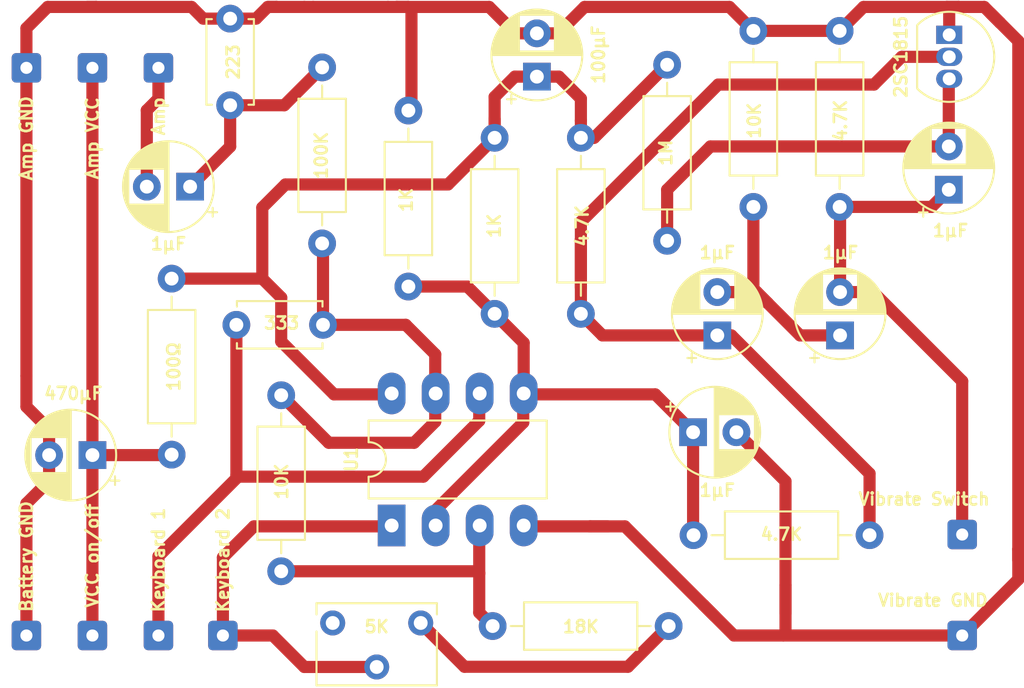
<source format=kicad_pcb>
(kicad_pcb (version 20171130) (host pcbnew "(5.1.10-1-10_14)")

  (general
    (thickness 1.6)
    (drawings 0)
    (tracks 164)
    (zones 0)
    (modules 32)
    (nets 16)
  )

  (page A4)
  (layers
    (0 F.Cu signal)
    (31 B.Cu signal)
    (32 B.Adhes user)
    (33 F.Adhes user)
    (34 B.Paste user)
    (35 F.Paste user)
    (36 B.SilkS user)
    (37 F.SilkS user)
    (38 B.Mask user)
    (39 F.Mask user)
    (40 Dwgs.User user)
    (41 Cmts.User user)
    (42 Eco1.User user)
    (43 Eco2.User user)
    (44 Edge.Cuts user)
    (45 Margin user)
    (46 B.CrtYd user)
    (47 F.CrtYd user)
    (48 B.Fab user)
    (49 F.Fab user)
  )

  (setup
    (last_trace_width 0.7)
    (user_trace_width 0.7)
    (trace_clearance 0.2)
    (zone_clearance 0.508)
    (zone_45_only no)
    (trace_min 0.2)
    (via_size 0.8)
    (via_drill 0.4)
    (via_min_size 0.4)
    (via_min_drill 0.3)
    (uvia_size 0.3)
    (uvia_drill 0.1)
    (uvias_allowed no)
    (uvia_min_size 0.2)
    (uvia_min_drill 0.1)
    (edge_width 0.05)
    (segment_width 0.2)
    (pcb_text_width 0.15)
    (pcb_text_size 0.7 0.7)
    (mod_edge_width 0.12)
    (mod_text_size 0.7 0.7)
    (mod_text_width 0.15)
    (pad_size 1.524 1.524)
    (pad_drill 0.762)
    (pad_to_mask_clearance 0)
    (aux_axis_origin 0 0)
    (visible_elements FFFFEF7F)
    (pcbplotparams
      (layerselection 0x010fc_ffffffff)
      (usegerberextensions false)
      (usegerberattributes true)
      (usegerberadvancedattributes true)
      (creategerberjobfile true)
      (excludeedgelayer true)
      (linewidth 0.100000)
      (plotframeref false)
      (viasonmask false)
      (mode 1)
      (useauxorigin false)
      (hpglpennumber 1)
      (hpglpenspeed 20)
      (hpglpendiameter 15.000000)
      (psnegative false)
      (psa4output false)
      (plotreference true)
      (plotvalue true)
      (plotinvisibletext false)
      (padsonsilk false)
      (subtractmaskfromsilk false)
      (outputformat 1)
      (mirror false)
      (drillshape 1)
      (scaleselection 1)
      (outputdirectory ""))
  )

  (net 0 "")
  (net 1 GND)
  (net 2 VCC)
  (net 3 "Net-(C10-Pad1)")
  (net 4 G)
  (net 5 "Net-(C11-Pad1)")
  (net 6 "Net-(C13-Pad2)")
  (net 7 V)
  (net 8 Y)
  (net 9 "Net-(C14-Pad1)")
  (net 10 "Net-(C15-Pad1)")
  (net 11 "Net-(C16-Pad1)")
  (net 12 "Net-(C17-Pad1)")
  (net 13 P)
  (net 14 "Net-(R11-Pad1)")
  (net 15 "Net-(R12-Pad1)")

  (net_class Default "This is the default net class."
    (clearance 0.2)
    (trace_width 0.25)
    (via_dia 0.8)
    (via_drill 0.4)
    (uvia_dia 0.3)
    (uvia_drill 0.1)
    (add_net G)
    (add_net GND)
    (add_net "Net-(C10-Pad1)")
    (add_net "Net-(C11-Pad1)")
    (add_net "Net-(C13-Pad2)")
    (add_net "Net-(C14-Pad1)")
    (add_net "Net-(C15-Pad1)")
    (add_net "Net-(C16-Pad1)")
    (add_net "Net-(C17-Pad1)")
    (add_net "Net-(C5-Pad2)")
    (add_net "Net-(C8-Pad1)")
    (add_net "Net-(R11-Pad1)")
    (add_net "Net-(R12-Pad1)")
    (add_net P)
    (add_net V)
    (add_net VCC)
    (add_net Y)
  )

  (module Connector_Wire:SolderWire-0.15sqmm_1x01_D0.5mm_OD1.5mm (layer F.Cu) (tedit 5EB70B42) (tstamp 635CE909)
    (at 184.658 77.724)
    (descr "Soldered wire connection, for a single 0.15 mm² wire, basic insulation, conductor diameter 0.5mm, outer diameter 1.5mm, size source Multi-Contact FLEXI-E 0.15 (https://ec.staubli.com/AcroFiles/Catalogues/TM_Cab-Main-11014119_(en)_hi.pdf), bend radius 3 times outer diameter, generated with kicad-footprint-generator")
    (tags "connector wire 0.15sqmm")
    (path /635F5F65)
    (attr virtual)
    (fp_text reference J2 (at 0 -2.05) (layer F.SilkS) hide
      (effects (font (size 0.7 0.7) (thickness 0.15)))
    )
    (fp_text value "Amp VCC" (at 0 4.064 90) (layer F.SilkS)
      (effects (font (size 0.7 0.7) (thickness 0.15)))
    )
    (fp_text user %R (at 0 0) (layer F.Fab) hide
      (effects (font (size 0.7 0.7) (thickness 0.15)))
    )
    (fp_circle (center 0 0) (end 0.75 0) (layer F.Fab) (width 0.15))
    (fp_line (start -1.5 -1.35) (end -1.5 1.35) (layer F.CrtYd) (width 0.05))
    (fp_line (start -1.5 1.35) (end 1.5 1.35) (layer F.CrtYd) (width 0.05))
    (fp_line (start 1.5 1.35) (end 1.5 -1.35) (layer F.CrtYd) (width 0.05))
    (fp_line (start 1.5 -1.35) (end -1.5 -1.35) (layer F.CrtYd) (width 0.05))
    (pad 1 thru_hole roundrect (at 0 0) (size 1.7 1.7) (drill 0.7) (layers *.Cu *.Mask) (roundrect_rratio 0.147059)
      (net 2 VCC))
    (model ${KISYS3DMOD}/Connector_Wire.3dshapes/SolderWire-0.15sqmm_1x01_D0.5mm_OD1.5mm.wrl
      (at (xyz 0 0 0))
      (scale (xyz 1 1 1))
      (rotate (xyz 0 0 0))
    )
  )

  (module Package_DIP:DIP-8_W7.62mm_LongPads (layer F.Cu) (tedit 5A02E8C5) (tstamp 6356C4A5)
    (at 201.93 104.14 90)
    (descr "8-lead though-hole mounted DIP package, row spacing 7.62 mm (300 mils), LongPads")
    (tags "THT DIP DIL PDIP 2.54mm 7.62mm 300mil LongPads")
    (path /634C8C09)
    (fp_text reference U1 (at 3.81 -2.33 90) (layer F.SilkS)
      (effects (font (size 0.7 0.7) (thickness 0.15)))
    )
    (fp_text value LA6458 (at 3.81 9.95 90) (layer F.Fab)
      (effects (font (size 0.7 0.7) (thickness 0.15)))
    )
    (fp_line (start 1.635 -1.27) (end 6.985 -1.27) (layer F.Fab) (width 0.15))
    (fp_line (start 6.985 -1.27) (end 6.985 8.89) (layer F.Fab) (width 0.15))
    (fp_line (start 6.985 8.89) (end 0.635 8.89) (layer F.Fab) (width 0.15))
    (fp_line (start 0.635 8.89) (end 0.635 -0.27) (layer F.Fab) (width 0.15))
    (fp_line (start 0.635 -0.27) (end 1.635 -1.27) (layer F.Fab) (width 0.15))
    (fp_line (start 2.81 -1.33) (end 1.56 -1.33) (layer F.SilkS) (width 0.12))
    (fp_line (start 1.56 -1.33) (end 1.56 8.95) (layer F.SilkS) (width 0.12))
    (fp_line (start 1.56 8.95) (end 6.06 8.95) (layer F.SilkS) (width 0.12))
    (fp_line (start 6.06 8.95) (end 6.06 -1.33) (layer F.SilkS) (width 0.12))
    (fp_line (start 6.06 -1.33) (end 4.81 -1.33) (layer F.SilkS) (width 0.12))
    (fp_line (start -1.45 -1.55) (end -1.45 9.15) (layer F.CrtYd) (width 0.05))
    (fp_line (start -1.45 9.15) (end 9.1 9.15) (layer F.CrtYd) (width 0.05))
    (fp_line (start 9.1 9.15) (end 9.1 -1.55) (layer F.CrtYd) (width 0.05))
    (fp_line (start 9.1 -1.55) (end -1.45 -1.55) (layer F.CrtYd) (width 0.05))
    (fp_text user %R (at 3.81 3.81 90) (layer F.Fab)
      (effects (font (size 0.7 0.7) (thickness 0.15)))
    )
    (fp_arc (start 3.81 -1.33) (end 2.81 -1.33) (angle -180) (layer F.SilkS) (width 0.12))
    (pad 8 thru_hole oval (at 7.62 0 90) (size 2.4 1.6) (drill 0.8) (layers *.Cu *.Mask)
      (net 3 "Net-(C10-Pad1)"))
    (pad 4 thru_hole oval (at 0 7.62 90) (size 2.4 1.6) (drill 0.8) (layers *.Cu *.Mask)
      (net 1 GND))
    (pad 7 thru_hole oval (at 7.62 2.54 90) (size 2.4 1.6) (drill 0.8) (layers *.Cu *.Mask)
      (net 9 "Net-(C14-Pad1)"))
    (pad 3 thru_hole oval (at 0 5.08 90) (size 2.4 1.6) (drill 0.8) (layers *.Cu *.Mask)
      (net 14 "Net-(R11-Pad1)"))
    (pad 6 thru_hole oval (at 7.62 5.08 90) (size 2.4 1.6) (drill 0.8) (layers *.Cu *.Mask)
      (net 8 Y))
    (pad 2 thru_hole oval (at 0 2.54 90) (size 2.4 1.6) (drill 0.8) (layers *.Cu *.Mask)
      (net 11 "Net-(C16-Pad1)"))
    (pad 5 thru_hole oval (at 7.62 7.62 90) (size 2.4 1.6) (drill 0.8) (layers *.Cu *.Mask)
      (net 11 "Net-(C16-Pad1)"))
    (pad 1 thru_hole rect (at 0 0 90) (size 2.4 1.6) (drill 0.8) (layers *.Cu *.Mask)
      (net 13 P))
    (model ${KISYS3DMOD}/Package_DIP.3dshapes/DIP-8_W7.62mm.wrl
      (at (xyz 0 0 0))
      (scale (xyz 1 1 1))
      (rotate (xyz 0 0 0))
    )
  )

  (module Capacitor_THT:CP_Radial_D5.0mm_P2.50mm (layer F.Cu) (tedit 5AE50EF0) (tstamp 634C9736)
    (at 220.726 93.1672 90)
    (descr "CP, Radial series, Radial, pin pitch=2.50mm, , diameter=5mm, Electrolytic Capacitor")
    (tags "CP Radial series Radial pin pitch 2.50mm  diameter 5mm Electrolytic Capacitor")
    (path /63627205)
    (fp_text reference C17 (at 1.25 -3.75 90) (layer F.SilkS) hide
      (effects (font (size 0.7 0.7) (thickness 0.15)))
    )
    (fp_text value 1µF (at 4.7752 0 180) (layer F.SilkS)
      (effects (font (size 0.7 0.7) (thickness 0.15)))
    )
    (fp_line (start -1.304775 -1.725) (end -1.304775 -1.225) (layer F.SilkS) (width 0.12))
    (fp_line (start -1.554775 -1.475) (end -1.054775 -1.475) (layer F.SilkS) (width 0.12))
    (fp_line (start 3.851 -0.284) (end 3.851 0.284) (layer F.SilkS) (width 0.12))
    (fp_line (start 3.811 -0.518) (end 3.811 0.518) (layer F.SilkS) (width 0.12))
    (fp_line (start 3.771 -0.677) (end 3.771 0.677) (layer F.SilkS) (width 0.12))
    (fp_line (start 3.731 -0.805) (end 3.731 0.805) (layer F.SilkS) (width 0.12))
    (fp_line (start 3.691 -0.915) (end 3.691 0.915) (layer F.SilkS) (width 0.12))
    (fp_line (start 3.651 -1.011) (end 3.651 1.011) (layer F.SilkS) (width 0.12))
    (fp_line (start 3.611 -1.098) (end 3.611 1.098) (layer F.SilkS) (width 0.12))
    (fp_line (start 3.571 -1.178) (end 3.571 1.178) (layer F.SilkS) (width 0.12))
    (fp_line (start 3.531 1.04) (end 3.531 1.251) (layer F.SilkS) (width 0.12))
    (fp_line (start 3.531 -1.251) (end 3.531 -1.04) (layer F.SilkS) (width 0.12))
    (fp_line (start 3.491 1.04) (end 3.491 1.319) (layer F.SilkS) (width 0.12))
    (fp_line (start 3.491 -1.319) (end 3.491 -1.04) (layer F.SilkS) (width 0.12))
    (fp_line (start 3.451 1.04) (end 3.451 1.383) (layer F.SilkS) (width 0.12))
    (fp_line (start 3.451 -1.383) (end 3.451 -1.04) (layer F.SilkS) (width 0.12))
    (fp_line (start 3.411 1.04) (end 3.411 1.443) (layer F.SilkS) (width 0.12))
    (fp_line (start 3.411 -1.443) (end 3.411 -1.04) (layer F.SilkS) (width 0.12))
    (fp_line (start 3.371 1.04) (end 3.371 1.5) (layer F.SilkS) (width 0.12))
    (fp_line (start 3.371 -1.5) (end 3.371 -1.04) (layer F.SilkS) (width 0.12))
    (fp_line (start 3.331 1.04) (end 3.331 1.554) (layer F.SilkS) (width 0.12))
    (fp_line (start 3.331 -1.554) (end 3.331 -1.04) (layer F.SilkS) (width 0.12))
    (fp_line (start 3.291 1.04) (end 3.291 1.605) (layer F.SilkS) (width 0.12))
    (fp_line (start 3.291 -1.605) (end 3.291 -1.04) (layer F.SilkS) (width 0.12))
    (fp_line (start 3.251 1.04) (end 3.251 1.653) (layer F.SilkS) (width 0.12))
    (fp_line (start 3.251 -1.653) (end 3.251 -1.04) (layer F.SilkS) (width 0.12))
    (fp_line (start 3.211 1.04) (end 3.211 1.699) (layer F.SilkS) (width 0.12))
    (fp_line (start 3.211 -1.699) (end 3.211 -1.04) (layer F.SilkS) (width 0.12))
    (fp_line (start 3.171 1.04) (end 3.171 1.743) (layer F.SilkS) (width 0.12))
    (fp_line (start 3.171 -1.743) (end 3.171 -1.04) (layer F.SilkS) (width 0.12))
    (fp_line (start 3.131 1.04) (end 3.131 1.785) (layer F.SilkS) (width 0.12))
    (fp_line (start 3.131 -1.785) (end 3.131 -1.04) (layer F.SilkS) (width 0.12))
    (fp_line (start 3.091 1.04) (end 3.091 1.826) (layer F.SilkS) (width 0.12))
    (fp_line (start 3.091 -1.826) (end 3.091 -1.04) (layer F.SilkS) (width 0.12))
    (fp_line (start 3.051 1.04) (end 3.051 1.864) (layer F.SilkS) (width 0.12))
    (fp_line (start 3.051 -1.864) (end 3.051 -1.04) (layer F.SilkS) (width 0.12))
    (fp_line (start 3.011 1.04) (end 3.011 1.901) (layer F.SilkS) (width 0.12))
    (fp_line (start 3.011 -1.901) (end 3.011 -1.04) (layer F.SilkS) (width 0.12))
    (fp_line (start 2.971 1.04) (end 2.971 1.937) (layer F.SilkS) (width 0.12))
    (fp_line (start 2.971 -1.937) (end 2.971 -1.04) (layer F.SilkS) (width 0.12))
    (fp_line (start 2.931 1.04) (end 2.931 1.971) (layer F.SilkS) (width 0.12))
    (fp_line (start 2.931 -1.971) (end 2.931 -1.04) (layer F.SilkS) (width 0.12))
    (fp_line (start 2.891 1.04) (end 2.891 2.004) (layer F.SilkS) (width 0.12))
    (fp_line (start 2.891 -2.004) (end 2.891 -1.04) (layer F.SilkS) (width 0.12))
    (fp_line (start 2.851 1.04) (end 2.851 2.035) (layer F.SilkS) (width 0.12))
    (fp_line (start 2.851 -2.035) (end 2.851 -1.04) (layer F.SilkS) (width 0.12))
    (fp_line (start 2.811 1.04) (end 2.811 2.065) (layer F.SilkS) (width 0.12))
    (fp_line (start 2.811 -2.065) (end 2.811 -1.04) (layer F.SilkS) (width 0.12))
    (fp_line (start 2.771 1.04) (end 2.771 2.095) (layer F.SilkS) (width 0.12))
    (fp_line (start 2.771 -2.095) (end 2.771 -1.04) (layer F.SilkS) (width 0.12))
    (fp_line (start 2.731 1.04) (end 2.731 2.122) (layer F.SilkS) (width 0.12))
    (fp_line (start 2.731 -2.122) (end 2.731 -1.04) (layer F.SilkS) (width 0.12))
    (fp_line (start 2.691 1.04) (end 2.691 2.149) (layer F.SilkS) (width 0.12))
    (fp_line (start 2.691 -2.149) (end 2.691 -1.04) (layer F.SilkS) (width 0.12))
    (fp_line (start 2.651 1.04) (end 2.651 2.175) (layer F.SilkS) (width 0.12))
    (fp_line (start 2.651 -2.175) (end 2.651 -1.04) (layer F.SilkS) (width 0.12))
    (fp_line (start 2.611 1.04) (end 2.611 2.2) (layer F.SilkS) (width 0.12))
    (fp_line (start 2.611 -2.2) (end 2.611 -1.04) (layer F.SilkS) (width 0.12))
    (fp_line (start 2.571 1.04) (end 2.571 2.224) (layer F.SilkS) (width 0.12))
    (fp_line (start 2.571 -2.224) (end 2.571 -1.04) (layer F.SilkS) (width 0.12))
    (fp_line (start 2.531 1.04) (end 2.531 2.247) (layer F.SilkS) (width 0.12))
    (fp_line (start 2.531 -2.247) (end 2.531 -1.04) (layer F.SilkS) (width 0.12))
    (fp_line (start 2.491 1.04) (end 2.491 2.268) (layer F.SilkS) (width 0.12))
    (fp_line (start 2.491 -2.268) (end 2.491 -1.04) (layer F.SilkS) (width 0.12))
    (fp_line (start 2.451 1.04) (end 2.451 2.29) (layer F.SilkS) (width 0.12))
    (fp_line (start 2.451 -2.29) (end 2.451 -1.04) (layer F.SilkS) (width 0.12))
    (fp_line (start 2.411 1.04) (end 2.411 2.31) (layer F.SilkS) (width 0.12))
    (fp_line (start 2.411 -2.31) (end 2.411 -1.04) (layer F.SilkS) (width 0.12))
    (fp_line (start 2.371 1.04) (end 2.371 2.329) (layer F.SilkS) (width 0.12))
    (fp_line (start 2.371 -2.329) (end 2.371 -1.04) (layer F.SilkS) (width 0.12))
    (fp_line (start 2.331 1.04) (end 2.331 2.348) (layer F.SilkS) (width 0.12))
    (fp_line (start 2.331 -2.348) (end 2.331 -1.04) (layer F.SilkS) (width 0.12))
    (fp_line (start 2.291 1.04) (end 2.291 2.365) (layer F.SilkS) (width 0.12))
    (fp_line (start 2.291 -2.365) (end 2.291 -1.04) (layer F.SilkS) (width 0.12))
    (fp_line (start 2.251 1.04) (end 2.251 2.382) (layer F.SilkS) (width 0.12))
    (fp_line (start 2.251 -2.382) (end 2.251 -1.04) (layer F.SilkS) (width 0.12))
    (fp_line (start 2.211 1.04) (end 2.211 2.398) (layer F.SilkS) (width 0.12))
    (fp_line (start 2.211 -2.398) (end 2.211 -1.04) (layer F.SilkS) (width 0.12))
    (fp_line (start 2.171 1.04) (end 2.171 2.414) (layer F.SilkS) (width 0.12))
    (fp_line (start 2.171 -2.414) (end 2.171 -1.04) (layer F.SilkS) (width 0.12))
    (fp_line (start 2.131 1.04) (end 2.131 2.428) (layer F.SilkS) (width 0.12))
    (fp_line (start 2.131 -2.428) (end 2.131 -1.04) (layer F.SilkS) (width 0.12))
    (fp_line (start 2.091 1.04) (end 2.091 2.442) (layer F.SilkS) (width 0.12))
    (fp_line (start 2.091 -2.442) (end 2.091 -1.04) (layer F.SilkS) (width 0.12))
    (fp_line (start 2.051 1.04) (end 2.051 2.455) (layer F.SilkS) (width 0.12))
    (fp_line (start 2.051 -2.455) (end 2.051 -1.04) (layer F.SilkS) (width 0.12))
    (fp_line (start 2.011 1.04) (end 2.011 2.468) (layer F.SilkS) (width 0.12))
    (fp_line (start 2.011 -2.468) (end 2.011 -1.04) (layer F.SilkS) (width 0.12))
    (fp_line (start 1.971 1.04) (end 1.971 2.48) (layer F.SilkS) (width 0.12))
    (fp_line (start 1.971 -2.48) (end 1.971 -1.04) (layer F.SilkS) (width 0.12))
    (fp_line (start 1.93 1.04) (end 1.93 2.491) (layer F.SilkS) (width 0.12))
    (fp_line (start 1.93 -2.491) (end 1.93 -1.04) (layer F.SilkS) (width 0.12))
    (fp_line (start 1.89 1.04) (end 1.89 2.501) (layer F.SilkS) (width 0.12))
    (fp_line (start 1.89 -2.501) (end 1.89 -1.04) (layer F.SilkS) (width 0.12))
    (fp_line (start 1.85 1.04) (end 1.85 2.511) (layer F.SilkS) (width 0.12))
    (fp_line (start 1.85 -2.511) (end 1.85 -1.04) (layer F.SilkS) (width 0.12))
    (fp_line (start 1.81 1.04) (end 1.81 2.52) (layer F.SilkS) (width 0.12))
    (fp_line (start 1.81 -2.52) (end 1.81 -1.04) (layer F.SilkS) (width 0.12))
    (fp_line (start 1.77 1.04) (end 1.77 2.528) (layer F.SilkS) (width 0.12))
    (fp_line (start 1.77 -2.528) (end 1.77 -1.04) (layer F.SilkS) (width 0.12))
    (fp_line (start 1.73 1.04) (end 1.73 2.536) (layer F.SilkS) (width 0.12))
    (fp_line (start 1.73 -2.536) (end 1.73 -1.04) (layer F.SilkS) (width 0.12))
    (fp_line (start 1.69 1.04) (end 1.69 2.543) (layer F.SilkS) (width 0.12))
    (fp_line (start 1.69 -2.543) (end 1.69 -1.04) (layer F.SilkS) (width 0.12))
    (fp_line (start 1.65 1.04) (end 1.65 2.55) (layer F.SilkS) (width 0.12))
    (fp_line (start 1.65 -2.55) (end 1.65 -1.04) (layer F.SilkS) (width 0.12))
    (fp_line (start 1.61 1.04) (end 1.61 2.556) (layer F.SilkS) (width 0.12))
    (fp_line (start 1.61 -2.556) (end 1.61 -1.04) (layer F.SilkS) (width 0.12))
    (fp_line (start 1.57 1.04) (end 1.57 2.561) (layer F.SilkS) (width 0.12))
    (fp_line (start 1.57 -2.561) (end 1.57 -1.04) (layer F.SilkS) (width 0.12))
    (fp_line (start 1.53 1.04) (end 1.53 2.565) (layer F.SilkS) (width 0.12))
    (fp_line (start 1.53 -2.565) (end 1.53 -1.04) (layer F.SilkS) (width 0.12))
    (fp_line (start 1.49 1.04) (end 1.49 2.569) (layer F.SilkS) (width 0.12))
    (fp_line (start 1.49 -2.569) (end 1.49 -1.04) (layer F.SilkS) (width 0.12))
    (fp_line (start 1.45 -2.573) (end 1.45 2.573) (layer F.SilkS) (width 0.12))
    (fp_line (start 1.41 -2.576) (end 1.41 2.576) (layer F.SilkS) (width 0.12))
    (fp_line (start 1.37 -2.578) (end 1.37 2.578) (layer F.SilkS) (width 0.12))
    (fp_line (start 1.33 -2.579) (end 1.33 2.579) (layer F.SilkS) (width 0.12))
    (fp_line (start 1.29 -2.58) (end 1.29 2.58) (layer F.SilkS) (width 0.12))
    (fp_line (start 1.25 -2.58) (end 1.25 2.58) (layer F.SilkS) (width 0.12))
    (fp_line (start -0.633605 -1.3375) (end -0.633605 -0.8375) (layer F.Fab) (width 0.15))
    (fp_line (start -0.883605 -1.0875) (end -0.383605 -1.0875) (layer F.Fab) (width 0.15))
    (fp_circle (center 1.25 0) (end 4 0) (layer F.CrtYd) (width 0.05))
    (fp_circle (center 1.25 0) (end 3.87 0) (layer F.SilkS) (width 0.12))
    (fp_circle (center 1.25 0) (end 3.75 0) (layer F.Fab) (width 0.15))
    (fp_text user %R (at 1.25 0 90) (layer F.Fab) hide
      (effects (font (size 0.7 0.7) (thickness 0.15)))
    )
    (pad 2 thru_hole circle (at 2.5 0 90) (size 1.6 1.6) (drill 0.8) (layers *.Cu *.Mask)
      (net 10 "Net-(C15-Pad1)"))
    (pad 1 thru_hole rect (at 0 0 90) (size 1.6 1.6) (drill 0.8) (layers *.Cu *.Mask)
      (net 12 "Net-(C17-Pad1)"))
    (model ${KISYS3DMOD}/Capacitor_THT.3dshapes/CP_Radial_D5.0mm_P2.50mm.wrl
      (at (xyz 0 0 0))
      (scale (xyz 1 1 1))
      (rotate (xyz 0 0 0))
    )
  )

  (module Capacitor_THT:CP_Radial_D5.0mm_P2.50mm (layer F.Cu) (tedit 5AE50EF0) (tstamp 634C968D)
    (at 219.329 98.7552)
    (descr "CP, Radial series, Radial, pin pitch=2.50mm, , diameter=5mm, Electrolytic Capacitor")
    (tags "CP Radial series Radial pin pitch 2.50mm  diameter 5mm Electrolytic Capacitor")
    (path /63581CE1)
    (fp_text reference C16 (at 1.25 -3.75) (layer F.SilkS) hide
      (effects (font (size 0.7 0.7) (thickness 0.15)))
    )
    (fp_text value 1µF (at 1.397 3.3528) (layer F.SilkS)
      (effects (font (size 0.7 0.7) (thickness 0.15)))
    )
    (fp_line (start -1.304775 -1.725) (end -1.304775 -1.225) (layer F.SilkS) (width 0.12))
    (fp_line (start -1.554775 -1.475) (end -1.054775 -1.475) (layer F.SilkS) (width 0.12))
    (fp_line (start 3.851 -0.284) (end 3.851 0.284) (layer F.SilkS) (width 0.12))
    (fp_line (start 3.811 -0.518) (end 3.811 0.518) (layer F.SilkS) (width 0.12))
    (fp_line (start 3.771 -0.677) (end 3.771 0.677) (layer F.SilkS) (width 0.12))
    (fp_line (start 3.731 -0.805) (end 3.731 0.805) (layer F.SilkS) (width 0.12))
    (fp_line (start 3.691 -0.915) (end 3.691 0.915) (layer F.SilkS) (width 0.12))
    (fp_line (start 3.651 -1.011) (end 3.651 1.011) (layer F.SilkS) (width 0.12))
    (fp_line (start 3.611 -1.098) (end 3.611 1.098) (layer F.SilkS) (width 0.12))
    (fp_line (start 3.571 -1.178) (end 3.571 1.178) (layer F.SilkS) (width 0.12))
    (fp_line (start 3.531 1.04) (end 3.531 1.251) (layer F.SilkS) (width 0.12))
    (fp_line (start 3.531 -1.251) (end 3.531 -1.04) (layer F.SilkS) (width 0.12))
    (fp_line (start 3.491 1.04) (end 3.491 1.319) (layer F.SilkS) (width 0.12))
    (fp_line (start 3.491 -1.319) (end 3.491 -1.04) (layer F.SilkS) (width 0.12))
    (fp_line (start 3.451 1.04) (end 3.451 1.383) (layer F.SilkS) (width 0.12))
    (fp_line (start 3.451 -1.383) (end 3.451 -1.04) (layer F.SilkS) (width 0.12))
    (fp_line (start 3.411 1.04) (end 3.411 1.443) (layer F.SilkS) (width 0.12))
    (fp_line (start 3.411 -1.443) (end 3.411 -1.04) (layer F.SilkS) (width 0.12))
    (fp_line (start 3.371 1.04) (end 3.371 1.5) (layer F.SilkS) (width 0.12))
    (fp_line (start 3.371 -1.5) (end 3.371 -1.04) (layer F.SilkS) (width 0.12))
    (fp_line (start 3.331 1.04) (end 3.331 1.554) (layer F.SilkS) (width 0.12))
    (fp_line (start 3.331 -1.554) (end 3.331 -1.04) (layer F.SilkS) (width 0.12))
    (fp_line (start 3.291 1.04) (end 3.291 1.605) (layer F.SilkS) (width 0.12))
    (fp_line (start 3.291 -1.605) (end 3.291 -1.04) (layer F.SilkS) (width 0.12))
    (fp_line (start 3.251 1.04) (end 3.251 1.653) (layer F.SilkS) (width 0.12))
    (fp_line (start 3.251 -1.653) (end 3.251 -1.04) (layer F.SilkS) (width 0.12))
    (fp_line (start 3.211 1.04) (end 3.211 1.699) (layer F.SilkS) (width 0.12))
    (fp_line (start 3.211 -1.699) (end 3.211 -1.04) (layer F.SilkS) (width 0.12))
    (fp_line (start 3.171 1.04) (end 3.171 1.743) (layer F.SilkS) (width 0.12))
    (fp_line (start 3.171 -1.743) (end 3.171 -1.04) (layer F.SilkS) (width 0.12))
    (fp_line (start 3.131 1.04) (end 3.131 1.785) (layer F.SilkS) (width 0.12))
    (fp_line (start 3.131 -1.785) (end 3.131 -1.04) (layer F.SilkS) (width 0.12))
    (fp_line (start 3.091 1.04) (end 3.091 1.826) (layer F.SilkS) (width 0.12))
    (fp_line (start 3.091 -1.826) (end 3.091 -1.04) (layer F.SilkS) (width 0.12))
    (fp_line (start 3.051 1.04) (end 3.051 1.864) (layer F.SilkS) (width 0.12))
    (fp_line (start 3.051 -1.864) (end 3.051 -1.04) (layer F.SilkS) (width 0.12))
    (fp_line (start 3.011 1.04) (end 3.011 1.901) (layer F.SilkS) (width 0.12))
    (fp_line (start 3.011 -1.901) (end 3.011 -1.04) (layer F.SilkS) (width 0.12))
    (fp_line (start 2.971 1.04) (end 2.971 1.937) (layer F.SilkS) (width 0.12))
    (fp_line (start 2.971 -1.937) (end 2.971 -1.04) (layer F.SilkS) (width 0.12))
    (fp_line (start 2.931 1.04) (end 2.931 1.971) (layer F.SilkS) (width 0.12))
    (fp_line (start 2.931 -1.971) (end 2.931 -1.04) (layer F.SilkS) (width 0.12))
    (fp_line (start 2.891 1.04) (end 2.891 2.004) (layer F.SilkS) (width 0.12))
    (fp_line (start 2.891 -2.004) (end 2.891 -1.04) (layer F.SilkS) (width 0.12))
    (fp_line (start 2.851 1.04) (end 2.851 2.035) (layer F.SilkS) (width 0.12))
    (fp_line (start 2.851 -2.035) (end 2.851 -1.04) (layer F.SilkS) (width 0.12))
    (fp_line (start 2.811 1.04) (end 2.811 2.065) (layer F.SilkS) (width 0.12))
    (fp_line (start 2.811 -2.065) (end 2.811 -1.04) (layer F.SilkS) (width 0.12))
    (fp_line (start 2.771 1.04) (end 2.771 2.095) (layer F.SilkS) (width 0.12))
    (fp_line (start 2.771 -2.095) (end 2.771 -1.04) (layer F.SilkS) (width 0.12))
    (fp_line (start 2.731 1.04) (end 2.731 2.122) (layer F.SilkS) (width 0.12))
    (fp_line (start 2.731 -2.122) (end 2.731 -1.04) (layer F.SilkS) (width 0.12))
    (fp_line (start 2.691 1.04) (end 2.691 2.149) (layer F.SilkS) (width 0.12))
    (fp_line (start 2.691 -2.149) (end 2.691 -1.04) (layer F.SilkS) (width 0.12))
    (fp_line (start 2.651 1.04) (end 2.651 2.175) (layer F.SilkS) (width 0.12))
    (fp_line (start 2.651 -2.175) (end 2.651 -1.04) (layer F.SilkS) (width 0.12))
    (fp_line (start 2.611 1.04) (end 2.611 2.2) (layer F.SilkS) (width 0.12))
    (fp_line (start 2.611 -2.2) (end 2.611 -1.04) (layer F.SilkS) (width 0.12))
    (fp_line (start 2.571 1.04) (end 2.571 2.224) (layer F.SilkS) (width 0.12))
    (fp_line (start 2.571 -2.224) (end 2.571 -1.04) (layer F.SilkS) (width 0.12))
    (fp_line (start 2.531 1.04) (end 2.531 2.247) (layer F.SilkS) (width 0.12))
    (fp_line (start 2.531 -2.247) (end 2.531 -1.04) (layer F.SilkS) (width 0.12))
    (fp_line (start 2.491 1.04) (end 2.491 2.268) (layer F.SilkS) (width 0.12))
    (fp_line (start 2.491 -2.268) (end 2.491 -1.04) (layer F.SilkS) (width 0.12))
    (fp_line (start 2.451 1.04) (end 2.451 2.29) (layer F.SilkS) (width 0.12))
    (fp_line (start 2.451 -2.29) (end 2.451 -1.04) (layer F.SilkS) (width 0.12))
    (fp_line (start 2.411 1.04) (end 2.411 2.31) (layer F.SilkS) (width 0.12))
    (fp_line (start 2.411 -2.31) (end 2.411 -1.04) (layer F.SilkS) (width 0.12))
    (fp_line (start 2.371 1.04) (end 2.371 2.329) (layer F.SilkS) (width 0.12))
    (fp_line (start 2.371 -2.329) (end 2.371 -1.04) (layer F.SilkS) (width 0.12))
    (fp_line (start 2.331 1.04) (end 2.331 2.348) (layer F.SilkS) (width 0.12))
    (fp_line (start 2.331 -2.348) (end 2.331 -1.04) (layer F.SilkS) (width 0.12))
    (fp_line (start 2.291 1.04) (end 2.291 2.365) (layer F.SilkS) (width 0.12))
    (fp_line (start 2.291 -2.365) (end 2.291 -1.04) (layer F.SilkS) (width 0.12))
    (fp_line (start 2.251 1.04) (end 2.251 2.382) (layer F.SilkS) (width 0.12))
    (fp_line (start 2.251 -2.382) (end 2.251 -1.04) (layer F.SilkS) (width 0.12))
    (fp_line (start 2.211 1.04) (end 2.211 2.398) (layer F.SilkS) (width 0.12))
    (fp_line (start 2.211 -2.398) (end 2.211 -1.04) (layer F.SilkS) (width 0.12))
    (fp_line (start 2.171 1.04) (end 2.171 2.414) (layer F.SilkS) (width 0.12))
    (fp_line (start 2.171 -2.414) (end 2.171 -1.04) (layer F.SilkS) (width 0.12))
    (fp_line (start 2.131 1.04) (end 2.131 2.428) (layer F.SilkS) (width 0.12))
    (fp_line (start 2.131 -2.428) (end 2.131 -1.04) (layer F.SilkS) (width 0.12))
    (fp_line (start 2.091 1.04) (end 2.091 2.442) (layer F.SilkS) (width 0.12))
    (fp_line (start 2.091 -2.442) (end 2.091 -1.04) (layer F.SilkS) (width 0.12))
    (fp_line (start 2.051 1.04) (end 2.051 2.455) (layer F.SilkS) (width 0.12))
    (fp_line (start 2.051 -2.455) (end 2.051 -1.04) (layer F.SilkS) (width 0.12))
    (fp_line (start 2.011 1.04) (end 2.011 2.468) (layer F.SilkS) (width 0.12))
    (fp_line (start 2.011 -2.468) (end 2.011 -1.04) (layer F.SilkS) (width 0.12))
    (fp_line (start 1.971 1.04) (end 1.971 2.48) (layer F.SilkS) (width 0.12))
    (fp_line (start 1.971 -2.48) (end 1.971 -1.04) (layer F.SilkS) (width 0.12))
    (fp_line (start 1.93 1.04) (end 1.93 2.491) (layer F.SilkS) (width 0.12))
    (fp_line (start 1.93 -2.491) (end 1.93 -1.04) (layer F.SilkS) (width 0.12))
    (fp_line (start 1.89 1.04) (end 1.89 2.501) (layer F.SilkS) (width 0.12))
    (fp_line (start 1.89 -2.501) (end 1.89 -1.04) (layer F.SilkS) (width 0.12))
    (fp_line (start 1.85 1.04) (end 1.85 2.511) (layer F.SilkS) (width 0.12))
    (fp_line (start 1.85 -2.511) (end 1.85 -1.04) (layer F.SilkS) (width 0.12))
    (fp_line (start 1.81 1.04) (end 1.81 2.52) (layer F.SilkS) (width 0.12))
    (fp_line (start 1.81 -2.52) (end 1.81 -1.04) (layer F.SilkS) (width 0.12))
    (fp_line (start 1.77 1.04) (end 1.77 2.528) (layer F.SilkS) (width 0.12))
    (fp_line (start 1.77 -2.528) (end 1.77 -1.04) (layer F.SilkS) (width 0.12))
    (fp_line (start 1.73 1.04) (end 1.73 2.536) (layer F.SilkS) (width 0.12))
    (fp_line (start 1.73 -2.536) (end 1.73 -1.04) (layer F.SilkS) (width 0.12))
    (fp_line (start 1.69 1.04) (end 1.69 2.543) (layer F.SilkS) (width 0.12))
    (fp_line (start 1.69 -2.543) (end 1.69 -1.04) (layer F.SilkS) (width 0.12))
    (fp_line (start 1.65 1.04) (end 1.65 2.55) (layer F.SilkS) (width 0.12))
    (fp_line (start 1.65 -2.55) (end 1.65 -1.04) (layer F.SilkS) (width 0.12))
    (fp_line (start 1.61 1.04) (end 1.61 2.556) (layer F.SilkS) (width 0.12))
    (fp_line (start 1.61 -2.556) (end 1.61 -1.04) (layer F.SilkS) (width 0.12))
    (fp_line (start 1.57 1.04) (end 1.57 2.561) (layer F.SilkS) (width 0.12))
    (fp_line (start 1.57 -2.561) (end 1.57 -1.04) (layer F.SilkS) (width 0.12))
    (fp_line (start 1.53 1.04) (end 1.53 2.565) (layer F.SilkS) (width 0.12))
    (fp_line (start 1.53 -2.565) (end 1.53 -1.04) (layer F.SilkS) (width 0.12))
    (fp_line (start 1.49 1.04) (end 1.49 2.569) (layer F.SilkS) (width 0.12))
    (fp_line (start 1.49 -2.569) (end 1.49 -1.04) (layer F.SilkS) (width 0.12))
    (fp_line (start 1.45 -2.573) (end 1.45 2.573) (layer F.SilkS) (width 0.12))
    (fp_line (start 1.41 -2.576) (end 1.41 2.576) (layer F.SilkS) (width 0.12))
    (fp_line (start 1.37 -2.578) (end 1.37 2.578) (layer F.SilkS) (width 0.12))
    (fp_line (start 1.33 -2.579) (end 1.33 2.579) (layer F.SilkS) (width 0.12))
    (fp_line (start 1.29 -2.58) (end 1.29 2.58) (layer F.SilkS) (width 0.12))
    (fp_line (start 1.25 -2.58) (end 1.25 2.58) (layer F.SilkS) (width 0.12))
    (fp_line (start -0.633605 -1.3375) (end -0.633605 -0.8375) (layer F.Fab) (width 0.15))
    (fp_line (start -0.883605 -1.0875) (end -0.383605 -1.0875) (layer F.Fab) (width 0.15))
    (fp_circle (center 1.25 0) (end 4 0) (layer F.CrtYd) (width 0.05))
    (fp_circle (center 1.25 0) (end 3.87 0) (layer F.SilkS) (width 0.12))
    (fp_circle (center 1.25 0) (end 3.75 0) (layer F.Fab) (width 0.15))
    (fp_text user %R (at 1.25 0) (layer F.Fab) hide
      (effects (font (size 0.7 0.7) (thickness 0.15)))
    )
    (pad 2 thru_hole circle (at 2.5 0) (size 1.6 1.6) (drill 0.8) (layers *.Cu *.Mask)
      (net 1 GND))
    (pad 1 thru_hole rect (at 0 0) (size 1.6 1.6) (drill 0.8) (layers *.Cu *.Mask)
      (net 11 "Net-(C16-Pad1)"))
    (model ${KISYS3DMOD}/Capacitor_THT.3dshapes/CP_Radial_D5.0mm_P2.50mm.wrl
      (at (xyz 0 0 0))
      (scale (xyz 1 1 1))
      (rotate (xyz 0 0 0))
    )
  )

  (module Capacitor_THT:CP_Radial_D5.0mm_P2.50mm (layer F.Cu) (tedit 5AE50EF0) (tstamp 634C95E4)
    (at 227.8126 93.1672 90)
    (descr "CP, Radial series, Radial, pin pitch=2.50mm, , diameter=5mm, Electrolytic Capacitor")
    (tags "CP Radial series Radial pin pitch 2.50mm  diameter 5mm Electrolytic Capacitor")
    (path /6361846E)
    (fp_text reference C15 (at 1.25 -3.75 90) (layer F.SilkS) hide
      (effects (font (size 0.7 0.7) (thickness 0.15)))
    )
    (fp_text value 1µF (at 4.7752 0.0254 180) (layer F.SilkS)
      (effects (font (size 0.7 0.7) (thickness 0.15)))
    )
    (fp_line (start -1.304775 -1.725) (end -1.304775 -1.225) (layer F.SilkS) (width 0.12))
    (fp_line (start -1.554775 -1.475) (end -1.054775 -1.475) (layer F.SilkS) (width 0.12))
    (fp_line (start 3.851 -0.284) (end 3.851 0.284) (layer F.SilkS) (width 0.12))
    (fp_line (start 3.811 -0.518) (end 3.811 0.518) (layer F.SilkS) (width 0.12))
    (fp_line (start 3.771 -0.677) (end 3.771 0.677) (layer F.SilkS) (width 0.12))
    (fp_line (start 3.731 -0.805) (end 3.731 0.805) (layer F.SilkS) (width 0.12))
    (fp_line (start 3.691 -0.915) (end 3.691 0.915) (layer F.SilkS) (width 0.12))
    (fp_line (start 3.651 -1.011) (end 3.651 1.011) (layer F.SilkS) (width 0.12))
    (fp_line (start 3.611 -1.098) (end 3.611 1.098) (layer F.SilkS) (width 0.12))
    (fp_line (start 3.571 -1.178) (end 3.571 1.178) (layer F.SilkS) (width 0.12))
    (fp_line (start 3.531 1.04) (end 3.531 1.251) (layer F.SilkS) (width 0.12))
    (fp_line (start 3.531 -1.251) (end 3.531 -1.04) (layer F.SilkS) (width 0.12))
    (fp_line (start 3.491 1.04) (end 3.491 1.319) (layer F.SilkS) (width 0.12))
    (fp_line (start 3.491 -1.319) (end 3.491 -1.04) (layer F.SilkS) (width 0.12))
    (fp_line (start 3.451 1.04) (end 3.451 1.383) (layer F.SilkS) (width 0.12))
    (fp_line (start 3.451 -1.383) (end 3.451 -1.04) (layer F.SilkS) (width 0.12))
    (fp_line (start 3.411 1.04) (end 3.411 1.443) (layer F.SilkS) (width 0.12))
    (fp_line (start 3.411 -1.443) (end 3.411 -1.04) (layer F.SilkS) (width 0.12))
    (fp_line (start 3.371 1.04) (end 3.371 1.5) (layer F.SilkS) (width 0.12))
    (fp_line (start 3.371 -1.5) (end 3.371 -1.04) (layer F.SilkS) (width 0.12))
    (fp_line (start 3.331 1.04) (end 3.331 1.554) (layer F.SilkS) (width 0.12))
    (fp_line (start 3.331 -1.554) (end 3.331 -1.04) (layer F.SilkS) (width 0.12))
    (fp_line (start 3.291 1.04) (end 3.291 1.605) (layer F.SilkS) (width 0.12))
    (fp_line (start 3.291 -1.605) (end 3.291 -1.04) (layer F.SilkS) (width 0.12))
    (fp_line (start 3.251 1.04) (end 3.251 1.653) (layer F.SilkS) (width 0.12))
    (fp_line (start 3.251 -1.653) (end 3.251 -1.04) (layer F.SilkS) (width 0.12))
    (fp_line (start 3.211 1.04) (end 3.211 1.699) (layer F.SilkS) (width 0.12))
    (fp_line (start 3.211 -1.699) (end 3.211 -1.04) (layer F.SilkS) (width 0.12))
    (fp_line (start 3.171 1.04) (end 3.171 1.743) (layer F.SilkS) (width 0.12))
    (fp_line (start 3.171 -1.743) (end 3.171 -1.04) (layer F.SilkS) (width 0.12))
    (fp_line (start 3.131 1.04) (end 3.131 1.785) (layer F.SilkS) (width 0.12))
    (fp_line (start 3.131 -1.785) (end 3.131 -1.04) (layer F.SilkS) (width 0.12))
    (fp_line (start 3.091 1.04) (end 3.091 1.826) (layer F.SilkS) (width 0.12))
    (fp_line (start 3.091 -1.826) (end 3.091 -1.04) (layer F.SilkS) (width 0.12))
    (fp_line (start 3.051 1.04) (end 3.051 1.864) (layer F.SilkS) (width 0.12))
    (fp_line (start 3.051 -1.864) (end 3.051 -1.04) (layer F.SilkS) (width 0.12))
    (fp_line (start 3.011 1.04) (end 3.011 1.901) (layer F.SilkS) (width 0.12))
    (fp_line (start 3.011 -1.901) (end 3.011 -1.04) (layer F.SilkS) (width 0.12))
    (fp_line (start 2.971 1.04) (end 2.971 1.937) (layer F.SilkS) (width 0.12))
    (fp_line (start 2.971 -1.937) (end 2.971 -1.04) (layer F.SilkS) (width 0.12))
    (fp_line (start 2.931 1.04) (end 2.931 1.971) (layer F.SilkS) (width 0.12))
    (fp_line (start 2.931 -1.971) (end 2.931 -1.04) (layer F.SilkS) (width 0.12))
    (fp_line (start 2.891 1.04) (end 2.891 2.004) (layer F.SilkS) (width 0.12))
    (fp_line (start 2.891 -2.004) (end 2.891 -1.04) (layer F.SilkS) (width 0.12))
    (fp_line (start 2.851 1.04) (end 2.851 2.035) (layer F.SilkS) (width 0.12))
    (fp_line (start 2.851 -2.035) (end 2.851 -1.04) (layer F.SilkS) (width 0.12))
    (fp_line (start 2.811 1.04) (end 2.811 2.065) (layer F.SilkS) (width 0.12))
    (fp_line (start 2.811 -2.065) (end 2.811 -1.04) (layer F.SilkS) (width 0.12))
    (fp_line (start 2.771 1.04) (end 2.771 2.095) (layer F.SilkS) (width 0.12))
    (fp_line (start 2.771 -2.095) (end 2.771 -1.04) (layer F.SilkS) (width 0.12))
    (fp_line (start 2.731 1.04) (end 2.731 2.122) (layer F.SilkS) (width 0.12))
    (fp_line (start 2.731 -2.122) (end 2.731 -1.04) (layer F.SilkS) (width 0.12))
    (fp_line (start 2.691 1.04) (end 2.691 2.149) (layer F.SilkS) (width 0.12))
    (fp_line (start 2.691 -2.149) (end 2.691 -1.04) (layer F.SilkS) (width 0.12))
    (fp_line (start 2.651 1.04) (end 2.651 2.175) (layer F.SilkS) (width 0.12))
    (fp_line (start 2.651 -2.175) (end 2.651 -1.04) (layer F.SilkS) (width 0.12))
    (fp_line (start 2.611 1.04) (end 2.611 2.2) (layer F.SilkS) (width 0.12))
    (fp_line (start 2.611 -2.2) (end 2.611 -1.04) (layer F.SilkS) (width 0.12))
    (fp_line (start 2.571 1.04) (end 2.571 2.224) (layer F.SilkS) (width 0.12))
    (fp_line (start 2.571 -2.224) (end 2.571 -1.04) (layer F.SilkS) (width 0.12))
    (fp_line (start 2.531 1.04) (end 2.531 2.247) (layer F.SilkS) (width 0.12))
    (fp_line (start 2.531 -2.247) (end 2.531 -1.04) (layer F.SilkS) (width 0.12))
    (fp_line (start 2.491 1.04) (end 2.491 2.268) (layer F.SilkS) (width 0.12))
    (fp_line (start 2.491 -2.268) (end 2.491 -1.04) (layer F.SilkS) (width 0.12))
    (fp_line (start 2.451 1.04) (end 2.451 2.29) (layer F.SilkS) (width 0.12))
    (fp_line (start 2.451 -2.29) (end 2.451 -1.04) (layer F.SilkS) (width 0.12))
    (fp_line (start 2.411 1.04) (end 2.411 2.31) (layer F.SilkS) (width 0.12))
    (fp_line (start 2.411 -2.31) (end 2.411 -1.04) (layer F.SilkS) (width 0.12))
    (fp_line (start 2.371 1.04) (end 2.371 2.329) (layer F.SilkS) (width 0.12))
    (fp_line (start 2.371 -2.329) (end 2.371 -1.04) (layer F.SilkS) (width 0.12))
    (fp_line (start 2.331 1.04) (end 2.331 2.348) (layer F.SilkS) (width 0.12))
    (fp_line (start 2.331 -2.348) (end 2.331 -1.04) (layer F.SilkS) (width 0.12))
    (fp_line (start 2.291 1.04) (end 2.291 2.365) (layer F.SilkS) (width 0.12))
    (fp_line (start 2.291 -2.365) (end 2.291 -1.04) (layer F.SilkS) (width 0.12))
    (fp_line (start 2.251 1.04) (end 2.251 2.382) (layer F.SilkS) (width 0.12))
    (fp_line (start 2.251 -2.382) (end 2.251 -1.04) (layer F.SilkS) (width 0.12))
    (fp_line (start 2.211 1.04) (end 2.211 2.398) (layer F.SilkS) (width 0.12))
    (fp_line (start 2.211 -2.398) (end 2.211 -1.04) (layer F.SilkS) (width 0.12))
    (fp_line (start 2.171 1.04) (end 2.171 2.414) (layer F.SilkS) (width 0.12))
    (fp_line (start 2.171 -2.414) (end 2.171 -1.04) (layer F.SilkS) (width 0.12))
    (fp_line (start 2.131 1.04) (end 2.131 2.428) (layer F.SilkS) (width 0.12))
    (fp_line (start 2.131 -2.428) (end 2.131 -1.04) (layer F.SilkS) (width 0.12))
    (fp_line (start 2.091 1.04) (end 2.091 2.442) (layer F.SilkS) (width 0.12))
    (fp_line (start 2.091 -2.442) (end 2.091 -1.04) (layer F.SilkS) (width 0.12))
    (fp_line (start 2.051 1.04) (end 2.051 2.455) (layer F.SilkS) (width 0.12))
    (fp_line (start 2.051 -2.455) (end 2.051 -1.04) (layer F.SilkS) (width 0.12))
    (fp_line (start 2.011 1.04) (end 2.011 2.468) (layer F.SilkS) (width 0.12))
    (fp_line (start 2.011 -2.468) (end 2.011 -1.04) (layer F.SilkS) (width 0.12))
    (fp_line (start 1.971 1.04) (end 1.971 2.48) (layer F.SilkS) (width 0.12))
    (fp_line (start 1.971 -2.48) (end 1.971 -1.04) (layer F.SilkS) (width 0.12))
    (fp_line (start 1.93 1.04) (end 1.93 2.491) (layer F.SilkS) (width 0.12))
    (fp_line (start 1.93 -2.491) (end 1.93 -1.04) (layer F.SilkS) (width 0.12))
    (fp_line (start 1.89 1.04) (end 1.89 2.501) (layer F.SilkS) (width 0.12))
    (fp_line (start 1.89 -2.501) (end 1.89 -1.04) (layer F.SilkS) (width 0.12))
    (fp_line (start 1.85 1.04) (end 1.85 2.511) (layer F.SilkS) (width 0.12))
    (fp_line (start 1.85 -2.511) (end 1.85 -1.04) (layer F.SilkS) (width 0.12))
    (fp_line (start 1.81 1.04) (end 1.81 2.52) (layer F.SilkS) (width 0.12))
    (fp_line (start 1.81 -2.52) (end 1.81 -1.04) (layer F.SilkS) (width 0.12))
    (fp_line (start 1.77 1.04) (end 1.77 2.528) (layer F.SilkS) (width 0.12))
    (fp_line (start 1.77 -2.528) (end 1.77 -1.04) (layer F.SilkS) (width 0.12))
    (fp_line (start 1.73 1.04) (end 1.73 2.536) (layer F.SilkS) (width 0.12))
    (fp_line (start 1.73 -2.536) (end 1.73 -1.04) (layer F.SilkS) (width 0.12))
    (fp_line (start 1.69 1.04) (end 1.69 2.543) (layer F.SilkS) (width 0.12))
    (fp_line (start 1.69 -2.543) (end 1.69 -1.04) (layer F.SilkS) (width 0.12))
    (fp_line (start 1.65 1.04) (end 1.65 2.55) (layer F.SilkS) (width 0.12))
    (fp_line (start 1.65 -2.55) (end 1.65 -1.04) (layer F.SilkS) (width 0.12))
    (fp_line (start 1.61 1.04) (end 1.61 2.556) (layer F.SilkS) (width 0.12))
    (fp_line (start 1.61 -2.556) (end 1.61 -1.04) (layer F.SilkS) (width 0.12))
    (fp_line (start 1.57 1.04) (end 1.57 2.561) (layer F.SilkS) (width 0.12))
    (fp_line (start 1.57 -2.561) (end 1.57 -1.04) (layer F.SilkS) (width 0.12))
    (fp_line (start 1.53 1.04) (end 1.53 2.565) (layer F.SilkS) (width 0.12))
    (fp_line (start 1.53 -2.565) (end 1.53 -1.04) (layer F.SilkS) (width 0.12))
    (fp_line (start 1.49 1.04) (end 1.49 2.569) (layer F.SilkS) (width 0.12))
    (fp_line (start 1.49 -2.569) (end 1.49 -1.04) (layer F.SilkS) (width 0.12))
    (fp_line (start 1.45 -2.573) (end 1.45 2.573) (layer F.SilkS) (width 0.12))
    (fp_line (start 1.41 -2.576) (end 1.41 2.576) (layer F.SilkS) (width 0.12))
    (fp_line (start 1.37 -2.578) (end 1.37 2.578) (layer F.SilkS) (width 0.12))
    (fp_line (start 1.33 -2.579) (end 1.33 2.579) (layer F.SilkS) (width 0.12))
    (fp_line (start 1.29 -2.58) (end 1.29 2.58) (layer F.SilkS) (width 0.12))
    (fp_line (start 1.25 -2.58) (end 1.25 2.58) (layer F.SilkS) (width 0.12))
    (fp_line (start -0.633605 -1.3375) (end -0.633605 -0.8375) (layer F.Fab) (width 0.15))
    (fp_line (start -0.883605 -1.0875) (end -0.383605 -1.0875) (layer F.Fab) (width 0.15))
    (fp_circle (center 1.25 0) (end 4 0) (layer F.CrtYd) (width 0.05))
    (fp_circle (center 1.25 0) (end 3.87 0) (layer F.SilkS) (width 0.12))
    (fp_circle (center 1.25 0) (end 3.75 0) (layer F.Fab) (width 0.15))
    (fp_text user %R (at 1.25 0 90) (layer F.Fab) hide
      (effects (font (size 0.7 0.7) (thickness 0.15)))
    )
    (pad 2 thru_hole circle (at 2.5 0 90) (size 1.6 1.6) (drill 0.8) (layers *.Cu *.Mask)
      (net 7 V))
    (pad 1 thru_hole rect (at 0 0 90) (size 1.6 1.6) (drill 0.8) (layers *.Cu *.Mask)
      (net 10 "Net-(C15-Pad1)"))
    (model ${KISYS3DMOD}/Capacitor_THT.3dshapes/CP_Radial_D5.0mm_P2.50mm.wrl
      (at (xyz 0 0 0))
      (scale (xyz 1 1 1))
      (rotate (xyz 0 0 0))
    )
  )

  (module Capacitor_THT:CP_Radial_D5.0mm_P2.50mm (layer F.Cu) (tedit 5AE50EF0) (tstamp 634C9492)
    (at 234.0864 84.7598 90)
    (descr "CP, Radial series, Radial, pin pitch=2.50mm, , diameter=5mm, Electrolytic Capacitor")
    (tags "CP Radial series Radial pin pitch 2.50mm  diameter 5mm Electrolytic Capacitor")
    (path /635F5242)
    (fp_text reference C13 (at 1.25 -3.75 90) (layer F.SilkS) hide
      (effects (font (size 0.7 0.7) (thickness 0.15)))
    )
    (fp_text value 1µF (at -2.3622 0.1016 180) (layer F.SilkS)
      (effects (font (size 0.7 0.7) (thickness 0.15)))
    )
    (fp_line (start -1.304775 -1.725) (end -1.304775 -1.225) (layer F.SilkS) (width 0.12))
    (fp_line (start -1.554775 -1.475) (end -1.054775 -1.475) (layer F.SilkS) (width 0.12))
    (fp_line (start 3.851 -0.284) (end 3.851 0.284) (layer F.SilkS) (width 0.12))
    (fp_line (start 3.811 -0.518) (end 3.811 0.518) (layer F.SilkS) (width 0.12))
    (fp_line (start 3.771 -0.677) (end 3.771 0.677) (layer F.SilkS) (width 0.12))
    (fp_line (start 3.731 -0.805) (end 3.731 0.805) (layer F.SilkS) (width 0.12))
    (fp_line (start 3.691 -0.915) (end 3.691 0.915) (layer F.SilkS) (width 0.12))
    (fp_line (start 3.651 -1.011) (end 3.651 1.011) (layer F.SilkS) (width 0.12))
    (fp_line (start 3.611 -1.098) (end 3.611 1.098) (layer F.SilkS) (width 0.12))
    (fp_line (start 3.571 -1.178) (end 3.571 1.178) (layer F.SilkS) (width 0.12))
    (fp_line (start 3.531 1.04) (end 3.531 1.251) (layer F.SilkS) (width 0.12))
    (fp_line (start 3.531 -1.251) (end 3.531 -1.04) (layer F.SilkS) (width 0.12))
    (fp_line (start 3.491 1.04) (end 3.491 1.319) (layer F.SilkS) (width 0.12))
    (fp_line (start 3.491 -1.319) (end 3.491 -1.04) (layer F.SilkS) (width 0.12))
    (fp_line (start 3.451 1.04) (end 3.451 1.383) (layer F.SilkS) (width 0.12))
    (fp_line (start 3.451 -1.383) (end 3.451 -1.04) (layer F.SilkS) (width 0.12))
    (fp_line (start 3.411 1.04) (end 3.411 1.443) (layer F.SilkS) (width 0.12))
    (fp_line (start 3.411 -1.443) (end 3.411 -1.04) (layer F.SilkS) (width 0.12))
    (fp_line (start 3.371 1.04) (end 3.371 1.5) (layer F.SilkS) (width 0.12))
    (fp_line (start 3.371 -1.5) (end 3.371 -1.04) (layer F.SilkS) (width 0.12))
    (fp_line (start 3.331 1.04) (end 3.331 1.554) (layer F.SilkS) (width 0.12))
    (fp_line (start 3.331 -1.554) (end 3.331 -1.04) (layer F.SilkS) (width 0.12))
    (fp_line (start 3.291 1.04) (end 3.291 1.605) (layer F.SilkS) (width 0.12))
    (fp_line (start 3.291 -1.605) (end 3.291 -1.04) (layer F.SilkS) (width 0.12))
    (fp_line (start 3.251 1.04) (end 3.251 1.653) (layer F.SilkS) (width 0.12))
    (fp_line (start 3.251 -1.653) (end 3.251 -1.04) (layer F.SilkS) (width 0.12))
    (fp_line (start 3.211 1.04) (end 3.211 1.699) (layer F.SilkS) (width 0.12))
    (fp_line (start 3.211 -1.699) (end 3.211 -1.04) (layer F.SilkS) (width 0.12))
    (fp_line (start 3.171 1.04) (end 3.171 1.743) (layer F.SilkS) (width 0.12))
    (fp_line (start 3.171 -1.743) (end 3.171 -1.04) (layer F.SilkS) (width 0.12))
    (fp_line (start 3.131 1.04) (end 3.131 1.785) (layer F.SilkS) (width 0.12))
    (fp_line (start 3.131 -1.785) (end 3.131 -1.04) (layer F.SilkS) (width 0.12))
    (fp_line (start 3.091 1.04) (end 3.091 1.826) (layer F.SilkS) (width 0.12))
    (fp_line (start 3.091 -1.826) (end 3.091 -1.04) (layer F.SilkS) (width 0.12))
    (fp_line (start 3.051 1.04) (end 3.051 1.864) (layer F.SilkS) (width 0.12))
    (fp_line (start 3.051 -1.864) (end 3.051 -1.04) (layer F.SilkS) (width 0.12))
    (fp_line (start 3.011 1.04) (end 3.011 1.901) (layer F.SilkS) (width 0.12))
    (fp_line (start 3.011 -1.901) (end 3.011 -1.04) (layer F.SilkS) (width 0.12))
    (fp_line (start 2.971 1.04) (end 2.971 1.937) (layer F.SilkS) (width 0.12))
    (fp_line (start 2.971 -1.937) (end 2.971 -1.04) (layer F.SilkS) (width 0.12))
    (fp_line (start 2.931 1.04) (end 2.931 1.971) (layer F.SilkS) (width 0.12))
    (fp_line (start 2.931 -1.971) (end 2.931 -1.04) (layer F.SilkS) (width 0.12))
    (fp_line (start 2.891 1.04) (end 2.891 2.004) (layer F.SilkS) (width 0.12))
    (fp_line (start 2.891 -2.004) (end 2.891 -1.04) (layer F.SilkS) (width 0.12))
    (fp_line (start 2.851 1.04) (end 2.851 2.035) (layer F.SilkS) (width 0.12))
    (fp_line (start 2.851 -2.035) (end 2.851 -1.04) (layer F.SilkS) (width 0.12))
    (fp_line (start 2.811 1.04) (end 2.811 2.065) (layer F.SilkS) (width 0.12))
    (fp_line (start 2.811 -2.065) (end 2.811 -1.04) (layer F.SilkS) (width 0.12))
    (fp_line (start 2.771 1.04) (end 2.771 2.095) (layer F.SilkS) (width 0.12))
    (fp_line (start 2.771 -2.095) (end 2.771 -1.04) (layer F.SilkS) (width 0.12))
    (fp_line (start 2.731 1.04) (end 2.731 2.122) (layer F.SilkS) (width 0.12))
    (fp_line (start 2.731 -2.122) (end 2.731 -1.04) (layer F.SilkS) (width 0.12))
    (fp_line (start 2.691 1.04) (end 2.691 2.149) (layer F.SilkS) (width 0.12))
    (fp_line (start 2.691 -2.149) (end 2.691 -1.04) (layer F.SilkS) (width 0.12))
    (fp_line (start 2.651 1.04) (end 2.651 2.175) (layer F.SilkS) (width 0.12))
    (fp_line (start 2.651 -2.175) (end 2.651 -1.04) (layer F.SilkS) (width 0.12))
    (fp_line (start 2.611 1.04) (end 2.611 2.2) (layer F.SilkS) (width 0.12))
    (fp_line (start 2.611 -2.2) (end 2.611 -1.04) (layer F.SilkS) (width 0.12))
    (fp_line (start 2.571 1.04) (end 2.571 2.224) (layer F.SilkS) (width 0.12))
    (fp_line (start 2.571 -2.224) (end 2.571 -1.04) (layer F.SilkS) (width 0.12))
    (fp_line (start 2.531 1.04) (end 2.531 2.247) (layer F.SilkS) (width 0.12))
    (fp_line (start 2.531 -2.247) (end 2.531 -1.04) (layer F.SilkS) (width 0.12))
    (fp_line (start 2.491 1.04) (end 2.491 2.268) (layer F.SilkS) (width 0.12))
    (fp_line (start 2.491 -2.268) (end 2.491 -1.04) (layer F.SilkS) (width 0.12))
    (fp_line (start 2.451 1.04) (end 2.451 2.29) (layer F.SilkS) (width 0.12))
    (fp_line (start 2.451 -2.29) (end 2.451 -1.04) (layer F.SilkS) (width 0.12))
    (fp_line (start 2.411 1.04) (end 2.411 2.31) (layer F.SilkS) (width 0.12))
    (fp_line (start 2.411 -2.31) (end 2.411 -1.04) (layer F.SilkS) (width 0.12))
    (fp_line (start 2.371 1.04) (end 2.371 2.329) (layer F.SilkS) (width 0.12))
    (fp_line (start 2.371 -2.329) (end 2.371 -1.04) (layer F.SilkS) (width 0.12))
    (fp_line (start 2.331 1.04) (end 2.331 2.348) (layer F.SilkS) (width 0.12))
    (fp_line (start 2.331 -2.348) (end 2.331 -1.04) (layer F.SilkS) (width 0.12))
    (fp_line (start 2.291 1.04) (end 2.291 2.365) (layer F.SilkS) (width 0.12))
    (fp_line (start 2.291 -2.365) (end 2.291 -1.04) (layer F.SilkS) (width 0.12))
    (fp_line (start 2.251 1.04) (end 2.251 2.382) (layer F.SilkS) (width 0.12))
    (fp_line (start 2.251 -2.382) (end 2.251 -1.04) (layer F.SilkS) (width 0.12))
    (fp_line (start 2.211 1.04) (end 2.211 2.398) (layer F.SilkS) (width 0.12))
    (fp_line (start 2.211 -2.398) (end 2.211 -1.04) (layer F.SilkS) (width 0.12))
    (fp_line (start 2.171 1.04) (end 2.171 2.414) (layer F.SilkS) (width 0.12))
    (fp_line (start 2.171 -2.414) (end 2.171 -1.04) (layer F.SilkS) (width 0.12))
    (fp_line (start 2.131 1.04) (end 2.131 2.428) (layer F.SilkS) (width 0.12))
    (fp_line (start 2.131 -2.428) (end 2.131 -1.04) (layer F.SilkS) (width 0.12))
    (fp_line (start 2.091 1.04) (end 2.091 2.442) (layer F.SilkS) (width 0.12))
    (fp_line (start 2.091 -2.442) (end 2.091 -1.04) (layer F.SilkS) (width 0.12))
    (fp_line (start 2.051 1.04) (end 2.051 2.455) (layer F.SilkS) (width 0.12))
    (fp_line (start 2.051 -2.455) (end 2.051 -1.04) (layer F.SilkS) (width 0.12))
    (fp_line (start 2.011 1.04) (end 2.011 2.468) (layer F.SilkS) (width 0.12))
    (fp_line (start 2.011 -2.468) (end 2.011 -1.04) (layer F.SilkS) (width 0.12))
    (fp_line (start 1.971 1.04) (end 1.971 2.48) (layer F.SilkS) (width 0.12))
    (fp_line (start 1.971 -2.48) (end 1.971 -1.04) (layer F.SilkS) (width 0.12))
    (fp_line (start 1.93 1.04) (end 1.93 2.491) (layer F.SilkS) (width 0.12))
    (fp_line (start 1.93 -2.491) (end 1.93 -1.04) (layer F.SilkS) (width 0.12))
    (fp_line (start 1.89 1.04) (end 1.89 2.501) (layer F.SilkS) (width 0.12))
    (fp_line (start 1.89 -2.501) (end 1.89 -1.04) (layer F.SilkS) (width 0.12))
    (fp_line (start 1.85 1.04) (end 1.85 2.511) (layer F.SilkS) (width 0.12))
    (fp_line (start 1.85 -2.511) (end 1.85 -1.04) (layer F.SilkS) (width 0.12))
    (fp_line (start 1.81 1.04) (end 1.81 2.52) (layer F.SilkS) (width 0.12))
    (fp_line (start 1.81 -2.52) (end 1.81 -1.04) (layer F.SilkS) (width 0.12))
    (fp_line (start 1.77 1.04) (end 1.77 2.528) (layer F.SilkS) (width 0.12))
    (fp_line (start 1.77 -2.528) (end 1.77 -1.04) (layer F.SilkS) (width 0.12))
    (fp_line (start 1.73 1.04) (end 1.73 2.536) (layer F.SilkS) (width 0.12))
    (fp_line (start 1.73 -2.536) (end 1.73 -1.04) (layer F.SilkS) (width 0.12))
    (fp_line (start 1.69 1.04) (end 1.69 2.543) (layer F.SilkS) (width 0.12))
    (fp_line (start 1.69 -2.543) (end 1.69 -1.04) (layer F.SilkS) (width 0.12))
    (fp_line (start 1.65 1.04) (end 1.65 2.55) (layer F.SilkS) (width 0.12))
    (fp_line (start 1.65 -2.55) (end 1.65 -1.04) (layer F.SilkS) (width 0.12))
    (fp_line (start 1.61 1.04) (end 1.61 2.556) (layer F.SilkS) (width 0.12))
    (fp_line (start 1.61 -2.556) (end 1.61 -1.04) (layer F.SilkS) (width 0.12))
    (fp_line (start 1.57 1.04) (end 1.57 2.561) (layer F.SilkS) (width 0.12))
    (fp_line (start 1.57 -2.561) (end 1.57 -1.04) (layer F.SilkS) (width 0.12))
    (fp_line (start 1.53 1.04) (end 1.53 2.565) (layer F.SilkS) (width 0.12))
    (fp_line (start 1.53 -2.565) (end 1.53 -1.04) (layer F.SilkS) (width 0.12))
    (fp_line (start 1.49 1.04) (end 1.49 2.569) (layer F.SilkS) (width 0.12))
    (fp_line (start 1.49 -2.569) (end 1.49 -1.04) (layer F.SilkS) (width 0.12))
    (fp_line (start 1.45 -2.573) (end 1.45 2.573) (layer F.SilkS) (width 0.12))
    (fp_line (start 1.41 -2.576) (end 1.41 2.576) (layer F.SilkS) (width 0.12))
    (fp_line (start 1.37 -2.578) (end 1.37 2.578) (layer F.SilkS) (width 0.12))
    (fp_line (start 1.33 -2.579) (end 1.33 2.579) (layer F.SilkS) (width 0.12))
    (fp_line (start 1.29 -2.58) (end 1.29 2.58) (layer F.SilkS) (width 0.12))
    (fp_line (start 1.25 -2.58) (end 1.25 2.58) (layer F.SilkS) (width 0.12))
    (fp_line (start -0.633605 -1.3375) (end -0.633605 -0.8375) (layer F.Fab) (width 0.15))
    (fp_line (start -0.883605 -1.0875) (end -0.383605 -1.0875) (layer F.Fab) (width 0.15))
    (fp_circle (center 1.25 0) (end 4 0) (layer F.CrtYd) (width 0.05))
    (fp_circle (center 1.25 0) (end 3.87 0) (layer F.SilkS) (width 0.12))
    (fp_circle (center 1.25 0) (end 3.75 0) (layer F.Fab) (width 0.15))
    (fp_text user %R (at 1.25 0 90) (layer F.Fab) hide
      (effects (font (size 0.7 0.7) (thickness 0.15)))
    )
    (pad 2 thru_hole circle (at 2.5 0 90) (size 1.6 1.6) (drill 0.8) (layers *.Cu *.Mask)
      (net 6 "Net-(C13-Pad2)"))
    (pad 1 thru_hole rect (at 0 0 90) (size 1.6 1.6) (drill 0.8) (layers *.Cu *.Mask)
      (net 7 V))
    (model ${KISYS3DMOD}/Capacitor_THT.3dshapes/CP_Radial_D5.0mm_P2.50mm.wrl
      (at (xyz 0 0 0))
      (scale (xyz 1 1 1))
      (rotate (xyz 0 0 0))
    )
  )

  (module Capacitor_THT:CP_Radial_D5.0mm_P2.50mm (layer F.Cu) (tedit 5AE50EF0) (tstamp 634C9340)
    (at 190.2968 84.582 180)
    (descr "CP, Radial series, Radial, pin pitch=2.50mm, , diameter=5mm, Electrolytic Capacitor")
    (tags "CP Radial series Radial pin pitch 2.50mm  diameter 5mm Electrolytic Capacitor")
    (path /6350E050)
    (fp_text reference C11 (at 1.25 -3.75) (layer F.SilkS) hide
      (effects (font (size 0.7 0.7) (thickness 0.15)))
    )
    (fp_text value 1µF (at 1.25 -3.302) (layer F.SilkS)
      (effects (font (size 0.7 0.7) (thickness 0.15)))
    )
    (fp_line (start -1.304775 -1.725) (end -1.304775 -1.225) (layer F.SilkS) (width 0.12))
    (fp_line (start -1.554775 -1.475) (end -1.054775 -1.475) (layer F.SilkS) (width 0.12))
    (fp_line (start 3.851 -0.284) (end 3.851 0.284) (layer F.SilkS) (width 0.12))
    (fp_line (start 3.811 -0.518) (end 3.811 0.518) (layer F.SilkS) (width 0.12))
    (fp_line (start 3.771 -0.677) (end 3.771 0.677) (layer F.SilkS) (width 0.12))
    (fp_line (start 3.731 -0.805) (end 3.731 0.805) (layer F.SilkS) (width 0.12))
    (fp_line (start 3.691 -0.915) (end 3.691 0.915) (layer F.SilkS) (width 0.12))
    (fp_line (start 3.651 -1.011) (end 3.651 1.011) (layer F.SilkS) (width 0.12))
    (fp_line (start 3.611 -1.098) (end 3.611 1.098) (layer F.SilkS) (width 0.12))
    (fp_line (start 3.571 -1.178) (end 3.571 1.178) (layer F.SilkS) (width 0.12))
    (fp_line (start 3.531 1.04) (end 3.531 1.251) (layer F.SilkS) (width 0.12))
    (fp_line (start 3.531 -1.251) (end 3.531 -1.04) (layer F.SilkS) (width 0.12))
    (fp_line (start 3.491 1.04) (end 3.491 1.319) (layer F.SilkS) (width 0.12))
    (fp_line (start 3.491 -1.319) (end 3.491 -1.04) (layer F.SilkS) (width 0.12))
    (fp_line (start 3.451 1.04) (end 3.451 1.383) (layer F.SilkS) (width 0.12))
    (fp_line (start 3.451 -1.383) (end 3.451 -1.04) (layer F.SilkS) (width 0.12))
    (fp_line (start 3.411 1.04) (end 3.411 1.443) (layer F.SilkS) (width 0.12))
    (fp_line (start 3.411 -1.443) (end 3.411 -1.04) (layer F.SilkS) (width 0.12))
    (fp_line (start 3.371 1.04) (end 3.371 1.5) (layer F.SilkS) (width 0.12))
    (fp_line (start 3.371 -1.5) (end 3.371 -1.04) (layer F.SilkS) (width 0.12))
    (fp_line (start 3.331 1.04) (end 3.331 1.554) (layer F.SilkS) (width 0.12))
    (fp_line (start 3.331 -1.554) (end 3.331 -1.04) (layer F.SilkS) (width 0.12))
    (fp_line (start 3.291 1.04) (end 3.291 1.605) (layer F.SilkS) (width 0.12))
    (fp_line (start 3.291 -1.605) (end 3.291 -1.04) (layer F.SilkS) (width 0.12))
    (fp_line (start 3.251 1.04) (end 3.251 1.653) (layer F.SilkS) (width 0.12))
    (fp_line (start 3.251 -1.653) (end 3.251 -1.04) (layer F.SilkS) (width 0.12))
    (fp_line (start 3.211 1.04) (end 3.211 1.699) (layer F.SilkS) (width 0.12))
    (fp_line (start 3.211 -1.699) (end 3.211 -1.04) (layer F.SilkS) (width 0.12))
    (fp_line (start 3.171 1.04) (end 3.171 1.743) (layer F.SilkS) (width 0.12))
    (fp_line (start 3.171 -1.743) (end 3.171 -1.04) (layer F.SilkS) (width 0.12))
    (fp_line (start 3.131 1.04) (end 3.131 1.785) (layer F.SilkS) (width 0.12))
    (fp_line (start 3.131 -1.785) (end 3.131 -1.04) (layer F.SilkS) (width 0.12))
    (fp_line (start 3.091 1.04) (end 3.091 1.826) (layer F.SilkS) (width 0.12))
    (fp_line (start 3.091 -1.826) (end 3.091 -1.04) (layer F.SilkS) (width 0.12))
    (fp_line (start 3.051 1.04) (end 3.051 1.864) (layer F.SilkS) (width 0.12))
    (fp_line (start 3.051 -1.864) (end 3.051 -1.04) (layer F.SilkS) (width 0.12))
    (fp_line (start 3.011 1.04) (end 3.011 1.901) (layer F.SilkS) (width 0.12))
    (fp_line (start 3.011 -1.901) (end 3.011 -1.04) (layer F.SilkS) (width 0.12))
    (fp_line (start 2.971 1.04) (end 2.971 1.937) (layer F.SilkS) (width 0.12))
    (fp_line (start 2.971 -1.937) (end 2.971 -1.04) (layer F.SilkS) (width 0.12))
    (fp_line (start 2.931 1.04) (end 2.931 1.971) (layer F.SilkS) (width 0.12))
    (fp_line (start 2.931 -1.971) (end 2.931 -1.04) (layer F.SilkS) (width 0.12))
    (fp_line (start 2.891 1.04) (end 2.891 2.004) (layer F.SilkS) (width 0.12))
    (fp_line (start 2.891 -2.004) (end 2.891 -1.04) (layer F.SilkS) (width 0.12))
    (fp_line (start 2.851 1.04) (end 2.851 2.035) (layer F.SilkS) (width 0.12))
    (fp_line (start 2.851 -2.035) (end 2.851 -1.04) (layer F.SilkS) (width 0.12))
    (fp_line (start 2.811 1.04) (end 2.811 2.065) (layer F.SilkS) (width 0.12))
    (fp_line (start 2.811 -2.065) (end 2.811 -1.04) (layer F.SilkS) (width 0.12))
    (fp_line (start 2.771 1.04) (end 2.771 2.095) (layer F.SilkS) (width 0.12))
    (fp_line (start 2.771 -2.095) (end 2.771 -1.04) (layer F.SilkS) (width 0.12))
    (fp_line (start 2.731 1.04) (end 2.731 2.122) (layer F.SilkS) (width 0.12))
    (fp_line (start 2.731 -2.122) (end 2.731 -1.04) (layer F.SilkS) (width 0.12))
    (fp_line (start 2.691 1.04) (end 2.691 2.149) (layer F.SilkS) (width 0.12))
    (fp_line (start 2.691 -2.149) (end 2.691 -1.04) (layer F.SilkS) (width 0.12))
    (fp_line (start 2.651 1.04) (end 2.651 2.175) (layer F.SilkS) (width 0.12))
    (fp_line (start 2.651 -2.175) (end 2.651 -1.04) (layer F.SilkS) (width 0.12))
    (fp_line (start 2.611 1.04) (end 2.611 2.2) (layer F.SilkS) (width 0.12))
    (fp_line (start 2.611 -2.2) (end 2.611 -1.04) (layer F.SilkS) (width 0.12))
    (fp_line (start 2.571 1.04) (end 2.571 2.224) (layer F.SilkS) (width 0.12))
    (fp_line (start 2.571 -2.224) (end 2.571 -1.04) (layer F.SilkS) (width 0.12))
    (fp_line (start 2.531 1.04) (end 2.531 2.247) (layer F.SilkS) (width 0.12))
    (fp_line (start 2.531 -2.247) (end 2.531 -1.04) (layer F.SilkS) (width 0.12))
    (fp_line (start 2.491 1.04) (end 2.491 2.268) (layer F.SilkS) (width 0.12))
    (fp_line (start 2.491 -2.268) (end 2.491 -1.04) (layer F.SilkS) (width 0.12))
    (fp_line (start 2.451 1.04) (end 2.451 2.29) (layer F.SilkS) (width 0.12))
    (fp_line (start 2.451 -2.29) (end 2.451 -1.04) (layer F.SilkS) (width 0.12))
    (fp_line (start 2.411 1.04) (end 2.411 2.31) (layer F.SilkS) (width 0.12))
    (fp_line (start 2.411 -2.31) (end 2.411 -1.04) (layer F.SilkS) (width 0.12))
    (fp_line (start 2.371 1.04) (end 2.371 2.329) (layer F.SilkS) (width 0.12))
    (fp_line (start 2.371 -2.329) (end 2.371 -1.04) (layer F.SilkS) (width 0.12))
    (fp_line (start 2.331 1.04) (end 2.331 2.348) (layer F.SilkS) (width 0.12))
    (fp_line (start 2.331 -2.348) (end 2.331 -1.04) (layer F.SilkS) (width 0.12))
    (fp_line (start 2.291 1.04) (end 2.291 2.365) (layer F.SilkS) (width 0.12))
    (fp_line (start 2.291 -2.365) (end 2.291 -1.04) (layer F.SilkS) (width 0.12))
    (fp_line (start 2.251 1.04) (end 2.251 2.382) (layer F.SilkS) (width 0.12))
    (fp_line (start 2.251 -2.382) (end 2.251 -1.04) (layer F.SilkS) (width 0.12))
    (fp_line (start 2.211 1.04) (end 2.211 2.398) (layer F.SilkS) (width 0.12))
    (fp_line (start 2.211 -2.398) (end 2.211 -1.04) (layer F.SilkS) (width 0.12))
    (fp_line (start 2.171 1.04) (end 2.171 2.414) (layer F.SilkS) (width 0.12))
    (fp_line (start 2.171 -2.414) (end 2.171 -1.04) (layer F.SilkS) (width 0.12))
    (fp_line (start 2.131 1.04) (end 2.131 2.428) (layer F.SilkS) (width 0.12))
    (fp_line (start 2.131 -2.428) (end 2.131 -1.04) (layer F.SilkS) (width 0.12))
    (fp_line (start 2.091 1.04) (end 2.091 2.442) (layer F.SilkS) (width 0.12))
    (fp_line (start 2.091 -2.442) (end 2.091 -1.04) (layer F.SilkS) (width 0.12))
    (fp_line (start 2.051 1.04) (end 2.051 2.455) (layer F.SilkS) (width 0.12))
    (fp_line (start 2.051 -2.455) (end 2.051 -1.04) (layer F.SilkS) (width 0.12))
    (fp_line (start 2.011 1.04) (end 2.011 2.468) (layer F.SilkS) (width 0.12))
    (fp_line (start 2.011 -2.468) (end 2.011 -1.04) (layer F.SilkS) (width 0.12))
    (fp_line (start 1.971 1.04) (end 1.971 2.48) (layer F.SilkS) (width 0.12))
    (fp_line (start 1.971 -2.48) (end 1.971 -1.04) (layer F.SilkS) (width 0.12))
    (fp_line (start 1.93 1.04) (end 1.93 2.491) (layer F.SilkS) (width 0.12))
    (fp_line (start 1.93 -2.491) (end 1.93 -1.04) (layer F.SilkS) (width 0.12))
    (fp_line (start 1.89 1.04) (end 1.89 2.501) (layer F.SilkS) (width 0.12))
    (fp_line (start 1.89 -2.501) (end 1.89 -1.04) (layer F.SilkS) (width 0.12))
    (fp_line (start 1.85 1.04) (end 1.85 2.511) (layer F.SilkS) (width 0.12))
    (fp_line (start 1.85 -2.511) (end 1.85 -1.04) (layer F.SilkS) (width 0.12))
    (fp_line (start 1.81 1.04) (end 1.81 2.52) (layer F.SilkS) (width 0.12))
    (fp_line (start 1.81 -2.52) (end 1.81 -1.04) (layer F.SilkS) (width 0.12))
    (fp_line (start 1.77 1.04) (end 1.77 2.528) (layer F.SilkS) (width 0.12))
    (fp_line (start 1.77 -2.528) (end 1.77 -1.04) (layer F.SilkS) (width 0.12))
    (fp_line (start 1.73 1.04) (end 1.73 2.536) (layer F.SilkS) (width 0.12))
    (fp_line (start 1.73 -2.536) (end 1.73 -1.04) (layer F.SilkS) (width 0.12))
    (fp_line (start 1.69 1.04) (end 1.69 2.543) (layer F.SilkS) (width 0.12))
    (fp_line (start 1.69 -2.543) (end 1.69 -1.04) (layer F.SilkS) (width 0.12))
    (fp_line (start 1.65 1.04) (end 1.65 2.55) (layer F.SilkS) (width 0.12))
    (fp_line (start 1.65 -2.55) (end 1.65 -1.04) (layer F.SilkS) (width 0.12))
    (fp_line (start 1.61 1.04) (end 1.61 2.556) (layer F.SilkS) (width 0.12))
    (fp_line (start 1.61 -2.556) (end 1.61 -1.04) (layer F.SilkS) (width 0.12))
    (fp_line (start 1.57 1.04) (end 1.57 2.561) (layer F.SilkS) (width 0.12))
    (fp_line (start 1.57 -2.561) (end 1.57 -1.04) (layer F.SilkS) (width 0.12))
    (fp_line (start 1.53 1.04) (end 1.53 2.565) (layer F.SilkS) (width 0.12))
    (fp_line (start 1.53 -2.565) (end 1.53 -1.04) (layer F.SilkS) (width 0.12))
    (fp_line (start 1.49 1.04) (end 1.49 2.569) (layer F.SilkS) (width 0.12))
    (fp_line (start 1.49 -2.569) (end 1.49 -1.04) (layer F.SilkS) (width 0.12))
    (fp_line (start 1.45 -2.573) (end 1.45 2.573) (layer F.SilkS) (width 0.12))
    (fp_line (start 1.41 -2.576) (end 1.41 2.576) (layer F.SilkS) (width 0.12))
    (fp_line (start 1.37 -2.578) (end 1.37 2.578) (layer F.SilkS) (width 0.12))
    (fp_line (start 1.33 -2.579) (end 1.33 2.579) (layer F.SilkS) (width 0.12))
    (fp_line (start 1.29 -2.58) (end 1.29 2.58) (layer F.SilkS) (width 0.12))
    (fp_line (start 1.25 -2.58) (end 1.25 2.58) (layer F.SilkS) (width 0.12))
    (fp_line (start -0.633605 -1.3375) (end -0.633605 -0.8375) (layer F.Fab) (width 0.15))
    (fp_line (start -0.883605 -1.0875) (end -0.383605 -1.0875) (layer F.Fab) (width 0.15))
    (fp_circle (center 1.25 0) (end 4 0) (layer F.CrtYd) (width 0.05))
    (fp_circle (center 1.25 0) (end 3.87 0) (layer F.SilkS) (width 0.12))
    (fp_circle (center 1.25 0) (end 3.75 0) (layer F.Fab) (width 0.15))
    (fp_text user %R (at 1.25 0) (layer F.Fab) hide
      (effects (font (size 0.7 0.7) (thickness 0.15)))
    )
    (pad 2 thru_hole circle (at 2.5 0 180) (size 1.6 1.6) (drill 0.8) (layers *.Cu *.Mask)
      (net 4 G))
    (pad 1 thru_hole rect (at 0 0 180) (size 1.6 1.6) (drill 0.8) (layers *.Cu *.Mask)
      (net 5 "Net-(C11-Pad1)"))
    (model ${KISYS3DMOD}/Capacitor_THT.3dshapes/CP_Radial_D5.0mm_P2.50mm.wrl
      (at (xyz 0 0 0))
      (scale (xyz 1 1 1))
      (rotate (xyz 0 0 0))
    )
  )

  (module Capacitor_THT:CP_Radial_D5.0mm_P2.50mm (layer F.Cu) (tedit 5AE50EF0) (tstamp 634C9297)
    (at 210.312 78.232 90)
    (descr "CP, Radial series, Radial, pin pitch=2.50mm, , diameter=5mm, Electrolytic Capacitor")
    (tags "CP Radial series Radial pin pitch 2.50mm  diameter 5mm Electrolytic Capacitor")
    (path /6359D2D7)
    (fp_text reference C10 (at 1.25 -3.75 90) (layer F.SilkS) hide
      (effects (font (size 0.7 0.7) (thickness 0.15)))
    )
    (fp_text value 100µF (at 1.27 3.556 270) (layer F.SilkS)
      (effects (font (size 0.7 0.7) (thickness 0.15)))
    )
    (fp_line (start -1.304775 -1.725) (end -1.304775 -1.225) (layer F.SilkS) (width 0.12))
    (fp_line (start -1.554775 -1.475) (end -1.054775 -1.475) (layer F.SilkS) (width 0.12))
    (fp_line (start 3.851 -0.284) (end 3.851 0.284) (layer F.SilkS) (width 0.12))
    (fp_line (start 3.811 -0.518) (end 3.811 0.518) (layer F.SilkS) (width 0.12))
    (fp_line (start 3.771 -0.677) (end 3.771 0.677) (layer F.SilkS) (width 0.12))
    (fp_line (start 3.731 -0.805) (end 3.731 0.805) (layer F.SilkS) (width 0.12))
    (fp_line (start 3.691 -0.915) (end 3.691 0.915) (layer F.SilkS) (width 0.12))
    (fp_line (start 3.651 -1.011) (end 3.651 1.011) (layer F.SilkS) (width 0.12))
    (fp_line (start 3.611 -1.098) (end 3.611 1.098) (layer F.SilkS) (width 0.12))
    (fp_line (start 3.571 -1.178) (end 3.571 1.178) (layer F.SilkS) (width 0.12))
    (fp_line (start 3.531 1.04) (end 3.531 1.251) (layer F.SilkS) (width 0.12))
    (fp_line (start 3.531 -1.251) (end 3.531 -1.04) (layer F.SilkS) (width 0.12))
    (fp_line (start 3.491 1.04) (end 3.491 1.319) (layer F.SilkS) (width 0.12))
    (fp_line (start 3.491 -1.319) (end 3.491 -1.04) (layer F.SilkS) (width 0.12))
    (fp_line (start 3.451 1.04) (end 3.451 1.383) (layer F.SilkS) (width 0.12))
    (fp_line (start 3.451 -1.383) (end 3.451 -1.04) (layer F.SilkS) (width 0.12))
    (fp_line (start 3.411 1.04) (end 3.411 1.443) (layer F.SilkS) (width 0.12))
    (fp_line (start 3.411 -1.443) (end 3.411 -1.04) (layer F.SilkS) (width 0.12))
    (fp_line (start 3.371 1.04) (end 3.371 1.5) (layer F.SilkS) (width 0.12))
    (fp_line (start 3.371 -1.5) (end 3.371 -1.04) (layer F.SilkS) (width 0.12))
    (fp_line (start 3.331 1.04) (end 3.331 1.554) (layer F.SilkS) (width 0.12))
    (fp_line (start 3.331 -1.554) (end 3.331 -1.04) (layer F.SilkS) (width 0.12))
    (fp_line (start 3.291 1.04) (end 3.291 1.605) (layer F.SilkS) (width 0.12))
    (fp_line (start 3.291 -1.605) (end 3.291 -1.04) (layer F.SilkS) (width 0.12))
    (fp_line (start 3.251 1.04) (end 3.251 1.653) (layer F.SilkS) (width 0.12))
    (fp_line (start 3.251 -1.653) (end 3.251 -1.04) (layer F.SilkS) (width 0.12))
    (fp_line (start 3.211 1.04) (end 3.211 1.699) (layer F.SilkS) (width 0.12))
    (fp_line (start 3.211 -1.699) (end 3.211 -1.04) (layer F.SilkS) (width 0.12))
    (fp_line (start 3.171 1.04) (end 3.171 1.743) (layer F.SilkS) (width 0.12))
    (fp_line (start 3.171 -1.743) (end 3.171 -1.04) (layer F.SilkS) (width 0.12))
    (fp_line (start 3.131 1.04) (end 3.131 1.785) (layer F.SilkS) (width 0.12))
    (fp_line (start 3.131 -1.785) (end 3.131 -1.04) (layer F.SilkS) (width 0.12))
    (fp_line (start 3.091 1.04) (end 3.091 1.826) (layer F.SilkS) (width 0.12))
    (fp_line (start 3.091 -1.826) (end 3.091 -1.04) (layer F.SilkS) (width 0.12))
    (fp_line (start 3.051 1.04) (end 3.051 1.864) (layer F.SilkS) (width 0.12))
    (fp_line (start 3.051 -1.864) (end 3.051 -1.04) (layer F.SilkS) (width 0.12))
    (fp_line (start 3.011 1.04) (end 3.011 1.901) (layer F.SilkS) (width 0.12))
    (fp_line (start 3.011 -1.901) (end 3.011 -1.04) (layer F.SilkS) (width 0.12))
    (fp_line (start 2.971 1.04) (end 2.971 1.937) (layer F.SilkS) (width 0.12))
    (fp_line (start 2.971 -1.937) (end 2.971 -1.04) (layer F.SilkS) (width 0.12))
    (fp_line (start 2.931 1.04) (end 2.931 1.971) (layer F.SilkS) (width 0.12))
    (fp_line (start 2.931 -1.971) (end 2.931 -1.04) (layer F.SilkS) (width 0.12))
    (fp_line (start 2.891 1.04) (end 2.891 2.004) (layer F.SilkS) (width 0.12))
    (fp_line (start 2.891 -2.004) (end 2.891 -1.04) (layer F.SilkS) (width 0.12))
    (fp_line (start 2.851 1.04) (end 2.851 2.035) (layer F.SilkS) (width 0.12))
    (fp_line (start 2.851 -2.035) (end 2.851 -1.04) (layer F.SilkS) (width 0.12))
    (fp_line (start 2.811 1.04) (end 2.811 2.065) (layer F.SilkS) (width 0.12))
    (fp_line (start 2.811 -2.065) (end 2.811 -1.04) (layer F.SilkS) (width 0.12))
    (fp_line (start 2.771 1.04) (end 2.771 2.095) (layer F.SilkS) (width 0.12))
    (fp_line (start 2.771 -2.095) (end 2.771 -1.04) (layer F.SilkS) (width 0.12))
    (fp_line (start 2.731 1.04) (end 2.731 2.122) (layer F.SilkS) (width 0.12))
    (fp_line (start 2.731 -2.122) (end 2.731 -1.04) (layer F.SilkS) (width 0.12))
    (fp_line (start 2.691 1.04) (end 2.691 2.149) (layer F.SilkS) (width 0.12))
    (fp_line (start 2.691 -2.149) (end 2.691 -1.04) (layer F.SilkS) (width 0.12))
    (fp_line (start 2.651 1.04) (end 2.651 2.175) (layer F.SilkS) (width 0.12))
    (fp_line (start 2.651 -2.175) (end 2.651 -1.04) (layer F.SilkS) (width 0.12))
    (fp_line (start 2.611 1.04) (end 2.611 2.2) (layer F.SilkS) (width 0.12))
    (fp_line (start 2.611 -2.2) (end 2.611 -1.04) (layer F.SilkS) (width 0.12))
    (fp_line (start 2.571 1.04) (end 2.571 2.224) (layer F.SilkS) (width 0.12))
    (fp_line (start 2.571 -2.224) (end 2.571 -1.04) (layer F.SilkS) (width 0.12))
    (fp_line (start 2.531 1.04) (end 2.531 2.247) (layer F.SilkS) (width 0.12))
    (fp_line (start 2.531 -2.247) (end 2.531 -1.04) (layer F.SilkS) (width 0.12))
    (fp_line (start 2.491 1.04) (end 2.491 2.268) (layer F.SilkS) (width 0.12))
    (fp_line (start 2.491 -2.268) (end 2.491 -1.04) (layer F.SilkS) (width 0.12))
    (fp_line (start 2.451 1.04) (end 2.451 2.29) (layer F.SilkS) (width 0.12))
    (fp_line (start 2.451 -2.29) (end 2.451 -1.04) (layer F.SilkS) (width 0.12))
    (fp_line (start 2.411 1.04) (end 2.411 2.31) (layer F.SilkS) (width 0.12))
    (fp_line (start 2.411 -2.31) (end 2.411 -1.04) (layer F.SilkS) (width 0.12))
    (fp_line (start 2.371 1.04) (end 2.371 2.329) (layer F.SilkS) (width 0.12))
    (fp_line (start 2.371 -2.329) (end 2.371 -1.04) (layer F.SilkS) (width 0.12))
    (fp_line (start 2.331 1.04) (end 2.331 2.348) (layer F.SilkS) (width 0.12))
    (fp_line (start 2.331 -2.348) (end 2.331 -1.04) (layer F.SilkS) (width 0.12))
    (fp_line (start 2.291 1.04) (end 2.291 2.365) (layer F.SilkS) (width 0.12))
    (fp_line (start 2.291 -2.365) (end 2.291 -1.04) (layer F.SilkS) (width 0.12))
    (fp_line (start 2.251 1.04) (end 2.251 2.382) (layer F.SilkS) (width 0.12))
    (fp_line (start 2.251 -2.382) (end 2.251 -1.04) (layer F.SilkS) (width 0.12))
    (fp_line (start 2.211 1.04) (end 2.211 2.398) (layer F.SilkS) (width 0.12))
    (fp_line (start 2.211 -2.398) (end 2.211 -1.04) (layer F.SilkS) (width 0.12))
    (fp_line (start 2.171 1.04) (end 2.171 2.414) (layer F.SilkS) (width 0.12))
    (fp_line (start 2.171 -2.414) (end 2.171 -1.04) (layer F.SilkS) (width 0.12))
    (fp_line (start 2.131 1.04) (end 2.131 2.428) (layer F.SilkS) (width 0.12))
    (fp_line (start 2.131 -2.428) (end 2.131 -1.04) (layer F.SilkS) (width 0.12))
    (fp_line (start 2.091 1.04) (end 2.091 2.442) (layer F.SilkS) (width 0.12))
    (fp_line (start 2.091 -2.442) (end 2.091 -1.04) (layer F.SilkS) (width 0.12))
    (fp_line (start 2.051 1.04) (end 2.051 2.455) (layer F.SilkS) (width 0.12))
    (fp_line (start 2.051 -2.455) (end 2.051 -1.04) (layer F.SilkS) (width 0.12))
    (fp_line (start 2.011 1.04) (end 2.011 2.468) (layer F.SilkS) (width 0.12))
    (fp_line (start 2.011 -2.468) (end 2.011 -1.04) (layer F.SilkS) (width 0.12))
    (fp_line (start 1.971 1.04) (end 1.971 2.48) (layer F.SilkS) (width 0.12))
    (fp_line (start 1.971 -2.48) (end 1.971 -1.04) (layer F.SilkS) (width 0.12))
    (fp_line (start 1.93 1.04) (end 1.93 2.491) (layer F.SilkS) (width 0.12))
    (fp_line (start 1.93 -2.491) (end 1.93 -1.04) (layer F.SilkS) (width 0.12))
    (fp_line (start 1.89 1.04) (end 1.89 2.501) (layer F.SilkS) (width 0.12))
    (fp_line (start 1.89 -2.501) (end 1.89 -1.04) (layer F.SilkS) (width 0.12))
    (fp_line (start 1.85 1.04) (end 1.85 2.511) (layer F.SilkS) (width 0.12))
    (fp_line (start 1.85 -2.511) (end 1.85 -1.04) (layer F.SilkS) (width 0.12))
    (fp_line (start 1.81 1.04) (end 1.81 2.52) (layer F.SilkS) (width 0.12))
    (fp_line (start 1.81 -2.52) (end 1.81 -1.04) (layer F.SilkS) (width 0.12))
    (fp_line (start 1.77 1.04) (end 1.77 2.528) (layer F.SilkS) (width 0.12))
    (fp_line (start 1.77 -2.528) (end 1.77 -1.04) (layer F.SilkS) (width 0.12))
    (fp_line (start 1.73 1.04) (end 1.73 2.536) (layer F.SilkS) (width 0.12))
    (fp_line (start 1.73 -2.536) (end 1.73 -1.04) (layer F.SilkS) (width 0.12))
    (fp_line (start 1.69 1.04) (end 1.69 2.543) (layer F.SilkS) (width 0.12))
    (fp_line (start 1.69 -2.543) (end 1.69 -1.04) (layer F.SilkS) (width 0.12))
    (fp_line (start 1.65 1.04) (end 1.65 2.55) (layer F.SilkS) (width 0.12))
    (fp_line (start 1.65 -2.55) (end 1.65 -1.04) (layer F.SilkS) (width 0.12))
    (fp_line (start 1.61 1.04) (end 1.61 2.556) (layer F.SilkS) (width 0.12))
    (fp_line (start 1.61 -2.556) (end 1.61 -1.04) (layer F.SilkS) (width 0.12))
    (fp_line (start 1.57 1.04) (end 1.57 2.561) (layer F.SilkS) (width 0.12))
    (fp_line (start 1.57 -2.561) (end 1.57 -1.04) (layer F.SilkS) (width 0.12))
    (fp_line (start 1.53 1.04) (end 1.53 2.565) (layer F.SilkS) (width 0.12))
    (fp_line (start 1.53 -2.565) (end 1.53 -1.04) (layer F.SilkS) (width 0.12))
    (fp_line (start 1.49 1.04) (end 1.49 2.569) (layer F.SilkS) (width 0.12))
    (fp_line (start 1.49 -2.569) (end 1.49 -1.04) (layer F.SilkS) (width 0.12))
    (fp_line (start 1.45 -2.573) (end 1.45 2.573) (layer F.SilkS) (width 0.12))
    (fp_line (start 1.41 -2.576) (end 1.41 2.576) (layer F.SilkS) (width 0.12))
    (fp_line (start 1.37 -2.578) (end 1.37 2.578) (layer F.SilkS) (width 0.12))
    (fp_line (start 1.33 -2.579) (end 1.33 2.579) (layer F.SilkS) (width 0.12))
    (fp_line (start 1.29 -2.58) (end 1.29 2.58) (layer F.SilkS) (width 0.12))
    (fp_line (start 1.25 -2.58) (end 1.25 2.58) (layer F.SilkS) (width 0.12))
    (fp_line (start -0.633605 -1.3375) (end -0.633605 -0.8375) (layer F.Fab) (width 0.15))
    (fp_line (start -0.883605 -1.0875) (end -0.383605 -1.0875) (layer F.Fab) (width 0.15))
    (fp_circle (center 1.25 0) (end 4 0) (layer F.CrtYd) (width 0.05))
    (fp_circle (center 1.25 0) (end 3.87 0) (layer F.SilkS) (width 0.12))
    (fp_circle (center 1.25 0) (end 3.75 0) (layer F.Fab) (width 0.15))
    (fp_text user %R (at 1.25 0 90) (layer F.Fab) hide
      (effects (font (size 0.7 0.7) (thickness 0.15)))
    )
    (pad 2 thru_hole circle (at 2.5 0 90) (size 1.6 1.6) (drill 0.8) (layers *.Cu *.Mask)
      (net 1 GND))
    (pad 1 thru_hole rect (at 0 0 90) (size 1.6 1.6) (drill 0.8) (layers *.Cu *.Mask)
      (net 3 "Net-(C10-Pad1)"))
    (model ${KISYS3DMOD}/Capacitor_THT.3dshapes/CP_Radial_D5.0mm_P2.50mm.wrl
      (at (xyz 0 0 0))
      (scale (xyz 1 1 1))
      (rotate (xyz 0 0 0))
    )
  )

  (module Capacitor_THT:CP_Radial_D5.0mm_P2.50mm (layer F.Cu) (tedit 5AE50EF0) (tstamp 634C8D4F)
    (at 184.658 100.076 180)
    (descr "CP, Radial series, Radial, pin pitch=2.50mm, , diameter=5mm, Electrolytic Capacitor")
    (tags "CP Radial series Radial pin pitch 2.50mm  diameter 5mm Electrolytic Capacitor")
    (path /634EDF98)
    (fp_text reference C2 (at 1.25 -3.75) (layer F.SilkS) hide
      (effects (font (size 0.7 0.7) (thickness 0.15)))
    )
    (fp_text value 470µF (at 1.1049 3.556) (layer F.SilkS)
      (effects (font (size 0.7 0.7) (thickness 0.15)))
    )
    (fp_line (start -1.304775 -1.725) (end -1.304775 -1.225) (layer F.SilkS) (width 0.12))
    (fp_line (start -1.554775 -1.475) (end -1.054775 -1.475) (layer F.SilkS) (width 0.12))
    (fp_line (start 3.851 -0.284) (end 3.851 0.284) (layer F.SilkS) (width 0.12))
    (fp_line (start 3.811 -0.518) (end 3.811 0.518) (layer F.SilkS) (width 0.12))
    (fp_line (start 3.771 -0.677) (end 3.771 0.677) (layer F.SilkS) (width 0.12))
    (fp_line (start 3.731 -0.805) (end 3.731 0.805) (layer F.SilkS) (width 0.12))
    (fp_line (start 3.691 -0.915) (end 3.691 0.915) (layer F.SilkS) (width 0.12))
    (fp_line (start 3.651 -1.011) (end 3.651 1.011) (layer F.SilkS) (width 0.12))
    (fp_line (start 3.611 -1.098) (end 3.611 1.098) (layer F.SilkS) (width 0.12))
    (fp_line (start 3.571 -1.178) (end 3.571 1.178) (layer F.SilkS) (width 0.12))
    (fp_line (start 3.531 1.04) (end 3.531 1.251) (layer F.SilkS) (width 0.12))
    (fp_line (start 3.531 -1.251) (end 3.531 -1.04) (layer F.SilkS) (width 0.12))
    (fp_line (start 3.491 1.04) (end 3.491 1.319) (layer F.SilkS) (width 0.12))
    (fp_line (start 3.491 -1.319) (end 3.491 -1.04) (layer F.SilkS) (width 0.12))
    (fp_line (start 3.451 1.04) (end 3.451 1.383) (layer F.SilkS) (width 0.12))
    (fp_line (start 3.451 -1.383) (end 3.451 -1.04) (layer F.SilkS) (width 0.12))
    (fp_line (start 3.411 1.04) (end 3.411 1.443) (layer F.SilkS) (width 0.12))
    (fp_line (start 3.411 -1.443) (end 3.411 -1.04) (layer F.SilkS) (width 0.12))
    (fp_line (start 3.371 1.04) (end 3.371 1.5) (layer F.SilkS) (width 0.12))
    (fp_line (start 3.371 -1.5) (end 3.371 -1.04) (layer F.SilkS) (width 0.12))
    (fp_line (start 3.331 1.04) (end 3.331 1.554) (layer F.SilkS) (width 0.12))
    (fp_line (start 3.331 -1.554) (end 3.331 -1.04) (layer F.SilkS) (width 0.12))
    (fp_line (start 3.291 1.04) (end 3.291 1.605) (layer F.SilkS) (width 0.12))
    (fp_line (start 3.291 -1.605) (end 3.291 -1.04) (layer F.SilkS) (width 0.12))
    (fp_line (start 3.251 1.04) (end 3.251 1.653) (layer F.SilkS) (width 0.12))
    (fp_line (start 3.251 -1.653) (end 3.251 -1.04) (layer F.SilkS) (width 0.12))
    (fp_line (start 3.211 1.04) (end 3.211 1.699) (layer F.SilkS) (width 0.12))
    (fp_line (start 3.211 -1.699) (end 3.211 -1.04) (layer F.SilkS) (width 0.12))
    (fp_line (start 3.171 1.04) (end 3.171 1.743) (layer F.SilkS) (width 0.12))
    (fp_line (start 3.171 -1.743) (end 3.171 -1.04) (layer F.SilkS) (width 0.12))
    (fp_line (start 3.131 1.04) (end 3.131 1.785) (layer F.SilkS) (width 0.12))
    (fp_line (start 3.131 -1.785) (end 3.131 -1.04) (layer F.SilkS) (width 0.12))
    (fp_line (start 3.091 1.04) (end 3.091 1.826) (layer F.SilkS) (width 0.12))
    (fp_line (start 3.091 -1.826) (end 3.091 -1.04) (layer F.SilkS) (width 0.12))
    (fp_line (start 3.051 1.04) (end 3.051 1.864) (layer F.SilkS) (width 0.12))
    (fp_line (start 3.051 -1.864) (end 3.051 -1.04) (layer F.SilkS) (width 0.12))
    (fp_line (start 3.011 1.04) (end 3.011 1.901) (layer F.SilkS) (width 0.12))
    (fp_line (start 3.011 -1.901) (end 3.011 -1.04) (layer F.SilkS) (width 0.12))
    (fp_line (start 2.971 1.04) (end 2.971 1.937) (layer F.SilkS) (width 0.12))
    (fp_line (start 2.971 -1.937) (end 2.971 -1.04) (layer F.SilkS) (width 0.12))
    (fp_line (start 2.931 1.04) (end 2.931 1.971) (layer F.SilkS) (width 0.12))
    (fp_line (start 2.931 -1.971) (end 2.931 -1.04) (layer F.SilkS) (width 0.12))
    (fp_line (start 2.891 1.04) (end 2.891 2.004) (layer F.SilkS) (width 0.12))
    (fp_line (start 2.891 -2.004) (end 2.891 -1.04) (layer F.SilkS) (width 0.12))
    (fp_line (start 2.851 1.04) (end 2.851 2.035) (layer F.SilkS) (width 0.12))
    (fp_line (start 2.851 -2.035) (end 2.851 -1.04) (layer F.SilkS) (width 0.12))
    (fp_line (start 2.811 1.04) (end 2.811 2.065) (layer F.SilkS) (width 0.12))
    (fp_line (start 2.811 -2.065) (end 2.811 -1.04) (layer F.SilkS) (width 0.12))
    (fp_line (start 2.771 1.04) (end 2.771 2.095) (layer F.SilkS) (width 0.12))
    (fp_line (start 2.771 -2.095) (end 2.771 -1.04) (layer F.SilkS) (width 0.12))
    (fp_line (start 2.731 1.04) (end 2.731 2.122) (layer F.SilkS) (width 0.12))
    (fp_line (start 2.731 -2.122) (end 2.731 -1.04) (layer F.SilkS) (width 0.12))
    (fp_line (start 2.691 1.04) (end 2.691 2.149) (layer F.SilkS) (width 0.12))
    (fp_line (start 2.691 -2.149) (end 2.691 -1.04) (layer F.SilkS) (width 0.12))
    (fp_line (start 2.651 1.04) (end 2.651 2.175) (layer F.SilkS) (width 0.12))
    (fp_line (start 2.651 -2.175) (end 2.651 -1.04) (layer F.SilkS) (width 0.12))
    (fp_line (start 2.611 1.04) (end 2.611 2.2) (layer F.SilkS) (width 0.12))
    (fp_line (start 2.611 -2.2) (end 2.611 -1.04) (layer F.SilkS) (width 0.12))
    (fp_line (start 2.571 1.04) (end 2.571 2.224) (layer F.SilkS) (width 0.12))
    (fp_line (start 2.571 -2.224) (end 2.571 -1.04) (layer F.SilkS) (width 0.12))
    (fp_line (start 2.531 1.04) (end 2.531 2.247) (layer F.SilkS) (width 0.12))
    (fp_line (start 2.531 -2.247) (end 2.531 -1.04) (layer F.SilkS) (width 0.12))
    (fp_line (start 2.491 1.04) (end 2.491 2.268) (layer F.SilkS) (width 0.12))
    (fp_line (start 2.491 -2.268) (end 2.491 -1.04) (layer F.SilkS) (width 0.12))
    (fp_line (start 2.451 1.04) (end 2.451 2.29) (layer F.SilkS) (width 0.12))
    (fp_line (start 2.451 -2.29) (end 2.451 -1.04) (layer F.SilkS) (width 0.12))
    (fp_line (start 2.411 1.04) (end 2.411 2.31) (layer F.SilkS) (width 0.12))
    (fp_line (start 2.411 -2.31) (end 2.411 -1.04) (layer F.SilkS) (width 0.12))
    (fp_line (start 2.371 1.04) (end 2.371 2.329) (layer F.SilkS) (width 0.12))
    (fp_line (start 2.371 -2.329) (end 2.371 -1.04) (layer F.SilkS) (width 0.12))
    (fp_line (start 2.331 1.04) (end 2.331 2.348) (layer F.SilkS) (width 0.12))
    (fp_line (start 2.331 -2.348) (end 2.331 -1.04) (layer F.SilkS) (width 0.12))
    (fp_line (start 2.291 1.04) (end 2.291 2.365) (layer F.SilkS) (width 0.12))
    (fp_line (start 2.291 -2.365) (end 2.291 -1.04) (layer F.SilkS) (width 0.12))
    (fp_line (start 2.251 1.04) (end 2.251 2.382) (layer F.SilkS) (width 0.12))
    (fp_line (start 2.251 -2.382) (end 2.251 -1.04) (layer F.SilkS) (width 0.12))
    (fp_line (start 2.211 1.04) (end 2.211 2.398) (layer F.SilkS) (width 0.12))
    (fp_line (start 2.211 -2.398) (end 2.211 -1.04) (layer F.SilkS) (width 0.12))
    (fp_line (start 2.171 1.04) (end 2.171 2.414) (layer F.SilkS) (width 0.12))
    (fp_line (start 2.171 -2.414) (end 2.171 -1.04) (layer F.SilkS) (width 0.12))
    (fp_line (start 2.131 1.04) (end 2.131 2.428) (layer F.SilkS) (width 0.12))
    (fp_line (start 2.131 -2.428) (end 2.131 -1.04) (layer F.SilkS) (width 0.12))
    (fp_line (start 2.091 1.04) (end 2.091 2.442) (layer F.SilkS) (width 0.12))
    (fp_line (start 2.091 -2.442) (end 2.091 -1.04) (layer F.SilkS) (width 0.12))
    (fp_line (start 2.051 1.04) (end 2.051 2.455) (layer F.SilkS) (width 0.12))
    (fp_line (start 2.051 -2.455) (end 2.051 -1.04) (layer F.SilkS) (width 0.12))
    (fp_line (start 2.011 1.04) (end 2.011 2.468) (layer F.SilkS) (width 0.12))
    (fp_line (start 2.011 -2.468) (end 2.011 -1.04) (layer F.SilkS) (width 0.12))
    (fp_line (start 1.971 1.04) (end 1.971 2.48) (layer F.SilkS) (width 0.12))
    (fp_line (start 1.971 -2.48) (end 1.971 -1.04) (layer F.SilkS) (width 0.12))
    (fp_line (start 1.93 1.04) (end 1.93 2.491) (layer F.SilkS) (width 0.12))
    (fp_line (start 1.93 -2.491) (end 1.93 -1.04) (layer F.SilkS) (width 0.12))
    (fp_line (start 1.89 1.04) (end 1.89 2.501) (layer F.SilkS) (width 0.12))
    (fp_line (start 1.89 -2.501) (end 1.89 -1.04) (layer F.SilkS) (width 0.12))
    (fp_line (start 1.85 1.04) (end 1.85 2.511) (layer F.SilkS) (width 0.12))
    (fp_line (start 1.85 -2.511) (end 1.85 -1.04) (layer F.SilkS) (width 0.12))
    (fp_line (start 1.81 1.04) (end 1.81 2.52) (layer F.SilkS) (width 0.12))
    (fp_line (start 1.81 -2.52) (end 1.81 -1.04) (layer F.SilkS) (width 0.12))
    (fp_line (start 1.77 1.04) (end 1.77 2.528) (layer F.SilkS) (width 0.12))
    (fp_line (start 1.77 -2.528) (end 1.77 -1.04) (layer F.SilkS) (width 0.12))
    (fp_line (start 1.73 1.04) (end 1.73 2.536) (layer F.SilkS) (width 0.12))
    (fp_line (start 1.73 -2.536) (end 1.73 -1.04) (layer F.SilkS) (width 0.12))
    (fp_line (start 1.69 1.04) (end 1.69 2.543) (layer F.SilkS) (width 0.12))
    (fp_line (start 1.69 -2.543) (end 1.69 -1.04) (layer F.SilkS) (width 0.12))
    (fp_line (start 1.65 1.04) (end 1.65 2.55) (layer F.SilkS) (width 0.12))
    (fp_line (start 1.65 -2.55) (end 1.65 -1.04) (layer F.SilkS) (width 0.12))
    (fp_line (start 1.61 1.04) (end 1.61 2.556) (layer F.SilkS) (width 0.12))
    (fp_line (start 1.61 -2.556) (end 1.61 -1.04) (layer F.SilkS) (width 0.12))
    (fp_line (start 1.57 1.04) (end 1.57 2.561) (layer F.SilkS) (width 0.12))
    (fp_line (start 1.57 -2.561) (end 1.57 -1.04) (layer F.SilkS) (width 0.12))
    (fp_line (start 1.53 1.04) (end 1.53 2.565) (layer F.SilkS) (width 0.12))
    (fp_line (start 1.53 -2.565) (end 1.53 -1.04) (layer F.SilkS) (width 0.12))
    (fp_line (start 1.49 1.04) (end 1.49 2.569) (layer F.SilkS) (width 0.12))
    (fp_line (start 1.49 -2.569) (end 1.49 -1.04) (layer F.SilkS) (width 0.12))
    (fp_line (start 1.45 -2.573) (end 1.45 2.573) (layer F.SilkS) (width 0.12))
    (fp_line (start 1.41 -2.576) (end 1.41 2.576) (layer F.SilkS) (width 0.12))
    (fp_line (start 1.37 -2.578) (end 1.37 2.578) (layer F.SilkS) (width 0.12))
    (fp_line (start 1.33 -2.579) (end 1.33 2.579) (layer F.SilkS) (width 0.12))
    (fp_line (start 1.29 -2.58) (end 1.29 2.58) (layer F.SilkS) (width 0.12))
    (fp_line (start 1.25 -2.58) (end 1.25 2.58) (layer F.SilkS) (width 0.12))
    (fp_line (start -0.633605 -1.3375) (end -0.633605 -0.8375) (layer F.Fab) (width 0.15))
    (fp_line (start -0.883605 -1.0875) (end -0.383605 -1.0875) (layer F.Fab) (width 0.15))
    (fp_circle (center 1.25 0) (end 4 0) (layer F.CrtYd) (width 0.05))
    (fp_circle (center 1.25 0) (end 3.87 0) (layer F.SilkS) (width 0.12))
    (fp_circle (center 1.25 0) (end 3.75 0) (layer F.Fab) (width 0.15))
    (fp_text user %R (at 1.25 0) (layer F.Fab) hide
      (effects (font (size 0.7 0.7) (thickness 0.15)))
    )
    (pad 2 thru_hole circle (at 2.5 0 180) (size 1.6 1.6) (drill 0.8) (layers *.Cu *.Mask)
      (net 1 GND))
    (pad 1 thru_hole rect (at 0 0 180) (size 1.6 1.6) (drill 0.8) (layers *.Cu *.Mask)
      (net 2 VCC))
    (model ${KISYS3DMOD}/Capacitor_THT.3dshapes/CP_Radial_D5.0mm_P2.50mm.wrl
      (at (xyz 0 0 0))
      (scale (xyz 1 1 1))
      (rotate (xyz 0 0 0))
    )
  )

  (module Capacitor_THT:C_Disc_D4.7mm_W2.5mm_P5.00mm (layer F.Cu) (tedit 5AE50EF0) (tstamp 634C953B)
    (at 197.9676 92.5576 180)
    (descr "C, Disc series, Radial, pin pitch=5.00mm, , diameter*width=4.7*2.5mm^2, Capacitor, http://www.vishay.com/docs/45233/krseries.pdf")
    (tags "C Disc series Radial pin pitch 5.00mm  diameter 4.7mm width 2.5mm Capacitor")
    (path /63515663)
    (fp_text reference C14 (at 2.5 -2.5) (layer F.SilkS) hide
      (effects (font (size 0.7 0.7) (thickness 0.15)))
    )
    (fp_text value 333 (at 2.3876 0.1016) (layer F.SilkS)
      (effects (font (size 0.7 0.7) (thickness 0.15)))
    )
    (fp_line (start 6.05 -1.5) (end -1.05 -1.5) (layer F.CrtYd) (width 0.05))
    (fp_line (start 6.05 1.5) (end 6.05 -1.5) (layer F.CrtYd) (width 0.05))
    (fp_line (start -1.05 1.5) (end 6.05 1.5) (layer F.CrtYd) (width 0.05))
    (fp_line (start -1.05 -1.5) (end -1.05 1.5) (layer F.CrtYd) (width 0.05))
    (fp_line (start 4.97 1.055) (end 4.97 1.37) (layer F.SilkS) (width 0.12))
    (fp_line (start 4.97 -1.37) (end 4.97 -1.055) (layer F.SilkS) (width 0.12))
    (fp_line (start 0.03 1.055) (end 0.03 1.37) (layer F.SilkS) (width 0.12))
    (fp_line (start 0.03 -1.37) (end 0.03 -1.055) (layer F.SilkS) (width 0.12))
    (fp_line (start 0.03 1.37) (end 4.97 1.37) (layer F.SilkS) (width 0.12))
    (fp_line (start 0.03 -1.37) (end 4.97 -1.37) (layer F.SilkS) (width 0.12))
    (fp_line (start 4.85 -1.25) (end 0.15 -1.25) (layer F.Fab) (width 0.15))
    (fp_line (start 4.85 1.25) (end 4.85 -1.25) (layer F.Fab) (width 0.15))
    (fp_line (start 0.15 1.25) (end 4.85 1.25) (layer F.Fab) (width 0.15))
    (fp_line (start 0.15 -1.25) (end 0.15 1.25) (layer F.Fab) (width 0.15))
    (fp_text user %R (at 2.5 0) (layer F.Fab) hide
      (effects (font (size 0.7 0.7) (thickness 0.15)))
    )
    (pad 2 thru_hole circle (at 5 0 180) (size 1.6 1.6) (drill 0.8) (layers *.Cu *.Mask)
      (net 8 Y))
    (pad 1 thru_hole circle (at 0 0 180) (size 1.6 1.6) (drill 0.8) (layers *.Cu *.Mask)
      (net 9 "Net-(C14-Pad1)"))
    (model ${KISYS3DMOD}/Capacitor_THT.3dshapes/C_Disc_D4.7mm_W2.5mm_P5.00mm.wrl
      (at (xyz 0 0 0))
      (scale (xyz 1 1 1))
      (rotate (xyz 0 0 0))
    )
  )

  (module Capacitor_THT:C_Disc_D4.7mm_W2.5mm_P5.00mm (layer F.Cu) (tedit 5AE50EF0) (tstamp 634C93E9)
    (at 192.6082 79.883 90)
    (descr "C, Disc series, Radial, pin pitch=5.00mm, , diameter*width=4.7*2.5mm^2, Capacitor, http://www.vishay.com/docs/45233/krseries.pdf")
    (tags "C Disc series Radial pin pitch 5.00mm  diameter 4.7mm width 2.5mm Capacitor")
    (path /6350BD18)
    (fp_text reference C12 (at 2.5 -2.5 90) (layer F.SilkS) hide
      (effects (font (size 0.7 0.7) (thickness 0.15)))
    )
    (fp_text value 223 (at 2.5 0.1778 90) (layer F.SilkS)
      (effects (font (size 0.7 0.7) (thickness 0.15)))
    )
    (fp_line (start 6.05 -1.5) (end -1.05 -1.5) (layer F.CrtYd) (width 0.05))
    (fp_line (start 6.05 1.5) (end 6.05 -1.5) (layer F.CrtYd) (width 0.05))
    (fp_line (start -1.05 1.5) (end 6.05 1.5) (layer F.CrtYd) (width 0.05))
    (fp_line (start -1.05 -1.5) (end -1.05 1.5) (layer F.CrtYd) (width 0.05))
    (fp_line (start 4.97 1.055) (end 4.97 1.37) (layer F.SilkS) (width 0.12))
    (fp_line (start 4.97 -1.37) (end 4.97 -1.055) (layer F.SilkS) (width 0.12))
    (fp_line (start 0.03 1.055) (end 0.03 1.37) (layer F.SilkS) (width 0.12))
    (fp_line (start 0.03 -1.37) (end 0.03 -1.055) (layer F.SilkS) (width 0.12))
    (fp_line (start 0.03 1.37) (end 4.97 1.37) (layer F.SilkS) (width 0.12))
    (fp_line (start 0.03 -1.37) (end 4.97 -1.37) (layer F.SilkS) (width 0.12))
    (fp_line (start 4.85 -1.25) (end 0.15 -1.25) (layer F.Fab) (width 0.15))
    (fp_line (start 4.85 1.25) (end 4.85 -1.25) (layer F.Fab) (width 0.15))
    (fp_line (start 0.15 1.25) (end 4.85 1.25) (layer F.Fab) (width 0.15))
    (fp_line (start 0.15 -1.25) (end 0.15 1.25) (layer F.Fab) (width 0.15))
    (fp_text user %R (at 2.5 0 90) (layer F.Fab) hide
      (effects (font (size 0.7 0.7) (thickness 0.15)))
    )
    (pad 2 thru_hole circle (at 5 0 90) (size 1.6 1.6) (drill 0.8) (layers *.Cu *.Mask)
      (net 1 GND))
    (pad 1 thru_hole circle (at 0 0 90) (size 1.6 1.6) (drill 0.8) (layers *.Cu *.Mask)
      (net 5 "Net-(C11-Pad1)"))
    (model ${KISYS3DMOD}/Capacitor_THT.3dshapes/C_Disc_D4.7mm_W2.5mm_P5.00mm.wrl
      (at (xyz 0 0 0))
      (scale (xyz 1 1 1))
      (rotate (xyz 0 0 0))
    )
  )

  (module Potentiometer_THT:Potentiometer_Bourns_3266W_Vertical (layer F.Cu) (tedit 5A3D4994) (tstamp 634C990B)
    (at 203.6064 109.7661)
    (descr "Potentiometer, vertical, Bourns 3266W, https://www.bourns.com/docs/Product-Datasheets/3266.pdf")
    (tags "Potentiometer vertical Bourns 3266W")
    (path /63566959)
    (fp_text reference R13 (at -2.54 -2.27) (layer F.SilkS) hide
      (effects (font (size 0.7 0.7) (thickness 0.15)))
    )
    (fp_text value 5K (at -2.54 0.2159) (layer F.SilkS)
      (effects (font (size 0.7 0.7) (thickness 0.15)))
    )
    (fp_line (start 1.1 -1.3) (end -6.15 -1.3) (layer F.CrtYd) (width 0.05))
    (fp_line (start 1.1 3.75) (end 1.1 -1.3) (layer F.CrtYd) (width 0.05))
    (fp_line (start -6.15 3.75) (end 1.1 3.75) (layer F.CrtYd) (width 0.05))
    (fp_line (start -6.15 -1.3) (end -6.15 3.75) (layer F.CrtYd) (width 0.05))
    (fp_line (start 0.935 0.495) (end 0.935 3.6) (layer F.SilkS) (width 0.12))
    (fp_line (start 0.935 -1.14) (end 0.935 -0.495) (layer F.SilkS) (width 0.12))
    (fp_line (start -6.015 0.495) (end -6.015 3.6) (layer F.SilkS) (width 0.12))
    (fp_line (start -6.015 -1.14) (end -6.015 -0.495) (layer F.SilkS) (width 0.12))
    (fp_line (start -6.015 3.6) (end 0.935 3.6) (layer F.SilkS) (width 0.12))
    (fp_line (start -6.015 -1.14) (end 0.935 -1.14) (layer F.SilkS) (width 0.12))
    (fp_line (start -0.455 3.092) (end -0.454 1.329) (layer F.Fab) (width 0.15))
    (fp_line (start -0.455 3.092) (end -0.454 1.329) (layer F.Fab) (width 0.15))
    (fp_line (start 0.815 -1.02) (end -5.895 -1.02) (layer F.Fab) (width 0.15))
    (fp_line (start 0.815 3.48) (end 0.815 -1.02) (layer F.Fab) (width 0.15))
    (fp_line (start -5.895 3.48) (end 0.815 3.48) (layer F.Fab) (width 0.15))
    (fp_line (start -5.895 -1.02) (end -5.895 3.48) (layer F.Fab) (width 0.15))
    (fp_circle (center -0.455 2.21) (end 0.435 2.21) (layer F.Fab) (width 0.15))
    (fp_text user %R (at -3.175 1.23) (layer F.Fab) hide
      (effects (font (size 0.7 0.7) (thickness 0.15)))
    )
    (pad 3 thru_hole circle (at -5.08 0) (size 1.44 1.44) (drill 0.8) (layers *.Cu *.Mask))
    (pad 2 thru_hole circle (at -2.54 2.54) (size 1.44 1.44) (drill 0.8) (layers *.Cu *.Mask)
      (net 13 P))
    (pad 1 thru_hole circle (at 0 0) (size 1.44 1.44) (drill 0.8) (layers *.Cu *.Mask)
      (net 15 "Net-(R12-Pad1)"))
    (model ${KISYS3DMOD}/Potentiometer_THT.3dshapes/Potentiometer_Bourns_3266W_Vertical.wrl
      (at (xyz 0 0 0))
      (scale (xyz 1 1 1))
      (rotate (xyz 0 0 0))
    )
  )

  (module Resistor_THT:R_Axial_DIN0207_L6.3mm_D2.5mm_P10.16mm_Horizontal (layer F.Cu) (tedit 5AE5139B) (tstamp 634C98F2)
    (at 217.9193 109.9439 180)
    (descr "Resistor, Axial_DIN0207 series, Axial, Horizontal, pin pitch=10.16mm, 0.25W = 1/4W, length*diameter=6.3*2.5mm^2, http://cdn-reichelt.de/documents/datenblatt/B400/1_4W%23YAG.pdf")
    (tags "Resistor Axial_DIN0207 series Axial Horizontal pin pitch 10.16mm 0.25W = 1/4W length 6.3mm diameter 2.5mm")
    (path /635616BD)
    (fp_text reference R12 (at 5.08 -2.37) (layer F.SilkS) hide
      (effects (font (size 0.7 0.7) (thickness 0.15)))
    )
    (fp_text value 18K (at 5.0673 -0.0381) (layer F.SilkS)
      (effects (font (size 0.7 0.7) (thickness 0.15)))
    )
    (fp_line (start 11.21 -1.5) (end -1.05 -1.5) (layer F.CrtYd) (width 0.05))
    (fp_line (start 11.21 1.5) (end 11.21 -1.5) (layer F.CrtYd) (width 0.05))
    (fp_line (start -1.05 1.5) (end 11.21 1.5) (layer F.CrtYd) (width 0.05))
    (fp_line (start -1.05 -1.5) (end -1.05 1.5) (layer F.CrtYd) (width 0.05))
    (fp_line (start 9.12 0) (end 8.35 0) (layer F.SilkS) (width 0.12))
    (fp_line (start 1.04 0) (end 1.81 0) (layer F.SilkS) (width 0.12))
    (fp_line (start 8.35 -1.37) (end 1.81 -1.37) (layer F.SilkS) (width 0.12))
    (fp_line (start 8.35 1.37) (end 8.35 -1.37) (layer F.SilkS) (width 0.12))
    (fp_line (start 1.81 1.37) (end 8.35 1.37) (layer F.SilkS) (width 0.12))
    (fp_line (start 1.81 -1.37) (end 1.81 1.37) (layer F.SilkS) (width 0.12))
    (fp_line (start 10.16 0) (end 8.23 0) (layer F.Fab) (width 0.15))
    (fp_line (start 0 0) (end 1.93 0) (layer F.Fab) (width 0.15))
    (fp_line (start 8.23 -1.25) (end 1.93 -1.25) (layer F.Fab) (width 0.15))
    (fp_line (start 8.23 1.25) (end 8.23 -1.25) (layer F.Fab) (width 0.15))
    (fp_line (start 1.93 1.25) (end 8.23 1.25) (layer F.Fab) (width 0.15))
    (fp_line (start 1.93 -1.25) (end 1.93 1.25) (layer F.Fab) (width 0.15))
    (fp_text user %R (at 5.08 0) (layer F.Fab) hide
      (effects (font (size 0.7 0.7) (thickness 0.15)))
    )
    (pad 2 thru_hole oval (at 10.16 0 180) (size 1.6 1.6) (drill 0.8) (layers *.Cu *.Mask)
      (net 14 "Net-(R11-Pad1)"))
    (pad 1 thru_hole circle (at 0 0 180) (size 1.6 1.6) (drill 0.8) (layers *.Cu *.Mask)
      (net 15 "Net-(R12-Pad1)"))
    (model ${KISYS3DMOD}/Resistor_THT.3dshapes/R_Axial_DIN0207_L6.3mm_D2.5mm_P10.16mm_Horizontal.wrl
      (at (xyz 0 0 0))
      (scale (xyz 1 1 1))
      (rotate (xyz 0 0 0))
    )
  )

  (module Resistor_THT:R_Axial_DIN0207_L6.3mm_D2.5mm_P10.16mm_Horizontal (layer F.Cu) (tedit 5AE5139B) (tstamp 634C98DB)
    (at 195.5546 106.7816 90)
    (descr "Resistor, Axial_DIN0207 series, Axial, Horizontal, pin pitch=10.16mm, 0.25W = 1/4W, length*diameter=6.3*2.5mm^2, http://cdn-reichelt.de/documents/datenblatt/B400/1_4W%23YAG.pdf")
    (tags "Resistor Axial_DIN0207 series Axial Horizontal pin pitch 10.16mm 0.25W = 1/4W length 6.3mm diameter 2.5mm")
    (path /635548F2)
    (fp_text reference R11 (at 5.08 -2.37 90) (layer F.SilkS) hide
      (effects (font (size 0.7 0.7) (thickness 0.15)))
    )
    (fp_text value 10K (at 5.1816 0.0254 90) (layer F.SilkS)
      (effects (font (size 0.7 0.7) (thickness 0.15)))
    )
    (fp_line (start 11.21 -1.5) (end -1.05 -1.5) (layer F.CrtYd) (width 0.05))
    (fp_line (start 11.21 1.5) (end 11.21 -1.5) (layer F.CrtYd) (width 0.05))
    (fp_line (start -1.05 1.5) (end 11.21 1.5) (layer F.CrtYd) (width 0.05))
    (fp_line (start -1.05 -1.5) (end -1.05 1.5) (layer F.CrtYd) (width 0.05))
    (fp_line (start 9.12 0) (end 8.35 0) (layer F.SilkS) (width 0.12))
    (fp_line (start 1.04 0) (end 1.81 0) (layer F.SilkS) (width 0.12))
    (fp_line (start 8.35 -1.37) (end 1.81 -1.37) (layer F.SilkS) (width 0.12))
    (fp_line (start 8.35 1.37) (end 8.35 -1.37) (layer F.SilkS) (width 0.12))
    (fp_line (start 1.81 1.37) (end 8.35 1.37) (layer F.SilkS) (width 0.12))
    (fp_line (start 1.81 -1.37) (end 1.81 1.37) (layer F.SilkS) (width 0.12))
    (fp_line (start 10.16 0) (end 8.23 0) (layer F.Fab) (width 0.15))
    (fp_line (start 0 0) (end 1.93 0) (layer F.Fab) (width 0.15))
    (fp_line (start 8.23 -1.25) (end 1.93 -1.25) (layer F.Fab) (width 0.15))
    (fp_line (start 8.23 1.25) (end 8.23 -1.25) (layer F.Fab) (width 0.15))
    (fp_line (start 1.93 1.25) (end 8.23 1.25) (layer F.Fab) (width 0.15))
    (fp_line (start 1.93 -1.25) (end 1.93 1.25) (layer F.Fab) (width 0.15))
    (fp_text user %R (at 5.08 0 90) (layer F.Fab) hide
      (effects (font (size 0.7 0.7) (thickness 0.15)))
    )
    (pad 2 thru_hole oval (at 10.16 0 90) (size 1.6 1.6) (drill 0.8) (layers *.Cu *.Mask)
      (net 9 "Net-(C14-Pad1)"))
    (pad 1 thru_hole circle (at 0 0 90) (size 1.6 1.6) (drill 0.8) (layers *.Cu *.Mask)
      (net 14 "Net-(R11-Pad1)"))
    (model ${KISYS3DMOD}/Resistor_THT.3dshapes/R_Axial_DIN0207_L6.3mm_D2.5mm_P10.16mm_Horizontal.wrl
      (at (xyz 0 0 0))
      (scale (xyz 1 1 1))
      (rotate (xyz 0 0 0))
    )
  )

  (module Resistor_THT:R_Axial_DIN0207_L6.3mm_D2.5mm_P10.16mm_Horizontal (layer F.Cu) (tedit 5AE5139B) (tstamp 634C98C4)
    (at 229.5144 104.6988 180)
    (descr "Resistor, Axial_DIN0207 series, Axial, Horizontal, pin pitch=10.16mm, 0.25W = 1/4W, length*diameter=6.3*2.5mm^2, http://cdn-reichelt.de/documents/datenblatt/B400/1_4W%23YAG.pdf")
    (tags "Resistor Axial_DIN0207 series Axial Horizontal pin pitch 10.16mm 0.25W = 1/4W length 6.3mm diameter 2.5mm")
    (path /63650031)
    (fp_text reference R10 (at 5.08 -2.37) (layer F.SilkS) hide
      (effects (font (size 0.7 0.7) (thickness 0.15)))
    )
    (fp_text value 4.7K (at 5.08 0.0508) (layer F.SilkS)
      (effects (font (size 0.7 0.7) (thickness 0.15)))
    )
    (fp_line (start 11.21 -1.5) (end -1.05 -1.5) (layer F.CrtYd) (width 0.05))
    (fp_line (start 11.21 1.5) (end 11.21 -1.5) (layer F.CrtYd) (width 0.05))
    (fp_line (start -1.05 1.5) (end 11.21 1.5) (layer F.CrtYd) (width 0.05))
    (fp_line (start -1.05 -1.5) (end -1.05 1.5) (layer F.CrtYd) (width 0.05))
    (fp_line (start 9.12 0) (end 8.35 0) (layer F.SilkS) (width 0.12))
    (fp_line (start 1.04 0) (end 1.81 0) (layer F.SilkS) (width 0.12))
    (fp_line (start 8.35 -1.37) (end 1.81 -1.37) (layer F.SilkS) (width 0.12))
    (fp_line (start 8.35 1.37) (end 8.35 -1.37) (layer F.SilkS) (width 0.12))
    (fp_line (start 1.81 1.37) (end 8.35 1.37) (layer F.SilkS) (width 0.12))
    (fp_line (start 1.81 -1.37) (end 1.81 1.37) (layer F.SilkS) (width 0.12))
    (fp_line (start 10.16 0) (end 8.23 0) (layer F.Fab) (width 0.15))
    (fp_line (start 0 0) (end 1.93 0) (layer F.Fab) (width 0.15))
    (fp_line (start 8.23 -1.25) (end 1.93 -1.25) (layer F.Fab) (width 0.15))
    (fp_line (start 8.23 1.25) (end 8.23 -1.25) (layer F.Fab) (width 0.15))
    (fp_line (start 1.93 1.25) (end 8.23 1.25) (layer F.Fab) (width 0.15))
    (fp_line (start 1.93 -1.25) (end 1.93 1.25) (layer F.Fab) (width 0.15))
    (fp_text user %R (at 5.08 0) (layer F.Fab) hide
      (effects (font (size 0.7 0.7) (thickness 0.15)))
    )
    (pad 2 thru_hole oval (at 10.16 0 180) (size 1.6 1.6) (drill 0.8) (layers *.Cu *.Mask)
      (net 11 "Net-(C16-Pad1)"))
    (pad 1 thru_hole circle (at 0 0 180) (size 1.6 1.6) (drill 0.8) (layers *.Cu *.Mask)
      (net 12 "Net-(C17-Pad1)"))
    (model ${KISYS3DMOD}/Resistor_THT.3dshapes/R_Axial_DIN0207_L6.3mm_D2.5mm_P10.16mm_Horizontal.wrl
      (at (xyz 0 0 0))
      (scale (xyz 1 1 1))
      (rotate (xyz 0 0 0))
    )
  )

  (module Resistor_THT:R_Axial_DIN0207_L6.3mm_D2.5mm_P10.16mm_Horizontal (layer F.Cu) (tedit 5AE5139B) (tstamp 634C98AD)
    (at 222.8088 85.7504 90)
    (descr "Resistor, Axial_DIN0207 series, Axial, Horizontal, pin pitch=10.16mm, 0.25W = 1/4W, length*diameter=6.3*2.5mm^2, http://cdn-reichelt.de/documents/datenblatt/B400/1_4W%23YAG.pdf")
    (tags "Resistor Axial_DIN0207 series Axial Horizontal pin pitch 10.16mm 0.25W = 1/4W length 6.3mm diameter 2.5mm")
    (path /63635754)
    (fp_text reference R9 (at 5.08 -2.37 90) (layer F.SilkS) hide
      (effects (font (size 0.7 0.7) (thickness 0.15)))
    )
    (fp_text value 10K (at 4.9784 0.0508 90) (layer F.SilkS)
      (effects (font (size 0.7 0.7) (thickness 0.15)))
    )
    (fp_line (start 11.21 -1.5) (end -1.05 -1.5) (layer F.CrtYd) (width 0.05))
    (fp_line (start 11.21 1.5) (end 11.21 -1.5) (layer F.CrtYd) (width 0.05))
    (fp_line (start -1.05 1.5) (end 11.21 1.5) (layer F.CrtYd) (width 0.05))
    (fp_line (start -1.05 -1.5) (end -1.05 1.5) (layer F.CrtYd) (width 0.05))
    (fp_line (start 9.12 0) (end 8.35 0) (layer F.SilkS) (width 0.12))
    (fp_line (start 1.04 0) (end 1.81 0) (layer F.SilkS) (width 0.12))
    (fp_line (start 8.35 -1.37) (end 1.81 -1.37) (layer F.SilkS) (width 0.12))
    (fp_line (start 8.35 1.37) (end 8.35 -1.37) (layer F.SilkS) (width 0.12))
    (fp_line (start 1.81 1.37) (end 8.35 1.37) (layer F.SilkS) (width 0.12))
    (fp_line (start 1.81 -1.37) (end 1.81 1.37) (layer F.SilkS) (width 0.12))
    (fp_line (start 10.16 0) (end 8.23 0) (layer F.Fab) (width 0.15))
    (fp_line (start 0 0) (end 1.93 0) (layer F.Fab) (width 0.15))
    (fp_line (start 8.23 -1.25) (end 1.93 -1.25) (layer F.Fab) (width 0.15))
    (fp_line (start 8.23 1.25) (end 8.23 -1.25) (layer F.Fab) (width 0.15))
    (fp_line (start 1.93 1.25) (end 8.23 1.25) (layer F.Fab) (width 0.15))
    (fp_line (start 1.93 -1.25) (end 1.93 1.25) (layer F.Fab) (width 0.15))
    (fp_text user %R (at 5.08 0 90) (layer F.Fab) hide
      (effects (font (size 0.7 0.7) (thickness 0.15)))
    )
    (pad 2 thru_hole oval (at 10.16 0 90) (size 1.6 1.6) (drill 0.8) (layers *.Cu *.Mask)
      (net 1 GND))
    (pad 1 thru_hole circle (at 0 0 90) (size 1.6 1.6) (drill 0.8) (layers *.Cu *.Mask)
      (net 10 "Net-(C15-Pad1)"))
    (model ${KISYS3DMOD}/Resistor_THT.3dshapes/R_Axial_DIN0207_L6.3mm_D2.5mm_P10.16mm_Horizontal.wrl
      (at (xyz 0 0 0))
      (scale (xyz 1 1 1))
      (rotate (xyz 0 0 0))
    )
  )

  (module Resistor_THT:R_Axial_DIN0207_L6.3mm_D2.5mm_P10.16mm_Horizontal (layer F.Cu) (tedit 5AE5139B) (tstamp 634C9896)
    (at 202.8952 80.1878 270)
    (descr "Resistor, Axial_DIN0207 series, Axial, Horizontal, pin pitch=10.16mm, 0.25W = 1/4W, length*diameter=6.3*2.5mm^2, http://cdn-reichelt.de/documents/datenblatt/B400/1_4W%23YAG.pdf")
    (tags "Resistor Axial_DIN0207 series Axial Horizontal pin pitch 10.16mm 0.25W = 1/4W length 6.3mm diameter 2.5mm")
    (path /63541F7E)
    (fp_text reference R8 (at 5.08 -2.37 90) (layer F.SilkS) hide
      (effects (font (size 0.7 0.7) (thickness 0.15)))
    )
    (fp_text value 1K (at 5.1562 0.127 90) (layer F.SilkS)
      (effects (font (size 0.7 0.7) (thickness 0.15)))
    )
    (fp_line (start 11.21 -1.5) (end -1.05 -1.5) (layer F.CrtYd) (width 0.05))
    (fp_line (start 11.21 1.5) (end 11.21 -1.5) (layer F.CrtYd) (width 0.05))
    (fp_line (start -1.05 1.5) (end 11.21 1.5) (layer F.CrtYd) (width 0.05))
    (fp_line (start -1.05 -1.5) (end -1.05 1.5) (layer F.CrtYd) (width 0.05))
    (fp_line (start 9.12 0) (end 8.35 0) (layer F.SilkS) (width 0.12))
    (fp_line (start 1.04 0) (end 1.81 0) (layer F.SilkS) (width 0.12))
    (fp_line (start 8.35 -1.37) (end 1.81 -1.37) (layer F.SilkS) (width 0.12))
    (fp_line (start 8.35 1.37) (end 8.35 -1.37) (layer F.SilkS) (width 0.12))
    (fp_line (start 1.81 1.37) (end 8.35 1.37) (layer F.SilkS) (width 0.12))
    (fp_line (start 1.81 -1.37) (end 1.81 1.37) (layer F.SilkS) (width 0.12))
    (fp_line (start 10.16 0) (end 8.23 0) (layer F.Fab) (width 0.15))
    (fp_line (start 0 0) (end 1.93 0) (layer F.Fab) (width 0.15))
    (fp_line (start 8.23 -1.25) (end 1.93 -1.25) (layer F.Fab) (width 0.15))
    (fp_line (start 8.23 1.25) (end 8.23 -1.25) (layer F.Fab) (width 0.15))
    (fp_line (start 1.93 1.25) (end 8.23 1.25) (layer F.Fab) (width 0.15))
    (fp_line (start 1.93 -1.25) (end 1.93 1.25) (layer F.Fab) (width 0.15))
    (fp_text user %R (at 5.08 0 90) (layer F.Fab) hide
      (effects (font (size 0.7 0.7) (thickness 0.15)))
    )
    (pad 2 thru_hole oval (at 10.16 0 270) (size 1.6 1.6) (drill 0.8) (layers *.Cu *.Mask)
      (net 11 "Net-(C16-Pad1)"))
    (pad 1 thru_hole circle (at 0 0 270) (size 1.6 1.6) (drill 0.8) (layers *.Cu *.Mask)
      (net 1 GND))
    (model ${KISYS3DMOD}/Resistor_THT.3dshapes/R_Axial_DIN0207_L6.3mm_D2.5mm_P10.16mm_Horizontal.wrl
      (at (xyz 0 0 0))
      (scale (xyz 1 1 1))
      (rotate (xyz 0 0 0))
    )
  )

  (module Resistor_THT:R_Axial_DIN0207_L6.3mm_D2.5mm_P10.16mm_Horizontal (layer F.Cu) (tedit 5AE5139B) (tstamp 634C987F)
    (at 227.7872 85.7504 90)
    (descr "Resistor, Axial_DIN0207 series, Axial, Horizontal, pin pitch=10.16mm, 0.25W = 1/4W, length*diameter=6.3*2.5mm^2, http://cdn-reichelt.de/documents/datenblatt/B400/1_4W%23YAG.pdf")
    (tags "Resistor Axial_DIN0207 series Axial Horizontal pin pitch 10.16mm 0.25W = 1/4W length 6.3mm diameter 2.5mm")
    (path /635FCE1B)
    (fp_text reference R7 (at 5.08 -2.37 90) (layer F.SilkS) hide
      (effects (font (size 0.7 0.7) (thickness 0.15)))
    )
    (fp_text value 4.7K (at 4.9784 0.0508 90) (layer F.SilkS)
      (effects (font (size 0.7 0.7) (thickness 0.15)))
    )
    (fp_line (start 11.21 -1.5) (end -1.05 -1.5) (layer F.CrtYd) (width 0.05))
    (fp_line (start 11.21 1.5) (end 11.21 -1.5) (layer F.CrtYd) (width 0.05))
    (fp_line (start -1.05 1.5) (end 11.21 1.5) (layer F.CrtYd) (width 0.05))
    (fp_line (start -1.05 -1.5) (end -1.05 1.5) (layer F.CrtYd) (width 0.05))
    (fp_line (start 9.12 0) (end 8.35 0) (layer F.SilkS) (width 0.12))
    (fp_line (start 1.04 0) (end 1.81 0) (layer F.SilkS) (width 0.12))
    (fp_line (start 8.35 -1.37) (end 1.81 -1.37) (layer F.SilkS) (width 0.12))
    (fp_line (start 8.35 1.37) (end 8.35 -1.37) (layer F.SilkS) (width 0.12))
    (fp_line (start 1.81 1.37) (end 8.35 1.37) (layer F.SilkS) (width 0.12))
    (fp_line (start 1.81 -1.37) (end 1.81 1.37) (layer F.SilkS) (width 0.12))
    (fp_line (start 10.16 0) (end 8.23 0) (layer F.Fab) (width 0.15))
    (fp_line (start 0 0) (end 1.93 0) (layer F.Fab) (width 0.15))
    (fp_line (start 8.23 -1.25) (end 1.93 -1.25) (layer F.Fab) (width 0.15))
    (fp_line (start 8.23 1.25) (end 8.23 -1.25) (layer F.Fab) (width 0.15))
    (fp_line (start 1.93 1.25) (end 8.23 1.25) (layer F.Fab) (width 0.15))
    (fp_line (start 1.93 -1.25) (end 1.93 1.25) (layer F.Fab) (width 0.15))
    (fp_text user %R (at 5.08 0 90) (layer F.Fab) hide
      (effects (font (size 0.7 0.7) (thickness 0.15)))
    )
    (pad 2 thru_hole oval (at 10.16 0 90) (size 1.6 1.6) (drill 0.8) (layers *.Cu *.Mask)
      (net 1 GND))
    (pad 1 thru_hole circle (at 0 0 90) (size 1.6 1.6) (drill 0.8) (layers *.Cu *.Mask)
      (net 7 V))
    (model ${KISYS3DMOD}/Resistor_THT.3dshapes/R_Axial_DIN0207_L6.3mm_D2.5mm_P10.16mm_Horizontal.wrl
      (at (xyz 0 0 0))
      (scale (xyz 1 1 1))
      (rotate (xyz 0 0 0))
    )
  )

  (module Resistor_THT:R_Axial_DIN0207_L6.3mm_D2.5mm_P10.16mm_Horizontal (layer F.Cu) (tedit 5AE5139B) (tstamp 634C9868)
    (at 207.8736 91.9226 90)
    (descr "Resistor, Axial_DIN0207 series, Axial, Horizontal, pin pitch=10.16mm, 0.25W = 1/4W, length*diameter=6.3*2.5mm^2, http://cdn-reichelt.de/documents/datenblatt/B400/1_4W%23YAG.pdf")
    (tags "Resistor Axial_DIN0207 series Axial Horizontal pin pitch 10.16mm 0.25W = 1/4W length 6.3mm diameter 2.5mm")
    (path /63550317)
    (fp_text reference R6 (at 5.08 -2.37 90) (layer F.SilkS) hide
      (effects (font (size 0.7 0.7) (thickness 0.15)))
    )
    (fp_text value 1K (at 5.08 -0.0254 90) (layer F.SilkS)
      (effects (font (size 0.7 0.7) (thickness 0.15)))
    )
    (fp_line (start 11.21 -1.5) (end -1.05 -1.5) (layer F.CrtYd) (width 0.05))
    (fp_line (start 11.21 1.5) (end 11.21 -1.5) (layer F.CrtYd) (width 0.05))
    (fp_line (start -1.05 1.5) (end 11.21 1.5) (layer F.CrtYd) (width 0.05))
    (fp_line (start -1.05 -1.5) (end -1.05 1.5) (layer F.CrtYd) (width 0.05))
    (fp_line (start 9.12 0) (end 8.35 0) (layer F.SilkS) (width 0.12))
    (fp_line (start 1.04 0) (end 1.81 0) (layer F.SilkS) (width 0.12))
    (fp_line (start 8.35 -1.37) (end 1.81 -1.37) (layer F.SilkS) (width 0.12))
    (fp_line (start 8.35 1.37) (end 8.35 -1.37) (layer F.SilkS) (width 0.12))
    (fp_line (start 1.81 1.37) (end 8.35 1.37) (layer F.SilkS) (width 0.12))
    (fp_line (start 1.81 -1.37) (end 1.81 1.37) (layer F.SilkS) (width 0.12))
    (fp_line (start 10.16 0) (end 8.23 0) (layer F.Fab) (width 0.15))
    (fp_line (start 0 0) (end 1.93 0) (layer F.Fab) (width 0.15))
    (fp_line (start 8.23 -1.25) (end 1.93 -1.25) (layer F.Fab) (width 0.15))
    (fp_line (start 8.23 1.25) (end 8.23 -1.25) (layer F.Fab) (width 0.15))
    (fp_line (start 1.93 1.25) (end 8.23 1.25) (layer F.Fab) (width 0.15))
    (fp_line (start 1.93 -1.25) (end 1.93 1.25) (layer F.Fab) (width 0.15))
    (fp_text user %R (at 5.08 0 90) (layer F.Fab) hide
      (effects (font (size 0.7 0.7) (thickness 0.15)))
    )
    (pad 2 thru_hole oval (at 10.16 0 90) (size 1.6 1.6) (drill 0.8) (layers *.Cu *.Mask)
      (net 3 "Net-(C10-Pad1)"))
    (pad 1 thru_hole circle (at 0 0 90) (size 1.6 1.6) (drill 0.8) (layers *.Cu *.Mask)
      (net 11 "Net-(C16-Pad1)"))
    (model ${KISYS3DMOD}/Resistor_THT.3dshapes/R_Axial_DIN0207_L6.3mm_D2.5mm_P10.16mm_Horizontal.wrl
      (at (xyz 0 0 0))
      (scale (xyz 1 1 1))
      (rotate (xyz 0 0 0))
    )
  )

  (module Resistor_THT:R_Axial_DIN0207_L6.3mm_D2.5mm_P10.16mm_Horizontal (layer F.Cu) (tedit 5AE5139B) (tstamp 634C9851)
    (at 197.9168 77.6986 270)
    (descr "Resistor, Axial_DIN0207 series, Axial, Horizontal, pin pitch=10.16mm, 0.25W = 1/4W, length*diameter=6.3*2.5mm^2, http://cdn-reichelt.de/documents/datenblatt/B400/1_4W%23YAG.pdf")
    (tags "Resistor Axial_DIN0207 series Axial Horizontal pin pitch 10.16mm 0.25W = 1/4W length 6.3mm diameter 2.5mm")
    (path /63513487)
    (fp_text reference R5 (at 5.08 -2.37 90) (layer F.SilkS) hide
      (effects (font (size 0.7 0.7) (thickness 0.15)))
    )
    (fp_text value 100K (at 5.08 0.0508 90) (layer F.SilkS)
      (effects (font (size 0.7 0.7) (thickness 0.15)))
    )
    (fp_line (start 11.21 -1.5) (end -1.05 -1.5) (layer F.CrtYd) (width 0.05))
    (fp_line (start 11.21 1.5) (end 11.21 -1.5) (layer F.CrtYd) (width 0.05))
    (fp_line (start -1.05 1.5) (end 11.21 1.5) (layer F.CrtYd) (width 0.05))
    (fp_line (start -1.05 -1.5) (end -1.05 1.5) (layer F.CrtYd) (width 0.05))
    (fp_line (start 9.12 0) (end 8.35 0) (layer F.SilkS) (width 0.12))
    (fp_line (start 1.04 0) (end 1.81 0) (layer F.SilkS) (width 0.12))
    (fp_line (start 8.35 -1.37) (end 1.81 -1.37) (layer F.SilkS) (width 0.12))
    (fp_line (start 8.35 1.37) (end 8.35 -1.37) (layer F.SilkS) (width 0.12))
    (fp_line (start 1.81 1.37) (end 8.35 1.37) (layer F.SilkS) (width 0.12))
    (fp_line (start 1.81 -1.37) (end 1.81 1.37) (layer F.SilkS) (width 0.12))
    (fp_line (start 10.16 0) (end 8.23 0) (layer F.Fab) (width 0.15))
    (fp_line (start 0 0) (end 1.93 0) (layer F.Fab) (width 0.15))
    (fp_line (start 8.23 -1.25) (end 1.93 -1.25) (layer F.Fab) (width 0.15))
    (fp_line (start 8.23 1.25) (end 8.23 -1.25) (layer F.Fab) (width 0.15))
    (fp_line (start 1.93 1.25) (end 8.23 1.25) (layer F.Fab) (width 0.15))
    (fp_line (start 1.93 -1.25) (end 1.93 1.25) (layer F.Fab) (width 0.15))
    (fp_text user %R (at 5.08 0 90) (layer F.Fab) hide
      (effects (font (size 0.7 0.7) (thickness 0.15)))
    )
    (pad 2 thru_hole oval (at 10.16 0 270) (size 1.6 1.6) (drill 0.8) (layers *.Cu *.Mask)
      (net 9 "Net-(C14-Pad1)"))
    (pad 1 thru_hole circle (at 0 0 270) (size 1.6 1.6) (drill 0.8) (layers *.Cu *.Mask)
      (net 5 "Net-(C11-Pad1)"))
    (model ${KISYS3DMOD}/Resistor_THT.3dshapes/R_Axial_DIN0207_L6.3mm_D2.5mm_P10.16mm_Horizontal.wrl
      (at (xyz 0 0 0))
      (scale (xyz 1 1 1))
      (rotate (xyz 0 0 0))
    )
  )

  (module Resistor_THT:R_Axial_DIN0207_L6.3mm_D2.5mm_P10.16mm_Horizontal (layer F.Cu) (tedit 5AE5139B) (tstamp 634C983A)
    (at 217.8304 87.7062 90)
    (descr "Resistor, Axial_DIN0207 series, Axial, Horizontal, pin pitch=10.16mm, 0.25W = 1/4W, length*diameter=6.3*2.5mm^2, http://cdn-reichelt.de/documents/datenblatt/B400/1_4W%23YAG.pdf")
    (tags "Resistor Axial_DIN0207 series Axial Horizontal pin pitch 10.16mm 0.25W = 1/4W length 6.3mm diameter 2.5mm")
    (path /635BC3A0)
    (fp_text reference R4 (at 5.08 -2.37 90) (layer F.SilkS) hide
      (effects (font (size 0.7 0.7) (thickness 0.15)))
    )
    (fp_text value 1M (at 5.08 -0.0762 90) (layer F.SilkS)
      (effects (font (size 0.7 0.7) (thickness 0.15)))
    )
    (fp_line (start 11.21 -1.5) (end -1.05 -1.5) (layer F.CrtYd) (width 0.05))
    (fp_line (start 11.21 1.5) (end 11.21 -1.5) (layer F.CrtYd) (width 0.05))
    (fp_line (start -1.05 1.5) (end 11.21 1.5) (layer F.CrtYd) (width 0.05))
    (fp_line (start -1.05 -1.5) (end -1.05 1.5) (layer F.CrtYd) (width 0.05))
    (fp_line (start 9.12 0) (end 8.35 0) (layer F.SilkS) (width 0.12))
    (fp_line (start 1.04 0) (end 1.81 0) (layer F.SilkS) (width 0.12))
    (fp_line (start 8.35 -1.37) (end 1.81 -1.37) (layer F.SilkS) (width 0.12))
    (fp_line (start 8.35 1.37) (end 8.35 -1.37) (layer F.SilkS) (width 0.12))
    (fp_line (start 1.81 1.37) (end 8.35 1.37) (layer F.SilkS) (width 0.12))
    (fp_line (start 1.81 -1.37) (end 1.81 1.37) (layer F.SilkS) (width 0.12))
    (fp_line (start 10.16 0) (end 8.23 0) (layer F.Fab) (width 0.15))
    (fp_line (start 0 0) (end 1.93 0) (layer F.Fab) (width 0.15))
    (fp_line (start 8.23 -1.25) (end 1.93 -1.25) (layer F.Fab) (width 0.15))
    (fp_line (start 8.23 1.25) (end 8.23 -1.25) (layer F.Fab) (width 0.15))
    (fp_line (start 1.93 1.25) (end 8.23 1.25) (layer F.Fab) (width 0.15))
    (fp_line (start 1.93 -1.25) (end 1.93 1.25) (layer F.Fab) (width 0.15))
    (fp_text user %R (at 5.08 0 90) (layer F.Fab) hide
      (effects (font (size 0.7 0.7) (thickness 0.15)))
    )
    (pad 2 thru_hole oval (at 10.16 0 90) (size 1.6 1.6) (drill 0.8) (layers *.Cu *.Mask)
      (net 3 "Net-(C10-Pad1)"))
    (pad 1 thru_hole circle (at 0 0 90) (size 1.6 1.6) (drill 0.8) (layers *.Cu *.Mask)
      (net 6 "Net-(C13-Pad2)"))
    (model ${KISYS3DMOD}/Resistor_THT.3dshapes/R_Axial_DIN0207_L6.3mm_D2.5mm_P10.16mm_Horizontal.wrl
      (at (xyz 0 0 0))
      (scale (xyz 1 1 1))
      (rotate (xyz 0 0 0))
    )
  )

  (module Resistor_THT:R_Axial_DIN0207_L6.3mm_D2.5mm_P10.16mm_Horizontal (layer F.Cu) (tedit 5AE5139B) (tstamp 634C9823)
    (at 212.852 91.9226 90)
    (descr "Resistor, Axial_DIN0207 series, Axial, Horizontal, pin pitch=10.16mm, 0.25W = 1/4W, length*diameter=6.3*2.5mm^2, http://cdn-reichelt.de/documents/datenblatt/B400/1_4W%23YAG.pdf")
    (tags "Resistor Axial_DIN0207 series Axial Horizontal pin pitch 10.16mm 0.25W = 1/4W length 6.3mm diameter 2.5mm")
    (path /635ABDA5)
    (fp_text reference R3 (at 5.08 -2.37 90) (layer F.SilkS) hide
      (effects (font (size 0.7 0.7) (thickness 0.15)))
    )
    (fp_text value 4.7K (at 5.08 0.0762 90) (layer F.SilkS)
      (effects (font (size 0.7 0.7) (thickness 0.15)))
    )
    (fp_line (start 11.21 -1.5) (end -1.05 -1.5) (layer F.CrtYd) (width 0.05))
    (fp_line (start 11.21 1.5) (end 11.21 -1.5) (layer F.CrtYd) (width 0.05))
    (fp_line (start -1.05 1.5) (end 11.21 1.5) (layer F.CrtYd) (width 0.05))
    (fp_line (start -1.05 -1.5) (end -1.05 1.5) (layer F.CrtYd) (width 0.05))
    (fp_line (start 9.12 0) (end 8.35 0) (layer F.SilkS) (width 0.12))
    (fp_line (start 1.04 0) (end 1.81 0) (layer F.SilkS) (width 0.12))
    (fp_line (start 8.35 -1.37) (end 1.81 -1.37) (layer F.SilkS) (width 0.12))
    (fp_line (start 8.35 1.37) (end 8.35 -1.37) (layer F.SilkS) (width 0.12))
    (fp_line (start 1.81 1.37) (end 8.35 1.37) (layer F.SilkS) (width 0.12))
    (fp_line (start 1.81 -1.37) (end 1.81 1.37) (layer F.SilkS) (width 0.12))
    (fp_line (start 10.16 0) (end 8.23 0) (layer F.Fab) (width 0.15))
    (fp_line (start 0 0) (end 1.93 0) (layer F.Fab) (width 0.15))
    (fp_line (start 8.23 -1.25) (end 1.93 -1.25) (layer F.Fab) (width 0.15))
    (fp_line (start 8.23 1.25) (end 8.23 -1.25) (layer F.Fab) (width 0.15))
    (fp_line (start 1.93 1.25) (end 8.23 1.25) (layer F.Fab) (width 0.15))
    (fp_line (start 1.93 -1.25) (end 1.93 1.25) (layer F.Fab) (width 0.15))
    (fp_text user %R (at 5.08 0 90) (layer F.Fab) hide
      (effects (font (size 0.7 0.7) (thickness 0.15)))
    )
    (pad 2 thru_hole oval (at 10.16 0 90) (size 1.6 1.6) (drill 0.8) (layers *.Cu *.Mask)
      (net 3 "Net-(C10-Pad1)"))
    (pad 1 thru_hole circle (at 0 0 90) (size 1.6 1.6) (drill 0.8) (layers *.Cu *.Mask)
      (net 12 "Net-(C17-Pad1)"))
    (model ${KISYS3DMOD}/Resistor_THT.3dshapes/R_Axial_DIN0207_L6.3mm_D2.5mm_P10.16mm_Horizontal.wrl
      (at (xyz 0 0 0))
      (scale (xyz 1 1 1))
      (rotate (xyz 0 0 0))
    )
  )

  (module Resistor_THT:R_Axial_DIN0207_L6.3mm_D2.5mm_P10.16mm_Horizontal (layer F.Cu) (tedit 5AE5139B) (tstamp 634C980C)
    (at 189.23 89.8906 270)
    (descr "Resistor, Axial_DIN0207 series, Axial, Horizontal, pin pitch=10.16mm, 0.25W = 1/4W, length*diameter=6.3*2.5mm^2, http://cdn-reichelt.de/documents/datenblatt/B400/1_4W%23YAG.pdf")
    (tags "Resistor Axial_DIN0207 series Axial Horizontal pin pitch 10.16mm 0.25W = 1/4W length 6.3mm diameter 2.5mm")
    (path /6352534D)
    (fp_text reference R2 (at 5.08 -2.37 90) (layer F.SilkS) hide
      (effects (font (size 0.7 0.7) (thickness 0.15)))
    )
    (fp_text value 100Ω (at 5.08 -0.127 90) (layer F.SilkS)
      (effects (font (size 0.7 0.7) (thickness 0.15)))
    )
    (fp_line (start 11.21 -1.5) (end -1.05 -1.5) (layer F.CrtYd) (width 0.05))
    (fp_line (start 11.21 1.5) (end 11.21 -1.5) (layer F.CrtYd) (width 0.05))
    (fp_line (start -1.05 1.5) (end 11.21 1.5) (layer F.CrtYd) (width 0.05))
    (fp_line (start -1.05 -1.5) (end -1.05 1.5) (layer F.CrtYd) (width 0.05))
    (fp_line (start 9.12 0) (end 8.35 0) (layer F.SilkS) (width 0.12))
    (fp_line (start 1.04 0) (end 1.81 0) (layer F.SilkS) (width 0.12))
    (fp_line (start 8.35 -1.37) (end 1.81 -1.37) (layer F.SilkS) (width 0.12))
    (fp_line (start 8.35 1.37) (end 8.35 -1.37) (layer F.SilkS) (width 0.12))
    (fp_line (start 1.81 1.37) (end 8.35 1.37) (layer F.SilkS) (width 0.12))
    (fp_line (start 1.81 -1.37) (end 1.81 1.37) (layer F.SilkS) (width 0.12))
    (fp_line (start 10.16 0) (end 8.23 0) (layer F.Fab) (width 0.15))
    (fp_line (start 0 0) (end 1.93 0) (layer F.Fab) (width 0.15))
    (fp_line (start 8.23 -1.25) (end 1.93 -1.25) (layer F.Fab) (width 0.15))
    (fp_line (start 8.23 1.25) (end 8.23 -1.25) (layer F.Fab) (width 0.15))
    (fp_line (start 1.93 1.25) (end 8.23 1.25) (layer F.Fab) (width 0.15))
    (fp_line (start 1.93 -1.25) (end 1.93 1.25) (layer F.Fab) (width 0.15))
    (fp_text user %R (at 5.08 0 90) (layer F.Fab) hide
      (effects (font (size 0.7 0.7) (thickness 0.15)))
    )
    (pad 2 thru_hole oval (at 10.16 0 270) (size 1.6 1.6) (drill 0.8) (layers *.Cu *.Mask)
      (net 2 VCC))
    (pad 1 thru_hole circle (at 0 0 270) (size 1.6 1.6) (drill 0.8) (layers *.Cu *.Mask)
      (net 3 "Net-(C10-Pad1)"))
    (model ${KISYS3DMOD}/Resistor_THT.3dshapes/R_Axial_DIN0207_L6.3mm_D2.5mm_P10.16mm_Horizontal.wrl
      (at (xyz 0 0 0))
      (scale (xyz 1 1 1))
      (rotate (xyz 0 0 0))
    )
  )

  (module Package_TO_SOT_THT:TO-92_Inline (layer F.Cu) (tedit 5A1DD157) (tstamp 634C97DE)
    (at 234.1118 75.819 270)
    (descr "TO-92 leads in-line, narrow, oval pads, drill 0.75mm (see NXP sot054_po.pdf)")
    (tags "to-92 sc-43 sc-43a sot54 PA33 transistor")
    (path /635C3952)
    (fp_text reference Q1 (at 1.27 -3.56 90) (layer F.SilkS) hide
      (effects (font (size 0.7 0.7) (thickness 0.15)))
    )
    (fp_text value 2SC1815 (at 1.27 2.79 90) (layer F.SilkS)
      (effects (font (size 0.7 0.7) (thickness 0.15)))
    )
    (fp_line (start 4 2.01) (end -1.46 2.01) (layer F.CrtYd) (width 0.05))
    (fp_line (start 4 2.01) (end 4 -2.73) (layer F.CrtYd) (width 0.05))
    (fp_line (start -1.46 -2.73) (end -1.46 2.01) (layer F.CrtYd) (width 0.05))
    (fp_line (start -1.46 -2.73) (end 4 -2.73) (layer F.CrtYd) (width 0.05))
    (fp_line (start -0.5 1.75) (end 3 1.75) (layer F.Fab) (width 0.15))
    (fp_line (start -0.53 1.85) (end 3.07 1.85) (layer F.SilkS) (width 0.12))
    (fp_arc (start 1.27 0) (end 1.27 -2.6) (angle 135) (layer F.SilkS) (width 0.12))
    (fp_arc (start 1.27 0) (end 1.27 -2.48) (angle -135) (layer F.Fab) (width 0.15))
    (fp_arc (start 1.27 0) (end 1.27 -2.6) (angle -135) (layer F.SilkS) (width 0.12))
    (fp_arc (start 1.27 0) (end 1.27 -2.48) (angle 135) (layer F.Fab) (width 0.15))
    (fp_text user %R (at 1.27 0 90) (layer F.Fab) hide
      (effects (font (size 0.7 0.7) (thickness 0.15)))
    )
    (pad 1 thru_hole rect (at 0 0 270) (size 1.05 1.5) (drill 0.75) (layers *.Cu *.Mask)
      (net 1 GND))
    (pad 3 thru_hole oval (at 2.54 0 270) (size 1.05 1.5) (drill 0.75) (layers *.Cu *.Mask)
      (net 6 "Net-(C13-Pad2)"))
    (pad 2 thru_hole oval (at 1.27 0 270) (size 1.05 1.5) (drill 0.75) (layers *.Cu *.Mask)
      (net 12 "Net-(C17-Pad1)"))
    (model ${KISYS3DMOD}/Package_TO_SOT_THT.3dshapes/TO-92_Inline.wrl
      (at (xyz 0 0 0))
      (scale (xyz 1 1 1))
      (rotate (xyz 0 0 0))
    )
  )

  (module Connector_Wire:SolderWire-0.15sqmm_1x01_D0.5mm_OD1.5mm (layer F.Cu) (tedit 5EB70B42) (tstamp 634C97AF)
    (at 234.8611 104.6607)
    (descr "Soldered wire connection, for a single 0.15 mm² wire, basic insulation, conductor diameter 0.5mm, outer diameter 1.5mm, size source Multi-Contact FLEXI-E 0.15 (https://ec.staubli.com/AcroFiles/Catalogues/TM_Cab-Main-11014119_(en)_hi.pdf), bend radius 3 times outer diameter, generated with kicad-footprint-generator")
    (tags "connector wire 0.15sqmm")
    (path /636618BE)
    (attr virtual)
    (fp_text reference J11 (at 0 -2.05) (layer F.SilkS) hide
      (effects (font (size 0.7 0.7) (thickness 0.15)))
    )
    (fp_text value "Vibrate Switch" (at -2.1971 -2.0447) (layer F.SilkS)
      (effects (font (size 0.7 0.7) (thickness 0.15)))
    )
    (fp_line (start 1.5 -1.35) (end -1.5 -1.35) (layer F.CrtYd) (width 0.05))
    (fp_line (start 1.5 1.35) (end 1.5 -1.35) (layer F.CrtYd) (width 0.05))
    (fp_line (start -1.5 1.35) (end 1.5 1.35) (layer F.CrtYd) (width 0.05))
    (fp_line (start -1.5 -1.35) (end -1.5 1.35) (layer F.CrtYd) (width 0.05))
    (fp_circle (center 0 0) (end 0.75 0) (layer F.Fab) (width 0.15))
    (fp_text user %R (at 0 0) (layer F.Fab) hide
      (effects (font (size 0.7 0.7) (thickness 0.15)))
    )
    (pad 1 thru_hole roundrect (at 0 0) (size 1.7 1.7) (drill 0.7) (layers *.Cu *.Mask) (roundrect_rratio 0.147059)
      (net 7 V))
    (model ${KISYS3DMOD}/Connector_Wire.3dshapes/SolderWire-0.15sqmm_1x01_D0.5mm_OD1.5mm.wrl
      (at (xyz 0 0 0))
      (scale (xyz 1 1 1))
      (rotate (xyz 0 0 0))
    )
  )

  (module Connector_Wire:SolderWire-0.15sqmm_1x01_D0.5mm_OD1.5mm (layer F.Cu) (tedit 5EB70B42) (tstamp 634C97A4)
    (at 192.1891 110.49)
    (descr "Soldered wire connection, for a single 0.15 mm² wire, basic insulation, conductor diameter 0.5mm, outer diameter 1.5mm, size source Multi-Contact FLEXI-E 0.15 (https://ec.staubli.com/AcroFiles/Catalogues/TM_Cab-Main-11014119_(en)_hi.pdf), bend radius 3 times outer diameter, generated with kicad-footprint-generator")
    (tags "connector wire 0.15sqmm")
    (path /6353DA85)
    (attr virtual)
    (fp_text reference J10 (at 0 -2.05) (layer F.SilkS) hide
      (effects (font (size 0.7 0.7) (thickness 0.15)))
    )
    (fp_text value "Keyboard 2" (at 0 -4.3561 90) (layer F.SilkS)
      (effects (font (size 0.7 0.7) (thickness 0.15)))
    )
    (fp_line (start 1.5 -1.35) (end -1.5 -1.35) (layer F.CrtYd) (width 0.05))
    (fp_line (start 1.5 1.35) (end 1.5 -1.35) (layer F.CrtYd) (width 0.05))
    (fp_line (start -1.5 1.35) (end 1.5 1.35) (layer F.CrtYd) (width 0.05))
    (fp_line (start -1.5 -1.35) (end -1.5 1.35) (layer F.CrtYd) (width 0.05))
    (fp_circle (center 0 0) (end 0.75 0) (layer F.Fab) (width 0.15))
    (fp_text user %R (at 0 0) (layer F.Fab) hide
      (effects (font (size 0.7 0.7) (thickness 0.15)))
    )
    (pad 1 thru_hole roundrect (at 0 0) (size 1.7 1.7) (drill 0.7) (layers *.Cu *.Mask) (roundrect_rratio 0.147059)
      (net 13 P))
    (model ${KISYS3DMOD}/Connector_Wire.3dshapes/SolderWire-0.15sqmm_1x01_D0.5mm_OD1.5mm.wrl
      (at (xyz 0 0 0))
      (scale (xyz 1 1 1))
      (rotate (xyz 0 0 0))
    )
  )

  (module Connector_Wire:SolderWire-0.15sqmm_1x01_D0.5mm_OD1.5mm (layer F.Cu) (tedit 5EB70B42) (tstamp 634C9799)
    (at 188.468 110.49)
    (descr "Soldered wire connection, for a single 0.15 mm² wire, basic insulation, conductor diameter 0.5mm, outer diameter 1.5mm, size source Multi-Contact FLEXI-E 0.15 (https://ec.staubli.com/AcroFiles/Catalogues/TM_Cab-Main-11014119_(en)_hi.pdf), bend radius 3 times outer diameter, generated with kicad-footprint-generator")
    (tags "connector wire 0.15sqmm")
    (path /63517334)
    (attr virtual)
    (fp_text reference J9 (at 0 -2.05) (layer F.SilkS) hide
      (effects (font (size 0.7 0.7) (thickness 0.15)))
    )
    (fp_text value "Keyboard 1" (at 0 -4.3561 90) (layer F.SilkS)
      (effects (font (size 0.7 0.7) (thickness 0.15)))
    )
    (fp_line (start 1.5 -1.35) (end -1.5 -1.35) (layer F.CrtYd) (width 0.05))
    (fp_line (start 1.5 1.35) (end 1.5 -1.35) (layer F.CrtYd) (width 0.05))
    (fp_line (start -1.5 1.35) (end 1.5 1.35) (layer F.CrtYd) (width 0.05))
    (fp_line (start -1.5 -1.35) (end -1.5 1.35) (layer F.CrtYd) (width 0.05))
    (fp_circle (center 0 0) (end 0.75 0) (layer F.Fab) (width 0.15))
    (fp_text user %R (at 0 0) (layer F.Fab) hide
      (effects (font (size 0.7 0.7) (thickness 0.15)))
    )
    (pad 1 thru_hole roundrect (at 0 0) (size 1.7 1.7) (drill 0.7) (layers *.Cu *.Mask) (roundrect_rratio 0.147059)
      (net 8 Y))
    (model ${KISYS3DMOD}/Connector_Wire.3dshapes/SolderWire-0.15sqmm_1x01_D0.5mm_OD1.5mm.wrl
      (at (xyz 0 0 0))
      (scale (xyz 1 1 1))
      (rotate (xyz 0 0 0))
    )
  )

  (module Connector_Wire:SolderWire-0.15sqmm_1x01_D0.5mm_OD1.5mm (layer F.Cu) (tedit 5EB70B42) (tstamp 634C978E)
    (at 188.468 77.724)
    (descr "Soldered wire connection, for a single 0.15 mm² wire, basic insulation, conductor diameter 0.5mm, outer diameter 1.5mm, size source Multi-Contact FLEXI-E 0.15 (https://ec.staubli.com/AcroFiles/Catalogues/TM_Cab-Main-11014119_(en)_hi.pdf), bend radius 3 times outer diameter, generated with kicad-footprint-generator")
    (tags "connector wire 0.15sqmm")
    (path /63510E87)
    (attr virtual)
    (fp_text reference J8 (at 0 -2.05) (layer F.SilkS) hide
      (effects (font (size 0.7 0.7) (thickness 0.15)))
    )
    (fp_text value Amp (at 0 2.794 90) (layer F.SilkS)
      (effects (font (size 0.7 0.7) (thickness 0.15)))
    )
    (fp_line (start 1.5 -1.35) (end -1.5 -1.35) (layer F.CrtYd) (width 0.05))
    (fp_line (start 1.5 1.35) (end 1.5 -1.35) (layer F.CrtYd) (width 0.05))
    (fp_line (start -1.5 1.35) (end 1.5 1.35) (layer F.CrtYd) (width 0.05))
    (fp_line (start -1.5 -1.35) (end -1.5 1.35) (layer F.CrtYd) (width 0.05))
    (fp_circle (center 0 0) (end 0.75 0) (layer F.Fab) (width 0.15))
    (fp_text user %R (at 0 0) (layer F.Fab) hide
      (effects (font (size 0.7 0.7) (thickness 0.15)))
    )
    (pad 1 thru_hole roundrect (at 0 0) (size 1.7 1.7) (drill 0.7) (layers *.Cu *.Mask) (roundrect_rratio 0.147059)
      (net 4 G))
    (model ${KISYS3DMOD}/Connector_Wire.3dshapes/SolderWire-0.15sqmm_1x01_D0.5mm_OD1.5mm.wrl
      (at (xyz 0 0 0))
      (scale (xyz 1 1 1))
      (rotate (xyz 0 0 0))
    )
  )

  (module Connector_Wire:SolderWire-0.15sqmm_1x01_D0.5mm_OD1.5mm (layer F.Cu) (tedit 5EB70B42) (tstamp 634C976D)
    (at 184.658 110.49)
    (descr "Soldered wire connection, for a single 0.15 mm² wire, basic insulation, conductor diameter 0.5mm, outer diameter 1.5mm, size source Multi-Contact FLEXI-E 0.15 (https://ec.staubli.com/AcroFiles/Catalogues/TM_Cab-Main-11014119_(en)_hi.pdf), bend radius 3 times outer diameter, generated with kicad-footprint-generator")
    (tags "connector wire 0.15sqmm")
    (path /634D9A18)
    (attr virtual)
    (fp_text reference J5 (at 0 -2.05) (layer F.SilkS) hide
      (effects (font (size 0.7 0.7) (thickness 0.15)))
    )
    (fp_text value "VCC on/off" (at 0 -4.6101 90) (layer F.SilkS)
      (effects (font (size 0.7 0.7) (thickness 0.15)))
    )
    (fp_line (start 1.5 -1.35) (end -1.5 -1.35) (layer F.CrtYd) (width 0.05))
    (fp_line (start 1.5 1.35) (end 1.5 -1.35) (layer F.CrtYd) (width 0.05))
    (fp_line (start -1.5 1.35) (end 1.5 1.35) (layer F.CrtYd) (width 0.05))
    (fp_line (start -1.5 -1.35) (end -1.5 1.35) (layer F.CrtYd) (width 0.05))
    (fp_circle (center 0 0) (end 0.75 0) (layer F.Fab) (width 0.15))
    (fp_text user %R (at 0 0) (layer F.Fab) hide
      (effects (font (size 0.7 0.7) (thickness 0.15)))
    )
    (pad 1 thru_hole roundrect (at 0 0) (size 1.7 1.7) (drill 0.7) (layers *.Cu *.Mask) (roundrect_rratio 0.147059)
      (net 2 VCC))
    (model ${KISYS3DMOD}/Connector_Wire.3dshapes/SolderWire-0.15sqmm_1x01_D0.5mm_OD1.5mm.wrl
      (at (xyz 0 0 0))
      (scale (xyz 1 1 1))
      (rotate (xyz 0 0 0))
    )
  )

  (module Connector_Wire:SolderWire-0.15sqmm_1x01_D0.5mm_OD1.5mm (layer F.Cu) (tedit 5EB70B42) (tstamp 634C9762)
    (at 234.8611 110.49)
    (descr "Soldered wire connection, for a single 0.15 mm² wire, basic insulation, conductor diameter 0.5mm, outer diameter 1.5mm, size source Multi-Contact FLEXI-E 0.15 (https://ec.staubli.com/AcroFiles/Catalogues/TM_Cab-Main-11014119_(en)_hi.pdf), bend radius 3 times outer diameter, generated with kicad-footprint-generator")
    (tags "connector wire 0.15sqmm")
    (path /634F25A8)
    (attr virtual)
    (fp_text reference J4 (at 0 -2.05) (layer F.SilkS) hide
      (effects (font (size 0.7 0.7) (thickness 0.15)))
    )
    (fp_text value "Vibrate GND" (at -1.6891 -2.032) (layer F.SilkS)
      (effects (font (size 0.7 0.7) (thickness 0.15)))
    )
    (fp_line (start 1.5 -1.35) (end -1.5 -1.35) (layer F.CrtYd) (width 0.05))
    (fp_line (start 1.5 1.35) (end 1.5 -1.35) (layer F.CrtYd) (width 0.05))
    (fp_line (start -1.5 1.35) (end 1.5 1.35) (layer F.CrtYd) (width 0.05))
    (fp_line (start -1.5 -1.35) (end -1.5 1.35) (layer F.CrtYd) (width 0.05))
    (fp_circle (center 0 0) (end 0.75 0) (layer F.Fab) (width 0.15))
    (fp_text user %R (at 0 0) (layer F.Fab) hide
      (effects (font (size 0.7 0.7) (thickness 0.15)))
    )
    (pad 1 thru_hole roundrect (at 0 0) (size 1.7 1.7) (drill 0.7) (layers *.Cu *.Mask) (roundrect_rratio 0.147059)
      (net 1 GND))
    (model ${KISYS3DMOD}/Connector_Wire.3dshapes/SolderWire-0.15sqmm_1x01_D0.5mm_OD1.5mm.wrl
      (at (xyz 0 0 0))
      (scale (xyz 1 1 1))
      (rotate (xyz 0 0 0))
    )
  )

  (module Connector_Wire:SolderWire-0.15sqmm_1x01_D0.5mm_OD1.5mm (layer F.Cu) (tedit 5EB70B42) (tstamp 634C9757)
    (at 180.848 77.724)
    (descr "Soldered wire connection, for a single 0.15 mm² wire, basic insulation, conductor diameter 0.5mm, outer diameter 1.5mm, size source Multi-Contact FLEXI-E 0.15 (https://ec.staubli.com/AcroFiles/Catalogues/TM_Cab-Main-11014119_(en)_hi.pdf), bend radius 3 times outer diameter, generated with kicad-footprint-generator")
    (tags "connector wire 0.15sqmm")
    (path /634F14F6)
    (attr virtual)
    (fp_text reference J3 (at 0 -2.05) (layer F.SilkS) hide
      (effects (font (size 0.7 0.7) (thickness 0.15)))
    )
    (fp_text value "Amp GND" (at 0 4.064 90) (layer F.SilkS)
      (effects (font (size 0.7 0.7) (thickness 0.15)))
    )
    (fp_line (start 1.5 -1.35) (end -1.5 -1.35) (layer F.CrtYd) (width 0.05))
    (fp_line (start 1.5 1.35) (end 1.5 -1.35) (layer F.CrtYd) (width 0.05))
    (fp_line (start -1.5 1.35) (end 1.5 1.35) (layer F.CrtYd) (width 0.05))
    (fp_line (start -1.5 -1.35) (end -1.5 1.35) (layer F.CrtYd) (width 0.05))
    (fp_circle (center 0 0) (end 0.75 0) (layer F.Fab) (width 0.15))
    (fp_text user %R (at 0 0) (layer F.Fab) hide
      (effects (font (size 0.7 0.7) (thickness 0.15)))
    )
    (pad 1 thru_hole roundrect (at 0 0) (size 1.7 1.7) (drill 0.7) (layers *.Cu *.Mask) (roundrect_rratio 0.147059)
      (net 1 GND))
    (model ${KISYS3DMOD}/Connector_Wire.3dshapes/SolderWire-0.15sqmm_1x01_D0.5mm_OD1.5mm.wrl
      (at (xyz 0 0 0))
      (scale (xyz 1 1 1))
      (rotate (xyz 0 0 0))
    )
  )

  (module Connector_Wire:SolderWire-0.15sqmm_1x01_D0.5mm_OD1.5mm (layer F.Cu) (tedit 5EB70B42) (tstamp 635763DA)
    (at 180.848 110.49)
    (descr "Soldered wire connection, for a single 0.15 mm² wire, basic insulation, conductor diameter 0.5mm, outer diameter 1.5mm, size source Multi-Contact FLEXI-E 0.15 (https://ec.staubli.com/AcroFiles/Catalogues/TM_Cab-Main-11014119_(en)_hi.pdf), bend radius 3 times outer diameter, generated with kicad-footprint-generator")
    (tags "connector wire 0.15sqmm")
    (path /634D922A)
    (attr virtual)
    (fp_text reference J1 (at 0 -2.05) (layer F.SilkS) hide
      (effects (font (size 0.7 0.7) (thickness 0.15)))
    )
    (fp_text value "Battery GND" (at 0 -4.5593 90) (layer F.SilkS)
      (effects (font (size 0.7 0.7) (thickness 0.15)))
    )
    (fp_line (start 1.5 -1.35) (end -1.5 -1.35) (layer F.CrtYd) (width 0.05))
    (fp_line (start 1.5 1.35) (end 1.5 -1.35) (layer F.CrtYd) (width 0.05))
    (fp_line (start -1.5 1.35) (end 1.5 1.35) (layer F.CrtYd) (width 0.05))
    (fp_line (start -1.5 -1.35) (end -1.5 1.35) (layer F.CrtYd) (width 0.05))
    (fp_circle (center 0 0) (end 0.75 0) (layer F.Fab) (width 0.15))
    (fp_text user %R (at 0 0) (layer F.Fab) hide
      (effects (font (size 0.7 0.7) (thickness 0.15)))
    )
    (pad 1 thru_hole roundrect (at 0 0) (size 1.7 1.7) (drill 0.7) (layers *.Cu *.Mask) (roundrect_rratio 0.147059)
      (net 1 GND))
    (model ${KISYS3DMOD}/Connector_Wire.3dshapes/SolderWire-0.15sqmm_1x01_D0.5mm_OD1.5mm.wrl
      (at (xyz 0 0 0))
      (scale (xyz 1 1 1))
      (rotate (xyz 0 0 0))
    )
  )

  (segment (start 203.073 74.3966) (end 202.8844 74.208) (width 0.7) (layer F.Cu) (net 1))
  (segment (start 203.073 80.1878) (end 203.073 74.3966) (width 0.7) (layer F.Cu) (net 1) (status 10))
  (segment (start 215.392 104.1908) (end 213.3854 104.1908) (width 0.7) (layer F.Cu) (net 1))
  (segment (start 213.3854 104.1908) (end 214.4014 104.1908) (width 0.7) (layer F.Cu) (net 1))
  (segment (start 209.5246 104.1908) (end 213.3854 104.1908) (width 0.7) (layer F.Cu) (net 1) (status 10))
  (segment (start 221.829 98.7552) (end 224.663 101.5892) (width 0.7) (layer F.Cu) (net 1) (status 10))
  (segment (start 184.872 74.208) (end 182.078 74.208) (width 0.7) (layer F.Cu) (net 1))
  (segment (start 184.872 74.208) (end 184.364 74.208) (width 0.7) (layer F.Cu) (net 1))
  (segment (start 180.848 75.438) (end 180.848 77.724) (width 0.7) (layer F.Cu) (net 1))
  (segment (start 182.078 74.208) (end 180.848 75.438) (width 0.7) (layer F.Cu) (net 1))
  (segment (start 237.0455 75.1205) (end 238.0996 76.1746) (width 0.7) (layer F.Cu) (net 1))
  (segment (start 236.4994 74.5744) (end 237.0455 75.1205) (width 0.7) (layer F.Cu) (net 1))
  (segment (start 236.133 74.208) (end 237.0455 75.1205) (width 0.7) (layer F.Cu) (net 1))
  (segment (start 234.1118 74.3458) (end 233.974 74.208) (width 0.7) (layer F.Cu) (net 1))
  (segment (start 234.1118 75.819) (end 234.1118 74.3458) (width 0.7) (layer F.Cu) (net 1))
  (segment (start 201.716 74.208) (end 197.398 74.208) (width 0.7) (layer F.Cu) (net 1))
  (segment (start 221.4264 74.208) (end 222.8088 75.5904) (width 0.7) (layer F.Cu) (net 1))
  (segment (start 229.1696 74.208) (end 227.7872 75.5904) (width 0.7) (layer F.Cu) (net 1))
  (segment (start 234.656 74.208) (end 229.1696 74.208) (width 0.7) (layer F.Cu) (net 1))
  (segment (start 233.974 74.208) (end 234.656 74.208) (width 0.7) (layer F.Cu) (net 1))
  (segment (start 234.656 74.208) (end 236.133 74.208) (width 0.7) (layer F.Cu) (net 1))
  (segment (start 222.8088 75.5904) (end 227.7872 75.5904) (width 0.7) (layer F.Cu) (net 1))
  (segment (start 238.0996 107.2515) (end 234.8611 110.49) (width 0.7) (layer F.Cu) (net 1))
  (segment (start 238.0996 105.5116) (end 238.0996 107.2515) (width 0.7) (layer F.Cu) (net 1))
  (segment (start 238.0996 76.1746) (end 238.0996 105.5116) (width 0.7) (layer F.Cu) (net 1))
  (segment (start 238.0996 105.5116) (end 238.0996 106.1339) (width 0.7) (layer F.Cu) (net 1))
  (segment (start 221.6912 110.49) (end 219.9386 108.7374) (width 0.7) (layer F.Cu) (net 1))
  (segment (start 219.9386 108.7374) (end 215.392 104.1908) (width 0.7) (layer F.Cu) (net 1))
  (segment (start 220.5736 109.3724) (end 219.9386 108.7374) (width 0.7) (layer F.Cu) (net 1))
  (segment (start 224.663 110.363) (end 224.536 110.49) (width 0.7) (layer F.Cu) (net 1))
  (segment (start 224.663 107.569) (end 224.663 110.363) (width 0.7) (layer F.Cu) (net 1))
  (segment (start 224.663 101.5892) (end 224.663 107.569) (width 0.7) (layer F.Cu) (net 1))
  (segment (start 224.536 110.49) (end 221.6912 110.49) (width 0.7) (layer F.Cu) (net 1))
  (segment (start 234.8611 110.49) (end 224.536 110.49) (width 0.7) (layer F.Cu) (net 1))
  (segment (start 224.663 107.569) (end 224.663 109.2454) (width 0.7) (layer F.Cu) (net 1))
  (segment (start 196.89 74.208) (end 197.398 74.208) (width 0.7) (layer F.Cu) (net 1))
  (segment (start 202.8844 74.208) (end 202.224 74.208) (width 0.7) (layer F.Cu) (net 1))
  (segment (start 202.224 74.208) (end 201.716 74.208) (width 0.7) (layer F.Cu) (net 1))
  (segment (start 191.055 74.883) (end 192.6082 74.883) (width 0.7) (layer F.Cu) (net 1))
  (segment (start 190.38 74.208) (end 191.055 74.883) (width 0.7) (layer F.Cu) (net 1))
  (segment (start 184.872 74.208) (end 190.38 74.208) (width 0.7) (layer F.Cu) (net 1))
  (segment (start 192.6082 74.883) (end 194.103 74.883) (width 0.7) (layer F.Cu) (net 1))
  (segment (start 194.778 74.208) (end 195.286 74.208) (width 0.7) (layer F.Cu) (net 1))
  (segment (start 194.103 74.883) (end 194.778 74.208) (width 0.7) (layer F.Cu) (net 1))
  (segment (start 195.286 74.208) (end 196.89 74.208) (width 0.7) (layer F.Cu) (net 1))
  (segment (start 194.858 74.208) (end 195.286 74.208) (width 0.7) (layer F.Cu) (net 1))
  (segment (start 210.312 75.732) (end 211.542 75.732) (width 0.7) (layer F.Cu) (net 1))
  (segment (start 213.066 74.208) (end 221.4264 74.208) (width 0.7) (layer F.Cu) (net 1))
  (segment (start 211.542 75.732) (end 213.066 74.208) (width 0.7) (layer F.Cu) (net 1))
  (segment (start 210.312 75.732) (end 209.082 75.732) (width 0.7) (layer F.Cu) (net 1))
  (segment (start 207.558 74.208) (end 202.224 74.208) (width 0.7) (layer F.Cu) (net 1))
  (segment (start 209.082 75.732) (end 207.558 74.208) (width 0.7) (layer F.Cu) (net 1))
  (segment (start 180.848 110.49) (end 180.848 103.378) (width 0.7) (layer F.Cu) (net 1))
  (segment (start 180.848 77.724) (end 180.848 95.504) (width 0.7) (layer F.Cu) (net 1))
  (segment (start 182.158 100.076) (end 182.158 101.56) (width 0.7) (layer F.Cu) (net 1))
  (segment (start 180.848 102.87) (end 180.848 103.378) (width 0.7) (layer F.Cu) (net 1))
  (segment (start 182.158 101.56) (end 180.848 102.87) (width 0.7) (layer F.Cu) (net 1))
  (segment (start 182.158 100.076) (end 182.158 98.592) (width 0.7) (layer F.Cu) (net 1))
  (segment (start 180.848 97.282) (end 180.848 95.504) (width 0.7) (layer F.Cu) (net 1))
  (segment (start 182.158 98.592) (end 180.848 97.282) (width 0.7) (layer F.Cu) (net 1))
  (segment (start 189.2046 100.076) (end 189.23 100.0506) (width 0.7) (layer F.Cu) (net 2))
  (segment (start 184.658 100.076) (end 189.2046 100.076) (width 0.7) (layer F.Cu) (net 2))
  (segment (start 184.658 100.076) (end 184.658 77.724) (width 0.7) (layer F.Cu) (net 2))
  (segment (start 184.658 110.49) (end 184.658 100.076) (width 0.7) (layer F.Cu) (net 2))
  (segment (start 195.5546 93.5228) (end 195.5546 90.9828) (width 0.7) (layer F.Cu) (net 3))
  (segment (start 198.6026 96.5708) (end 195.5546 93.5228) (width 0.7) (layer F.Cu) (net 3))
  (segment (start 201.9046 96.5708) (end 198.6026 96.5708) (width 0.7) (layer F.Cu) (net 3) (status 10))
  (segment (start 194.4624 89.8906) (end 195.5546 90.9828) (width 0.7) (layer F.Cu) (net 3))
  (segment (start 189.23 89.8906) (end 194.4624 89.8906) (width 0.7) (layer F.Cu) (net 3))
  (segment (start 205.1812 84.455) (end 207.8736 81.7626) (width 0.7) (layer F.Cu) (net 3))
  (segment (start 195.7959 84.455) (end 205.1812 84.455) (width 0.7) (layer F.Cu) (net 3))
  (segment (start 194.4624 85.7885) (end 195.7959 84.455) (width 0.7) (layer F.Cu) (net 3))
  (segment (start 194.4624 89.8906) (end 194.4624 85.7885) (width 0.7) (layer F.Cu) (net 3))
  (segment (start 213.614 81.7626) (end 217.8304 77.5462) (width 0.7) (layer F.Cu) (net 3))
  (segment (start 212.852 81.7626) (end 213.614 81.7626) (width 0.7) (layer F.Cu) (net 3))
  (segment (start 207.8736 81.7626) (end 207.8736 80.6704) (width 0.7) (layer F.Cu) (net 3))
  (segment (start 212.852 81.7626) (end 212.852 80.772) (width 0.7) (layer F.Cu) (net 3))
  (segment (start 210.312 78.232) (end 211.582 78.232) (width 0.7) (layer F.Cu) (net 3))
  (segment (start 212.852 79.502) (end 212.852 80.772) (width 0.7) (layer F.Cu) (net 3))
  (segment (start 211.582 78.232) (end 212.852 79.502) (width 0.7) (layer F.Cu) (net 3))
  (segment (start 210.312 78.232) (end 209.042 78.232) (width 0.7) (layer F.Cu) (net 3))
  (segment (start 207.8736 79.4004) (end 207.8736 81.7626) (width 0.7) (layer F.Cu) (net 3))
  (segment (start 209.042 78.232) (end 207.8736 79.4004) (width 0.7) (layer F.Cu) (net 3))
  (segment (start 188.468 77.724) (end 188.468 79.502) (width 0.7) (layer F.Cu) (net 4))
  (segment (start 187.7968 80.1732) (end 187.7968 84.582) (width 0.7) (layer F.Cu) (net 4))
  (segment (start 188.468 79.502) (end 187.7968 80.1732) (width 0.7) (layer F.Cu) (net 4))
  (segment (start 195.7324 79.883) (end 197.9168 77.6986) (width 0.7) (layer F.Cu) (net 5) (status 20))
  (segment (start 192.6082 79.883) (end 195.7324 79.883) (width 0.7) (layer F.Cu) (net 5) (status 10))
  (segment (start 192.6082 82.2706) (end 190.2968 84.582) (width 0.7) (layer F.Cu) (net 5) (status 20))
  (segment (start 192.6082 79.883) (end 192.6082 82.2706) (width 0.7) (layer F.Cu) (net 5) (status 10))
  (segment (start 234.0864 82.2598) (end 220.3304 82.2598) (width 0.7) (layer F.Cu) (net 6) (status 10))
  (segment (start 234.0864 78.3844) (end 234.1118 78.359) (width 0.7) (layer F.Cu) (net 6) (status 30))
  (segment (start 234.0864 82.2598) (end 234.0864 78.3844) (width 0.7) (layer F.Cu) (net 6) (status 30))
  (segment (start 217.8304 84.7598) (end 220.3304 82.2598) (width 0.7) (layer F.Cu) (net 6))
  (segment (start 217.8304 87.7062) (end 217.8304 84.7598) (width 0.7) (layer F.Cu) (net 6) (status 10))
  (segment (start 229.7195 90.6672) (end 234.8611 95.8088) (width 0.7) (layer F.Cu) (net 7))
  (segment (start 234.8611 95.8088) (end 234.8611 104.6607) (width 0.7) (layer F.Cu) (net 7) (status 20))
  (segment (start 227.8126 90.6672) (end 229.7195 90.6672) (width 0.7) (layer F.Cu) (net 7) (status 10))
  (segment (start 227.8126 85.7758) (end 227.7872 85.7504) (width 0.7) (layer F.Cu) (net 7))
  (segment (start 227.8126 90.6672) (end 227.8126 85.7758) (width 0.7) (layer F.Cu) (net 7))
  (segment (start 233.0958 85.7504) (end 234.0864 84.7598) (width 0.7) (layer F.Cu) (net 7))
  (segment (start 227.7872 85.7504) (end 233.0958 85.7504) (width 0.7) (layer F.Cu) (net 7))
  (segment (start 206.9846 96.5708) (end 206.9846 98.0948) (width 0.7) (layer F.Cu) (net 8) (status 10))
  (segment (start 206.9846 98.0948) (end 203.7588 101.3206) (width 0.7) (layer F.Cu) (net 8))
  (segment (start 192.9676 101.2228) (end 193.0654 101.3206) (width 0.7) (layer F.Cu) (net 8))
  (segment (start 192.9676 92.5576) (end 192.9676 101.2228) (width 0.7) (layer F.Cu) (net 8) (status 10))
  (segment (start 203.7588 101.3206) (end 193.0654 101.3206) (width 0.7) (layer F.Cu) (net 8))
  (segment (start 188.468 105.918) (end 193.0654 101.3206) (width 0.7) (layer F.Cu) (net 8))
  (segment (start 188.468 110.49) (end 188.468 105.918) (width 0.7) (layer F.Cu) (net 8))
  (segment (start 204.4446 96.5708) (end 204.4446 98.1456) (width 0.7) (layer F.Cu) (net 9) (status 10))
  (segment (start 204.4446 98.1456) (end 203.2254 99.3648) (width 0.7) (layer F.Cu) (net 9))
  (segment (start 198.2978 99.3648) (end 195.5546 96.6216) (width 0.7) (layer F.Cu) (net 9) (status 20))
  (segment (start 203.2254 99.3648) (end 198.2978 99.3648) (width 0.7) (layer F.Cu) (net 9))
  (segment (start 197.9676 92.5576) (end 202.7428 92.5576) (width 0.7) (layer F.Cu) (net 9) (status 10))
  (segment (start 204.4446 94.2594) (end 204.4446 96.5708) (width 0.7) (layer F.Cu) (net 9) (status 20))
  (segment (start 202.7428 92.5576) (end 204.4446 94.2594) (width 0.7) (layer F.Cu) (net 9))
  (segment (start 197.9676 87.9094) (end 197.9168 87.8586) (width 0.7) (layer F.Cu) (net 9) (status 30))
  (segment (start 197.9676 92.5576) (end 197.9676 87.9094) (width 0.7) (layer F.Cu) (net 9) (status 30))
  (segment (start 225.5012 93.1672) (end 227.8126 93.1672) (width 0.7) (layer F.Cu) (net 10) (status 20))
  (segment (start 222.6164 90.6672) (end 222.8088 90.4748) (width 0.7) (layer F.Cu) (net 10))
  (segment (start 220.726 90.6672) (end 222.6164 90.6672) (width 0.7) (layer F.Cu) (net 10) (status 10))
  (segment (start 223.647 91.313) (end 225.5012 93.1672) (width 0.7) (layer F.Cu) (net 10))
  (segment (start 223.0012 90.6672) (end 223.647 91.313) (width 0.7) (layer F.Cu) (net 10))
  (segment (start 220.726 90.6672) (end 223.0012 90.6672) (width 0.7) (layer F.Cu) (net 10) (status 10))
  (segment (start 222.8088 90.4748) (end 223.647 91.313) (width 0.7) (layer F.Cu) (net 10))
  (segment (start 222.8088 90.4748) (end 223.0012 90.6672) (width 0.7) (layer F.Cu) (net 10))
  (segment (start 222.8088 85.7504) (end 222.8088 90.4748) (width 0.7) (layer F.Cu) (net 10))
  (segment (start 204.4446 104.1908) (end 204.4446 103.2764) (width 0.7) (layer F.Cu) (net 11) (status 30))
  (segment (start 209.5246 98.1964) (end 209.5246 96.5708) (width 0.7) (layer F.Cu) (net 11) (status 20))
  (segment (start 204.4446 103.2764) (end 209.5246 98.1964) (width 0.7) (layer F.Cu) (net 11) (status 10))
  (segment (start 217.1446 96.5708) (end 219.329 98.7552) (width 0.7) (layer F.Cu) (net 11) (status 20))
  (segment (start 209.5246 96.5708) (end 217.1446 96.5708) (width 0.7) (layer F.Cu) (net 11) (status 10))
  (segment (start 219.329 104.6734) (end 219.3544 104.6988) (width 0.7) (layer F.Cu) (net 11) (status 30))
  (segment (start 219.329 98.7552) (end 219.329 104.6734) (width 0.7) (layer F.Cu) (net 11) (status 30))
  (segment (start 206.2988 90.3478) (end 207.8736 91.9226) (width 0.7) (layer F.Cu) (net 11))
  (segment (start 202.8952 90.3478) (end 206.2988 90.3478) (width 0.7) (layer F.Cu) (net 11))
  (segment (start 209.55 93.599) (end 207.8736 91.9226) (width 0.7) (layer F.Cu) (net 11))
  (segment (start 209.55 96.52) (end 209.55 93.599) (width 0.7) (layer F.Cu) (net 11))
  (segment (start 234.1118 77.089) (end 231.3686 77.089) (width 0.7) (layer F.Cu) (net 12) (status 10))
  (segment (start 231.3686 77.089) (end 229.7684 78.6892) (width 0.7) (layer F.Cu) (net 12))
  (segment (start 220.726 93.1672) (end 221.5388 93.1672) (width 0.7) (layer F.Cu) (net 12) (status 10))
  (segment (start 229.5144 101.1428) (end 229.5144 104.6988) (width 0.7) (layer F.Cu) (net 12) (status 20))
  (segment (start 221.5388 93.1672) (end 229.5144 101.1428) (width 0.7) (layer F.Cu) (net 12))
  (segment (start 212.852 86.614) (end 220.7768 78.6892) (width 0.7) (layer F.Cu) (net 12))
  (segment (start 229.7684 78.6892) (end 220.7768 78.6892) (width 0.7) (layer F.Cu) (net 12))
  (segment (start 214.0966 93.1672) (end 212.852 91.9226) (width 0.7) (layer F.Cu) (net 12))
  (segment (start 220.726 93.1672) (end 214.0966 93.1672) (width 0.7) (layer F.Cu) (net 12))
  (segment (start 212.852 87.63) (end 212.852 91.9226) (width 0.7) (layer F.Cu) (net 12))
  (segment (start 212.852 90.3986) (end 212.852 87.63) (width 0.7) (layer F.Cu) (net 12))
  (segment (start 212.852 87.63) (end 212.852 86.614) (width 0.7) (layer F.Cu) (net 12))
  (segment (start 201.9046 104.1908) (end 193.9798 104.1908) (width 0.7) (layer F.Cu) (net 13) (status 10))
  (segment (start 193.9798 104.1908) (end 192.1891 105.9815) (width 0.7) (layer F.Cu) (net 13))
  (segment (start 201.0664 112.3061) (end 196.8881 112.3061) (width 0.7) (layer F.Cu) (net 13))
  (segment (start 195.072 110.49) (end 192.1891 110.49) (width 0.7) (layer F.Cu) (net 13))
  (segment (start 196.8881 112.3061) (end 195.072 110.49) (width 0.7) (layer F.Cu) (net 13))
  (segment (start 192.1891 110.49) (end 192.1891 105.9815) (width 0.7) (layer F.Cu) (net 13))
  (segment (start 206.9846 109.1692) (end 207.7593 109.9439) (width 0.7) (layer F.Cu) (net 14) (status 20))
  (segment (start 195.5546 106.7816) (end 206.8703 106.7816) (width 0.7) (layer F.Cu) (net 14) (status 10))
  (segment (start 206.9846 106.8959) (end 206.9846 109.1692) (width 0.7) (layer F.Cu) (net 14))
  (segment (start 206.8703 106.7816) (end 206.9846 106.8959) (width 0.7) (layer F.Cu) (net 14))
  (segment (start 206.9846 104.1908) (end 206.9846 106.8959) (width 0.7) (layer F.Cu) (net 14) (status 10))
  (segment (start 203.6064 109.7661) (end 206.1337 112.2934) (width 0.7) (layer F.Cu) (net 15) (status 10))
  (segment (start 215.5698 112.2934) (end 217.9193 109.9439) (width 0.7) (layer F.Cu) (net 15) (status 20))
  (segment (start 206.1337 112.2934) (end 215.5698 112.2934) (width 0.7) (layer F.Cu) (net 15))

)

</source>
